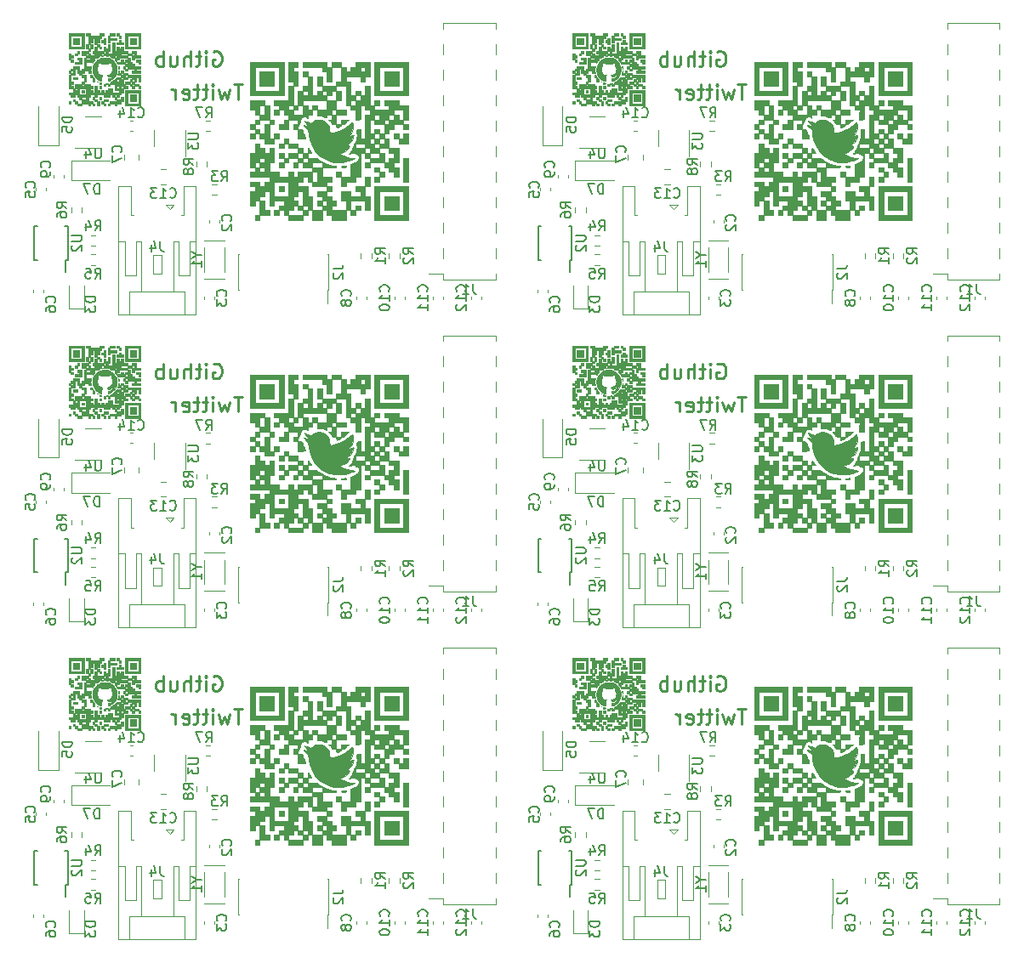
<source format=gbr>
G04 #@! TF.GenerationSoftware,KiCad,Pcbnew,(5.1.4)-1*
G04 #@! TF.CreationDate,2021-12-17T00:30:13+09:00*
G04 #@! TF.ProjectId,ident_card,6964656e-745f-4636-9172-642e6b696361,rev?*
G04 #@! TF.SameCoordinates,Original*
G04 #@! TF.FileFunction,Legend,Bot*
G04 #@! TF.FilePolarity,Positive*
%FSLAX46Y46*%
G04 Gerber Fmt 4.6, Leading zero omitted, Abs format (unit mm)*
G04 Created by KiCad (PCBNEW (5.1.4)-1) date 2021-12-17 00:30:13*
%MOMM*%
%LPD*%
G04 APERTURE LIST*
%ADD10C,0.220000*%
%ADD11C,0.120000*%
%ADD12C,0.010000*%
%ADD13C,0.150000*%
G04 APERTURE END LIST*
D10*
X99928714Y-28896571D02*
X99071571Y-28896571D01*
X99500142Y-30396571D02*
X99500142Y-28896571D01*
X98714428Y-29396571D02*
X98428714Y-30396571D01*
X98143000Y-29682285D01*
X97857285Y-30396571D01*
X97571571Y-29396571D01*
X97000142Y-30396571D02*
X97000142Y-29396571D01*
X97000142Y-28896571D02*
X97071571Y-28968000D01*
X97000142Y-29039428D01*
X96928714Y-28968000D01*
X97000142Y-28896571D01*
X97000142Y-29039428D01*
X96500142Y-29396571D02*
X95928714Y-29396571D01*
X96285857Y-28896571D02*
X96285857Y-30182285D01*
X96214428Y-30325142D01*
X96071571Y-30396571D01*
X95928714Y-30396571D01*
X95643000Y-29396571D02*
X95071571Y-29396571D01*
X95428714Y-28896571D02*
X95428714Y-30182285D01*
X95357285Y-30325142D01*
X95214428Y-30396571D01*
X95071571Y-30396571D01*
X94000142Y-30325142D02*
X94143000Y-30396571D01*
X94428714Y-30396571D01*
X94571571Y-30325142D01*
X94643000Y-30182285D01*
X94643000Y-29610857D01*
X94571571Y-29468000D01*
X94428714Y-29396571D01*
X94143000Y-29396571D01*
X94000142Y-29468000D01*
X93928714Y-29610857D01*
X93928714Y-29753714D01*
X94643000Y-29896571D01*
X93285857Y-30396571D02*
X93285857Y-29396571D01*
X93285857Y-29682285D02*
X93214428Y-29539428D01*
X93143000Y-29468000D01*
X93000142Y-29396571D01*
X92857285Y-29396571D01*
X97043571Y-25666000D02*
X97186428Y-25594571D01*
X97400714Y-25594571D01*
X97615000Y-25666000D01*
X97757857Y-25808857D01*
X97829285Y-25951714D01*
X97900714Y-26237428D01*
X97900714Y-26451714D01*
X97829285Y-26737428D01*
X97757857Y-26880285D01*
X97615000Y-27023142D01*
X97400714Y-27094571D01*
X97257857Y-27094571D01*
X97043571Y-27023142D01*
X96972142Y-26951714D01*
X96972142Y-26451714D01*
X97257857Y-26451714D01*
X96329285Y-27094571D02*
X96329285Y-26094571D01*
X96329285Y-25594571D02*
X96400714Y-25666000D01*
X96329285Y-25737428D01*
X96257857Y-25666000D01*
X96329285Y-25594571D01*
X96329285Y-25737428D01*
X95829285Y-26094571D02*
X95257857Y-26094571D01*
X95615000Y-25594571D02*
X95615000Y-26880285D01*
X95543571Y-27023142D01*
X95400714Y-27094571D01*
X95257857Y-27094571D01*
X94757857Y-27094571D02*
X94757857Y-25594571D01*
X94115000Y-27094571D02*
X94115000Y-26308857D01*
X94186428Y-26166000D01*
X94329285Y-26094571D01*
X94543571Y-26094571D01*
X94686428Y-26166000D01*
X94757857Y-26237428D01*
X92757857Y-26094571D02*
X92757857Y-27094571D01*
X93400714Y-26094571D02*
X93400714Y-26880285D01*
X93329285Y-27023142D01*
X93186428Y-27094571D01*
X92972142Y-27094571D01*
X92829285Y-27023142D01*
X92757857Y-26951714D01*
X92043571Y-27094571D02*
X92043571Y-25594571D01*
X92043571Y-26166000D02*
X91900714Y-26094571D01*
X91615000Y-26094571D01*
X91472142Y-26166000D01*
X91400714Y-26237428D01*
X91329285Y-26380285D01*
X91329285Y-26808857D01*
X91400714Y-26951714D01*
X91472142Y-27023142D01*
X91615000Y-27094571D01*
X91900714Y-27094571D01*
X92043571Y-27023142D01*
X99928714Y-60011571D02*
X99071571Y-60011571D01*
X99500142Y-61511571D02*
X99500142Y-60011571D01*
X98714428Y-60511571D02*
X98428714Y-61511571D01*
X98143000Y-60797285D01*
X97857285Y-61511571D01*
X97571571Y-60511571D01*
X97000142Y-61511571D02*
X97000142Y-60511571D01*
X97000142Y-60011571D02*
X97071571Y-60083000D01*
X97000142Y-60154428D01*
X96928714Y-60083000D01*
X97000142Y-60011571D01*
X97000142Y-60154428D01*
X96500142Y-60511571D02*
X95928714Y-60511571D01*
X96285857Y-60011571D02*
X96285857Y-61297285D01*
X96214428Y-61440142D01*
X96071571Y-61511571D01*
X95928714Y-61511571D01*
X95643000Y-60511571D02*
X95071571Y-60511571D01*
X95428714Y-60011571D02*
X95428714Y-61297285D01*
X95357285Y-61440142D01*
X95214428Y-61511571D01*
X95071571Y-61511571D01*
X94000142Y-61440142D02*
X94143000Y-61511571D01*
X94428714Y-61511571D01*
X94571571Y-61440142D01*
X94643000Y-61297285D01*
X94643000Y-60725857D01*
X94571571Y-60583000D01*
X94428714Y-60511571D01*
X94143000Y-60511571D01*
X94000142Y-60583000D01*
X93928714Y-60725857D01*
X93928714Y-60868714D01*
X94643000Y-61011571D01*
X93285857Y-61511571D02*
X93285857Y-60511571D01*
X93285857Y-60797285D02*
X93214428Y-60654428D01*
X93143000Y-60583000D01*
X93000142Y-60511571D01*
X92857285Y-60511571D01*
X97043571Y-56781000D02*
X97186428Y-56709571D01*
X97400714Y-56709571D01*
X97615000Y-56781000D01*
X97757857Y-56923857D01*
X97829285Y-57066714D01*
X97900714Y-57352428D01*
X97900714Y-57566714D01*
X97829285Y-57852428D01*
X97757857Y-57995285D01*
X97615000Y-58138142D01*
X97400714Y-58209571D01*
X97257857Y-58209571D01*
X97043571Y-58138142D01*
X96972142Y-58066714D01*
X96972142Y-57566714D01*
X97257857Y-57566714D01*
X96329285Y-58209571D02*
X96329285Y-57209571D01*
X96329285Y-56709571D02*
X96400714Y-56781000D01*
X96329285Y-56852428D01*
X96257857Y-56781000D01*
X96329285Y-56709571D01*
X96329285Y-56852428D01*
X95829285Y-57209571D02*
X95257857Y-57209571D01*
X95615000Y-56709571D02*
X95615000Y-57995285D01*
X95543571Y-58138142D01*
X95400714Y-58209571D01*
X95257857Y-58209571D01*
X94757857Y-58209571D02*
X94757857Y-56709571D01*
X94115000Y-58209571D02*
X94115000Y-57423857D01*
X94186428Y-57281000D01*
X94329285Y-57209571D01*
X94543571Y-57209571D01*
X94686428Y-57281000D01*
X94757857Y-57352428D01*
X92757857Y-57209571D02*
X92757857Y-58209571D01*
X93400714Y-57209571D02*
X93400714Y-57995285D01*
X93329285Y-58138142D01*
X93186428Y-58209571D01*
X92972142Y-58209571D01*
X92829285Y-58138142D01*
X92757857Y-58066714D01*
X92043571Y-58209571D02*
X92043571Y-56709571D01*
X92043571Y-57281000D02*
X91900714Y-57209571D01*
X91615000Y-57209571D01*
X91472142Y-57281000D01*
X91400714Y-57352428D01*
X91329285Y-57495285D01*
X91329285Y-57923857D01*
X91400714Y-58066714D01*
X91472142Y-58138142D01*
X91615000Y-58209571D01*
X91900714Y-58209571D01*
X92043571Y-58138142D01*
X99928714Y-91126571D02*
X99071571Y-91126571D01*
X99500142Y-92626571D02*
X99500142Y-91126571D01*
X98714428Y-91626571D02*
X98428714Y-92626571D01*
X98143000Y-91912285D01*
X97857285Y-92626571D01*
X97571571Y-91626571D01*
X97000142Y-92626571D02*
X97000142Y-91626571D01*
X97000142Y-91126571D02*
X97071571Y-91198000D01*
X97000142Y-91269428D01*
X96928714Y-91198000D01*
X97000142Y-91126571D01*
X97000142Y-91269428D01*
X96500142Y-91626571D02*
X95928714Y-91626571D01*
X96285857Y-91126571D02*
X96285857Y-92412285D01*
X96214428Y-92555142D01*
X96071571Y-92626571D01*
X95928714Y-92626571D01*
X95643000Y-91626571D02*
X95071571Y-91626571D01*
X95428714Y-91126571D02*
X95428714Y-92412285D01*
X95357285Y-92555142D01*
X95214428Y-92626571D01*
X95071571Y-92626571D01*
X94000142Y-92555142D02*
X94143000Y-92626571D01*
X94428714Y-92626571D01*
X94571571Y-92555142D01*
X94643000Y-92412285D01*
X94643000Y-91840857D01*
X94571571Y-91698000D01*
X94428714Y-91626571D01*
X94143000Y-91626571D01*
X94000142Y-91698000D01*
X93928714Y-91840857D01*
X93928714Y-91983714D01*
X94643000Y-92126571D01*
X93285857Y-92626571D02*
X93285857Y-91626571D01*
X93285857Y-91912285D02*
X93214428Y-91769428D01*
X93143000Y-91698000D01*
X93000142Y-91626571D01*
X92857285Y-91626571D01*
X97043571Y-87896000D02*
X97186428Y-87824571D01*
X97400714Y-87824571D01*
X97615000Y-87896000D01*
X97757857Y-88038857D01*
X97829285Y-88181714D01*
X97900714Y-88467428D01*
X97900714Y-88681714D01*
X97829285Y-88967428D01*
X97757857Y-89110285D01*
X97615000Y-89253142D01*
X97400714Y-89324571D01*
X97257857Y-89324571D01*
X97043571Y-89253142D01*
X96972142Y-89181714D01*
X96972142Y-88681714D01*
X97257857Y-88681714D01*
X96329285Y-89324571D02*
X96329285Y-88324571D01*
X96329285Y-87824571D02*
X96400714Y-87896000D01*
X96329285Y-87967428D01*
X96257857Y-87896000D01*
X96329285Y-87824571D01*
X96329285Y-87967428D01*
X95829285Y-88324571D02*
X95257857Y-88324571D01*
X95615000Y-87824571D02*
X95615000Y-89110285D01*
X95543571Y-89253142D01*
X95400714Y-89324571D01*
X95257857Y-89324571D01*
X94757857Y-89324571D02*
X94757857Y-87824571D01*
X94115000Y-89324571D02*
X94115000Y-88538857D01*
X94186428Y-88396000D01*
X94329285Y-88324571D01*
X94543571Y-88324571D01*
X94686428Y-88396000D01*
X94757857Y-88467428D01*
X92757857Y-88324571D02*
X92757857Y-89324571D01*
X93400714Y-88324571D02*
X93400714Y-89110285D01*
X93329285Y-89253142D01*
X93186428Y-89324571D01*
X92972142Y-89324571D01*
X92829285Y-89253142D01*
X92757857Y-89181714D01*
X92043571Y-89324571D02*
X92043571Y-87824571D01*
X92043571Y-88396000D02*
X91900714Y-88324571D01*
X91615000Y-88324571D01*
X91472142Y-88396000D01*
X91400714Y-88467428D01*
X91329285Y-88610285D01*
X91329285Y-89038857D01*
X91400714Y-89181714D01*
X91472142Y-89253142D01*
X91615000Y-89324571D01*
X91900714Y-89324571D01*
X92043571Y-89253142D01*
X150093714Y-28896571D02*
X149236571Y-28896571D01*
X149665142Y-30396571D02*
X149665142Y-28896571D01*
X148879428Y-29396571D02*
X148593714Y-30396571D01*
X148308000Y-29682285D01*
X148022285Y-30396571D01*
X147736571Y-29396571D01*
X147165142Y-30396571D02*
X147165142Y-29396571D01*
X147165142Y-28896571D02*
X147236571Y-28968000D01*
X147165142Y-29039428D01*
X147093714Y-28968000D01*
X147165142Y-28896571D01*
X147165142Y-29039428D01*
X146665142Y-29396571D02*
X146093714Y-29396571D01*
X146450857Y-28896571D02*
X146450857Y-30182285D01*
X146379428Y-30325142D01*
X146236571Y-30396571D01*
X146093714Y-30396571D01*
X145808000Y-29396571D02*
X145236571Y-29396571D01*
X145593714Y-28896571D02*
X145593714Y-30182285D01*
X145522285Y-30325142D01*
X145379428Y-30396571D01*
X145236571Y-30396571D01*
X144165142Y-30325142D02*
X144308000Y-30396571D01*
X144593714Y-30396571D01*
X144736571Y-30325142D01*
X144808000Y-30182285D01*
X144808000Y-29610857D01*
X144736571Y-29468000D01*
X144593714Y-29396571D01*
X144308000Y-29396571D01*
X144165142Y-29468000D01*
X144093714Y-29610857D01*
X144093714Y-29753714D01*
X144808000Y-29896571D01*
X143450857Y-30396571D02*
X143450857Y-29396571D01*
X143450857Y-29682285D02*
X143379428Y-29539428D01*
X143308000Y-29468000D01*
X143165142Y-29396571D01*
X143022285Y-29396571D01*
X147208571Y-25666000D02*
X147351428Y-25594571D01*
X147565714Y-25594571D01*
X147780000Y-25666000D01*
X147922857Y-25808857D01*
X147994285Y-25951714D01*
X148065714Y-26237428D01*
X148065714Y-26451714D01*
X147994285Y-26737428D01*
X147922857Y-26880285D01*
X147780000Y-27023142D01*
X147565714Y-27094571D01*
X147422857Y-27094571D01*
X147208571Y-27023142D01*
X147137142Y-26951714D01*
X147137142Y-26451714D01*
X147422857Y-26451714D01*
X146494285Y-27094571D02*
X146494285Y-26094571D01*
X146494285Y-25594571D02*
X146565714Y-25666000D01*
X146494285Y-25737428D01*
X146422857Y-25666000D01*
X146494285Y-25594571D01*
X146494285Y-25737428D01*
X145994285Y-26094571D02*
X145422857Y-26094571D01*
X145780000Y-25594571D02*
X145780000Y-26880285D01*
X145708571Y-27023142D01*
X145565714Y-27094571D01*
X145422857Y-27094571D01*
X144922857Y-27094571D02*
X144922857Y-25594571D01*
X144280000Y-27094571D02*
X144280000Y-26308857D01*
X144351428Y-26166000D01*
X144494285Y-26094571D01*
X144708571Y-26094571D01*
X144851428Y-26166000D01*
X144922857Y-26237428D01*
X142922857Y-26094571D02*
X142922857Y-27094571D01*
X143565714Y-26094571D02*
X143565714Y-26880285D01*
X143494285Y-27023142D01*
X143351428Y-27094571D01*
X143137142Y-27094571D01*
X142994285Y-27023142D01*
X142922857Y-26951714D01*
X142208571Y-27094571D02*
X142208571Y-25594571D01*
X142208571Y-26166000D02*
X142065714Y-26094571D01*
X141780000Y-26094571D01*
X141637142Y-26166000D01*
X141565714Y-26237428D01*
X141494285Y-26380285D01*
X141494285Y-26808857D01*
X141565714Y-26951714D01*
X141637142Y-27023142D01*
X141780000Y-27094571D01*
X142065714Y-27094571D01*
X142208571Y-27023142D01*
X150093714Y-60011571D02*
X149236571Y-60011571D01*
X149665142Y-61511571D02*
X149665142Y-60011571D01*
X148879428Y-60511571D02*
X148593714Y-61511571D01*
X148308000Y-60797285D01*
X148022285Y-61511571D01*
X147736571Y-60511571D01*
X147165142Y-61511571D02*
X147165142Y-60511571D01*
X147165142Y-60011571D02*
X147236571Y-60083000D01*
X147165142Y-60154428D01*
X147093714Y-60083000D01*
X147165142Y-60011571D01*
X147165142Y-60154428D01*
X146665142Y-60511571D02*
X146093714Y-60511571D01*
X146450857Y-60011571D02*
X146450857Y-61297285D01*
X146379428Y-61440142D01*
X146236571Y-61511571D01*
X146093714Y-61511571D01*
X145808000Y-60511571D02*
X145236571Y-60511571D01*
X145593714Y-60011571D02*
X145593714Y-61297285D01*
X145522285Y-61440142D01*
X145379428Y-61511571D01*
X145236571Y-61511571D01*
X144165142Y-61440142D02*
X144308000Y-61511571D01*
X144593714Y-61511571D01*
X144736571Y-61440142D01*
X144808000Y-61297285D01*
X144808000Y-60725857D01*
X144736571Y-60583000D01*
X144593714Y-60511571D01*
X144308000Y-60511571D01*
X144165142Y-60583000D01*
X144093714Y-60725857D01*
X144093714Y-60868714D01*
X144808000Y-61011571D01*
X143450857Y-61511571D02*
X143450857Y-60511571D01*
X143450857Y-60797285D02*
X143379428Y-60654428D01*
X143308000Y-60583000D01*
X143165142Y-60511571D01*
X143022285Y-60511571D01*
X147208571Y-56781000D02*
X147351428Y-56709571D01*
X147565714Y-56709571D01*
X147780000Y-56781000D01*
X147922857Y-56923857D01*
X147994285Y-57066714D01*
X148065714Y-57352428D01*
X148065714Y-57566714D01*
X147994285Y-57852428D01*
X147922857Y-57995285D01*
X147780000Y-58138142D01*
X147565714Y-58209571D01*
X147422857Y-58209571D01*
X147208571Y-58138142D01*
X147137142Y-58066714D01*
X147137142Y-57566714D01*
X147422857Y-57566714D01*
X146494285Y-58209571D02*
X146494285Y-57209571D01*
X146494285Y-56709571D02*
X146565714Y-56781000D01*
X146494285Y-56852428D01*
X146422857Y-56781000D01*
X146494285Y-56709571D01*
X146494285Y-56852428D01*
X145994285Y-57209571D02*
X145422857Y-57209571D01*
X145780000Y-56709571D02*
X145780000Y-57995285D01*
X145708571Y-58138142D01*
X145565714Y-58209571D01*
X145422857Y-58209571D01*
X144922857Y-58209571D02*
X144922857Y-56709571D01*
X144280000Y-58209571D02*
X144280000Y-57423857D01*
X144351428Y-57281000D01*
X144494285Y-57209571D01*
X144708571Y-57209571D01*
X144851428Y-57281000D01*
X144922857Y-57352428D01*
X142922857Y-57209571D02*
X142922857Y-58209571D01*
X143565714Y-57209571D02*
X143565714Y-57995285D01*
X143494285Y-58138142D01*
X143351428Y-58209571D01*
X143137142Y-58209571D01*
X142994285Y-58138142D01*
X142922857Y-58066714D01*
X142208571Y-58209571D02*
X142208571Y-56709571D01*
X142208571Y-57281000D02*
X142065714Y-57209571D01*
X141780000Y-57209571D01*
X141637142Y-57281000D01*
X141565714Y-57352428D01*
X141494285Y-57495285D01*
X141494285Y-57923857D01*
X141565714Y-58066714D01*
X141637142Y-58138142D01*
X141780000Y-58209571D01*
X142065714Y-58209571D01*
X142208571Y-58138142D01*
X150093714Y-91126571D02*
X149236571Y-91126571D01*
X149665142Y-92626571D02*
X149665142Y-91126571D01*
X148879428Y-91626571D02*
X148593714Y-92626571D01*
X148308000Y-91912285D01*
X148022285Y-92626571D01*
X147736571Y-91626571D01*
X147165142Y-92626571D02*
X147165142Y-91626571D01*
X147165142Y-91126571D02*
X147236571Y-91198000D01*
X147165142Y-91269428D01*
X147093714Y-91198000D01*
X147165142Y-91126571D01*
X147165142Y-91269428D01*
X146665142Y-91626571D02*
X146093714Y-91626571D01*
X146450857Y-91126571D02*
X146450857Y-92412285D01*
X146379428Y-92555142D01*
X146236571Y-92626571D01*
X146093714Y-92626571D01*
X145808000Y-91626571D02*
X145236571Y-91626571D01*
X145593714Y-91126571D02*
X145593714Y-92412285D01*
X145522285Y-92555142D01*
X145379428Y-92626571D01*
X145236571Y-92626571D01*
X144165142Y-92555142D02*
X144308000Y-92626571D01*
X144593714Y-92626571D01*
X144736571Y-92555142D01*
X144808000Y-92412285D01*
X144808000Y-91840857D01*
X144736571Y-91698000D01*
X144593714Y-91626571D01*
X144308000Y-91626571D01*
X144165142Y-91698000D01*
X144093714Y-91840857D01*
X144093714Y-91983714D01*
X144808000Y-92126571D01*
X143450857Y-92626571D02*
X143450857Y-91626571D01*
X143450857Y-91912285D02*
X143379428Y-91769428D01*
X143308000Y-91698000D01*
X143165142Y-91626571D01*
X143022285Y-91626571D01*
X147208571Y-87896000D02*
X147351428Y-87824571D01*
X147565714Y-87824571D01*
X147780000Y-87896000D01*
X147922857Y-88038857D01*
X147994285Y-88181714D01*
X148065714Y-88467428D01*
X148065714Y-88681714D01*
X147994285Y-88967428D01*
X147922857Y-89110285D01*
X147780000Y-89253142D01*
X147565714Y-89324571D01*
X147422857Y-89324571D01*
X147208571Y-89253142D01*
X147137142Y-89181714D01*
X147137142Y-88681714D01*
X147422857Y-88681714D01*
X146494285Y-89324571D02*
X146494285Y-88324571D01*
X146494285Y-87824571D02*
X146565714Y-87896000D01*
X146494285Y-87967428D01*
X146422857Y-87896000D01*
X146494285Y-87824571D01*
X146494285Y-87967428D01*
X145994285Y-88324571D02*
X145422857Y-88324571D01*
X145780000Y-87824571D02*
X145780000Y-89110285D01*
X145708571Y-89253142D01*
X145565714Y-89324571D01*
X145422857Y-89324571D01*
X144922857Y-89324571D02*
X144922857Y-87824571D01*
X144280000Y-89324571D02*
X144280000Y-88538857D01*
X144351428Y-88396000D01*
X144494285Y-88324571D01*
X144708571Y-88324571D01*
X144851428Y-88396000D01*
X144922857Y-88467428D01*
X142922857Y-88324571D02*
X142922857Y-89324571D01*
X143565714Y-88324571D02*
X143565714Y-89110285D01*
X143494285Y-89253142D01*
X143351428Y-89324571D01*
X143137142Y-89324571D01*
X142994285Y-89253142D01*
X142922857Y-89181714D01*
X142208571Y-89324571D02*
X142208571Y-87824571D01*
X142208571Y-88396000D02*
X142065714Y-88324571D01*
X141780000Y-88324571D01*
X141637142Y-88396000D01*
X141565714Y-88467428D01*
X141494285Y-88610285D01*
X141494285Y-89038857D01*
X141565714Y-89181714D01*
X141637142Y-89253142D01*
X141780000Y-89324571D01*
X142065714Y-89324571D01*
X142208571Y-89253142D01*
D11*
X115584500Y-46211258D02*
X115584500Y-45736742D01*
X114539500Y-46211258D02*
X114539500Y-45736742D01*
X97392258Y-38847500D02*
X96917742Y-38847500D01*
X97392258Y-39892500D02*
X96917742Y-39892500D01*
X112790500Y-46211258D02*
X112790500Y-45736742D01*
X111745500Y-46211258D02*
X111745500Y-45736742D01*
X84852742Y-46877500D02*
X85327258Y-46877500D01*
X84852742Y-45832500D02*
X85327258Y-45832500D01*
X82916500Y-41164742D02*
X82916500Y-41639258D01*
X83961500Y-41164742D02*
X83961500Y-41639258D01*
X96757258Y-32497500D02*
X96282742Y-32497500D01*
X96757258Y-33542500D02*
X96282742Y-33542500D01*
X81645000Y-34966000D02*
X79645000Y-34966000D01*
X79645000Y-34966000D02*
X79645000Y-31116000D01*
X81645000Y-34966000D02*
X81645000Y-31116000D01*
X82890000Y-38465000D02*
X82890000Y-36465000D01*
X82890000Y-36465000D02*
X86740000Y-36465000D01*
X82890000Y-38465000D02*
X86740000Y-38465000D01*
X85327258Y-43927500D02*
X84852742Y-43927500D01*
X85327258Y-44972500D02*
X84852742Y-44972500D01*
X84174000Y-48984000D02*
X84174000Y-51269000D01*
X84174000Y-51269000D02*
X82704000Y-51269000D01*
X82704000Y-51269000D02*
X82704000Y-48984000D01*
X93820000Y-41935000D02*
X94100000Y-41935000D01*
X94100000Y-41935000D02*
X94100000Y-39035000D01*
X94100000Y-39035000D02*
X95320000Y-39035000D01*
X95320000Y-39035000D02*
X95320000Y-51855000D01*
X95320000Y-51855000D02*
X87600000Y-51855000D01*
X87600000Y-51855000D02*
X87600000Y-39035000D01*
X87600000Y-39035000D02*
X88820000Y-39035000D01*
X88820000Y-39035000D02*
X88820000Y-41935000D01*
X88820000Y-41935000D02*
X89100000Y-41935000D01*
X94210000Y-51855000D02*
X94210000Y-49555000D01*
X94210000Y-49555000D02*
X88710000Y-49555000D01*
X88710000Y-49555000D02*
X88710000Y-51855000D01*
X91860000Y-47745000D02*
X91860000Y-45945000D01*
X91860000Y-45945000D02*
X91060000Y-45945000D01*
X91060000Y-45945000D02*
X91060000Y-47745000D01*
X91060000Y-47745000D02*
X91860000Y-47745000D01*
X89860000Y-49555000D02*
X89860000Y-44545000D01*
X89860000Y-44545000D02*
X89360000Y-44545000D01*
X89360000Y-44545000D02*
X89360000Y-47955000D01*
X89360000Y-47955000D02*
X88260000Y-47955000D01*
X88260000Y-47955000D02*
X88260000Y-44545000D01*
X88260000Y-44545000D02*
X87600000Y-44545000D01*
X93060000Y-49555000D02*
X93060000Y-44545000D01*
X93060000Y-44545000D02*
X93560000Y-44545000D01*
X93560000Y-44545000D02*
X93560000Y-47955000D01*
X93560000Y-47955000D02*
X94660000Y-47955000D01*
X94660000Y-47955000D02*
X94660000Y-44545000D01*
X94660000Y-44545000D02*
X95320000Y-44545000D01*
X92710000Y-41345000D02*
X93110000Y-40945000D01*
X93110000Y-40945000D02*
X92310000Y-40945000D01*
X92310000Y-40945000D02*
X92710000Y-41345000D01*
X96137000Y-50024420D02*
X96137000Y-50305580D01*
X97157000Y-50024420D02*
X97157000Y-50305580D01*
X96645000Y-42404420D02*
X96645000Y-42685580D01*
X97665000Y-42404420D02*
X97665000Y-42685580D01*
X88165000Y-35933748D02*
X88165000Y-36456252D01*
X89635000Y-35933748D02*
X89635000Y-36456252D01*
X80393000Y-39510580D02*
X80393000Y-39229420D01*
X79373000Y-39510580D02*
X79373000Y-39229420D01*
X79119000Y-49389420D02*
X79119000Y-49670580D01*
X80139000Y-49389420D02*
X80139000Y-49670580D01*
X91813748Y-38835000D02*
X92336252Y-38835000D01*
X91813748Y-37365000D02*
X92336252Y-37365000D01*
X115060000Y-50024420D02*
X115060000Y-50305580D01*
X116080000Y-50024420D02*
X116080000Y-50305580D01*
X88759420Y-33530000D02*
X89040580Y-33530000D01*
X88759420Y-32510000D02*
X89040580Y-32510000D01*
X111250000Y-50024420D02*
X111250000Y-50305580D01*
X112270000Y-50024420D02*
X112270000Y-50305580D01*
X81151000Y-37959420D02*
X81151000Y-38240580D01*
X82171000Y-37959420D02*
X82171000Y-38240580D01*
X118870000Y-50024420D02*
X118870000Y-50305580D01*
X119890000Y-50024420D02*
X119890000Y-50305580D01*
X122680000Y-50024420D02*
X122680000Y-50305580D01*
X123700000Y-50024420D02*
X123700000Y-50305580D01*
X91150000Y-34290000D02*
X91150000Y-33490000D01*
X91150000Y-34290000D02*
X91150000Y-35090000D01*
X94270000Y-34290000D02*
X94270000Y-33490000D01*
X94270000Y-34290000D02*
X94270000Y-36090000D01*
X108518000Y-49390000D02*
X108518000Y-45860000D01*
X99508000Y-49390000D02*
X99508000Y-45860000D01*
X108453000Y-50715000D02*
X108453000Y-49390000D01*
X108518000Y-49390000D02*
X108453000Y-49390000D01*
X108518000Y-45860000D02*
X108453000Y-45860000D01*
X99573000Y-49390000D02*
X99508000Y-49390000D01*
X99573000Y-45860000D02*
X99508000Y-45860000D01*
X85090000Y-32095000D02*
X85890000Y-32095000D01*
X85090000Y-32095000D02*
X84290000Y-32095000D01*
X85090000Y-35215000D02*
X85890000Y-35215000D01*
X85090000Y-35215000D02*
X83290000Y-35215000D01*
X119955000Y-48320000D02*
X125155000Y-48320000D01*
X119955000Y-22800000D02*
X125155000Y-22800000D01*
X118515000Y-47750000D02*
X119955000Y-47750000D01*
X119955000Y-48320000D02*
X119955000Y-47750000D01*
X125155000Y-48320000D02*
X125155000Y-47750000D01*
X119955000Y-23370000D02*
X119955000Y-22800000D01*
X125155000Y-23370000D02*
X125155000Y-22800000D01*
X119955000Y-46230000D02*
X119955000Y-45210000D01*
X125155000Y-46230000D02*
X125155000Y-45210000D01*
X119955000Y-43690000D02*
X119955000Y-42670000D01*
X125155000Y-43690000D02*
X125155000Y-42670000D01*
X119955000Y-41150000D02*
X119955000Y-40130000D01*
X125155000Y-41150000D02*
X125155000Y-40130000D01*
X119955000Y-38610000D02*
X119955000Y-37590000D01*
X125155000Y-38610000D02*
X125155000Y-37590000D01*
X119955000Y-36070000D02*
X119955000Y-35050000D01*
X125155000Y-36070000D02*
X125155000Y-35050000D01*
X119955000Y-33530000D02*
X119955000Y-32510000D01*
X125155000Y-33530000D02*
X125155000Y-32510000D01*
X119955000Y-30990000D02*
X119955000Y-29970000D01*
X125155000Y-30990000D02*
X125155000Y-29970000D01*
X119955000Y-28450000D02*
X119955000Y-27430000D01*
X125155000Y-28450000D02*
X125155000Y-27430000D01*
X119955000Y-25910000D02*
X119955000Y-24890000D01*
X125155000Y-25910000D02*
X125155000Y-24890000D01*
D12*
G36*
X113109375Y-42402125D02*
G01*
X116443125Y-42402125D01*
X116443125Y-39544625D01*
X115966875Y-39544625D01*
X115966875Y-41925875D01*
X113585625Y-41925875D01*
X113585625Y-39544625D01*
X115966875Y-39544625D01*
X116443125Y-39544625D01*
X116443125Y-39068375D01*
X113109375Y-39068375D01*
X113109375Y-42402125D01*
X113109375Y-42402125D01*
G37*
X113109375Y-42402125D02*
X116443125Y-42402125D01*
X116443125Y-39544625D01*
X115966875Y-39544625D01*
X115966875Y-41925875D01*
X113585625Y-41925875D01*
X113585625Y-39544625D01*
X115966875Y-39544625D01*
X116443125Y-39544625D01*
X116443125Y-39068375D01*
X113109375Y-39068375D01*
X113109375Y-42402125D01*
G36*
X106639051Y-35734625D02*
G01*
X106836227Y-35734624D01*
X106688661Y-35498294D01*
X106589962Y-35351525D01*
X106519807Y-35277183D01*
X106474324Y-35275239D01*
X106449642Y-35345664D01*
X106441888Y-35488432D01*
X106441875Y-35496500D01*
X106441875Y-35734625D01*
X106639051Y-35734625D01*
X106639051Y-35734625D01*
G37*
X106639051Y-35734625D02*
X106836227Y-35734624D01*
X106688661Y-35498294D01*
X106589962Y-35351525D01*
X106519807Y-35277183D01*
X106474324Y-35275239D01*
X106449642Y-35345664D01*
X106441888Y-35488432D01*
X106441875Y-35496500D01*
X106441875Y-35734625D01*
X106639051Y-35734625D01*
G36*
X103108125Y-41925875D02*
G01*
X103584375Y-41925875D01*
X103584375Y-41449625D01*
X103108125Y-41449625D01*
X103108125Y-41925875D01*
X103108125Y-41925875D01*
G37*
X103108125Y-41925875D02*
X103584375Y-41925875D01*
X103584375Y-41449625D01*
X103108125Y-41449625D01*
X103108125Y-41925875D01*
G36*
X105013125Y-37163375D02*
G01*
X105489375Y-37163375D01*
X105489375Y-36687125D01*
X105013125Y-36687125D01*
X105013125Y-37163375D01*
X105013125Y-37163375D01*
G37*
X105013125Y-37163375D02*
X105489375Y-37163375D01*
X105489375Y-36687125D01*
X105013125Y-36687125D01*
X105013125Y-37163375D01*
G36*
X103584375Y-35258375D02*
G01*
X104060625Y-35258375D01*
X104060625Y-34782125D01*
X103584375Y-34782125D01*
X103584375Y-35258375D01*
X103584375Y-35258375D01*
G37*
X103584375Y-35258375D02*
X104060625Y-35258375D01*
X104060625Y-34782125D01*
X103584375Y-34782125D01*
X103584375Y-35258375D01*
G36*
X104536875Y-34305875D02*
G01*
X104060625Y-34305875D01*
X104060625Y-34782125D01*
X104536875Y-34782125D01*
X104536875Y-34305875D01*
X104536875Y-34305875D01*
G37*
X104536875Y-34305875D02*
X104060625Y-34305875D01*
X104060625Y-34782125D01*
X104536875Y-34782125D01*
X104536875Y-34305875D01*
G36*
X105489375Y-34782125D02*
G01*
X104536875Y-34782125D01*
X104536875Y-35258375D01*
X105489375Y-35258375D01*
X105489375Y-34782125D01*
X105489375Y-34782125D01*
G37*
X105489375Y-34782125D02*
X104536875Y-34782125D01*
X104536875Y-35258375D01*
X105489375Y-35258375D01*
X105489375Y-34782125D01*
G36*
X105965625Y-35258375D02*
G01*
X105489375Y-35258375D01*
X105489375Y-35734625D01*
X105965625Y-35734625D01*
X105965625Y-35258375D01*
X105965625Y-35258375D01*
G37*
X105965625Y-35258375D02*
X105489375Y-35258375D01*
X105489375Y-35734625D01*
X105965625Y-35734625D01*
X105965625Y-35258375D01*
G36*
X112633125Y-39068375D02*
G01*
X112633125Y-38115875D01*
X112156875Y-38115875D01*
X112156875Y-39068375D01*
X112633125Y-39068375D01*
X112633125Y-39068375D01*
G37*
X112633125Y-39068375D02*
X112633125Y-38115875D01*
X112156875Y-38115875D01*
X112156875Y-39068375D01*
X112633125Y-39068375D01*
G36*
X106441875Y-35734625D02*
G01*
X105965625Y-35734625D01*
X105965625Y-36210875D01*
X106441875Y-36210875D01*
X106441875Y-35734625D01*
X106441875Y-35734625D01*
G37*
X106441875Y-35734625D02*
X105965625Y-35734625D01*
X105965625Y-36210875D01*
X106441875Y-36210875D01*
X106441875Y-35734625D01*
G36*
X103584375Y-36687125D02*
G01*
X103584375Y-37163375D01*
X104060625Y-37163375D01*
X104060625Y-36687125D01*
X103584375Y-36687125D01*
X103584375Y-36687125D01*
G37*
X103584375Y-36687125D02*
X103584375Y-37163375D01*
X104060625Y-37163375D01*
X104060625Y-36687125D01*
X103584375Y-36687125D01*
G36*
X108823125Y-39544625D02*
G01*
X108823125Y-39068375D01*
X108346875Y-39068375D01*
X108346875Y-39544625D01*
X108823125Y-39544625D01*
X108823125Y-39544625D01*
G37*
X108823125Y-39544625D02*
X108823125Y-39068375D01*
X108346875Y-39068375D01*
X108346875Y-39544625D01*
X108823125Y-39544625D01*
G36*
X111680625Y-41449625D02*
G01*
X111680625Y-40973375D01*
X111204375Y-40973375D01*
X111204375Y-41449625D01*
X111680625Y-41449625D01*
X111680625Y-41449625D01*
G37*
X111680625Y-41449625D02*
X111680625Y-40973375D01*
X111204375Y-40973375D01*
X111204375Y-41449625D01*
X111680625Y-41449625D01*
G36*
X105965625Y-37163375D02*
G01*
X106918125Y-37163375D01*
X106918125Y-37639625D01*
X107394375Y-37639625D01*
X107394375Y-38592125D01*
X106918125Y-38592125D01*
X106918125Y-39068375D01*
X108346875Y-39068375D01*
X108346875Y-38592125D01*
X108823125Y-38592125D01*
X108823125Y-38115875D01*
X107870625Y-38115875D01*
X107870625Y-37163375D01*
X108585000Y-37163375D01*
X108843146Y-37162537D01*
X109032091Y-37159461D01*
X109162000Y-37153298D01*
X109243036Y-37143202D01*
X109285362Y-37128326D01*
X109299141Y-37107823D01*
X109299375Y-37103843D01*
X109265464Y-37055623D01*
X109210079Y-37044261D01*
X109135080Y-37035132D01*
X109003998Y-37010554D01*
X108837670Y-36974667D01*
X108714634Y-36945811D01*
X108325214Y-36826664D01*
X108002414Y-36687125D01*
X107870625Y-36687125D01*
X107870625Y-37163375D01*
X106918125Y-37163375D01*
X106918125Y-36687125D01*
X107870625Y-36687125D01*
X108002414Y-36687125D01*
X107952830Y-36665691D01*
X107622079Y-36474327D01*
X107483171Y-36373331D01*
X107277648Y-36210875D01*
X106441875Y-36210875D01*
X106441875Y-36687125D01*
X105965625Y-36687125D01*
X105965625Y-37163375D01*
X105965625Y-37163375D01*
G37*
X105965625Y-37163375D02*
X106918125Y-37163375D01*
X106918125Y-37639625D01*
X107394375Y-37639625D01*
X107394375Y-38592125D01*
X106918125Y-38592125D01*
X106918125Y-39068375D01*
X108346875Y-39068375D01*
X108346875Y-38592125D01*
X108823125Y-38592125D01*
X108823125Y-38115875D01*
X107870625Y-38115875D01*
X107870625Y-37163375D01*
X108585000Y-37163375D01*
X108843146Y-37162537D01*
X109032091Y-37159461D01*
X109162000Y-37153298D01*
X109243036Y-37143202D01*
X109285362Y-37128326D01*
X109299141Y-37107823D01*
X109299375Y-37103843D01*
X109265464Y-37055623D01*
X109210079Y-37044261D01*
X109135080Y-37035132D01*
X109003998Y-37010554D01*
X108837670Y-36974667D01*
X108714634Y-36945811D01*
X108325214Y-36826664D01*
X108002414Y-36687125D01*
X107870625Y-36687125D01*
X107870625Y-37163375D01*
X106918125Y-37163375D01*
X106918125Y-36687125D01*
X107870625Y-36687125D01*
X108002414Y-36687125D01*
X107952830Y-36665691D01*
X107622079Y-36474327D01*
X107483171Y-36373331D01*
X107277648Y-36210875D01*
X106441875Y-36210875D01*
X106441875Y-36687125D01*
X105965625Y-36687125D01*
X105965625Y-37163375D01*
G36*
X105489375Y-36687125D02*
G01*
X105965625Y-36687125D01*
X105965625Y-36210875D01*
X105489375Y-36210875D01*
X105489375Y-36687125D01*
X105489375Y-36687125D01*
G37*
X105489375Y-36687125D02*
X105965625Y-36687125D01*
X105965625Y-36210875D01*
X105489375Y-36210875D01*
X105489375Y-36687125D01*
G36*
X105489375Y-36210875D02*
G01*
X105489375Y-35734625D01*
X104536875Y-35734625D01*
X104536875Y-36210875D01*
X105489375Y-36210875D01*
X105489375Y-36210875D01*
G37*
X105489375Y-36210875D02*
X105489375Y-35734625D01*
X104536875Y-35734625D01*
X104536875Y-36210875D01*
X105489375Y-36210875D01*
G36*
X104060625Y-35734625D02*
G01*
X103584375Y-35734625D01*
X103584375Y-36210875D01*
X104060625Y-36210875D01*
X104060625Y-35734625D01*
X104060625Y-35734625D01*
G37*
X104060625Y-35734625D02*
X103584375Y-35734625D01*
X103584375Y-36210875D01*
X104060625Y-36210875D01*
X104060625Y-35734625D01*
G36*
X108346875Y-41449625D02*
G01*
X108346875Y-41925875D01*
X108823125Y-41925875D01*
X108823125Y-42402125D01*
X110251875Y-42402125D01*
X110251875Y-41449625D01*
X108823125Y-41449625D01*
X108823125Y-40973375D01*
X109299375Y-40973375D01*
X109299375Y-40497125D01*
X108823125Y-40497125D01*
X108823125Y-40020875D01*
X108346875Y-40020875D01*
X108346875Y-39544625D01*
X107394375Y-39544625D01*
X107394375Y-40020875D01*
X107870625Y-40020875D01*
X107870625Y-40497125D01*
X108346875Y-40497125D01*
X108346875Y-40973375D01*
X107870625Y-40973375D01*
X107870625Y-41449625D01*
X108346875Y-41449625D01*
X108346875Y-41449625D01*
G37*
X108346875Y-41449625D02*
X108346875Y-41925875D01*
X108823125Y-41925875D01*
X108823125Y-42402125D01*
X110251875Y-42402125D01*
X110251875Y-41449625D01*
X108823125Y-41449625D01*
X108823125Y-40973375D01*
X109299375Y-40973375D01*
X109299375Y-40497125D01*
X108823125Y-40497125D01*
X108823125Y-40020875D01*
X108346875Y-40020875D01*
X108346875Y-39544625D01*
X107394375Y-39544625D01*
X107394375Y-40020875D01*
X107870625Y-40020875D01*
X107870625Y-40497125D01*
X108346875Y-40497125D01*
X108346875Y-40973375D01*
X107870625Y-40973375D01*
X107870625Y-41449625D01*
X108346875Y-41449625D01*
G36*
X106918125Y-42402125D02*
G01*
X107870625Y-42402125D01*
X107870625Y-41449625D01*
X106918125Y-41449625D01*
X106918125Y-42402125D01*
X106918125Y-42402125D01*
G37*
X106918125Y-42402125D02*
X107870625Y-42402125D01*
X107870625Y-41449625D01*
X106918125Y-41449625D01*
X106918125Y-42402125D01*
G36*
X101203125Y-41925875D02*
G01*
X101203125Y-42402125D01*
X101679375Y-42402125D01*
X101679375Y-41925875D01*
X101203125Y-41925875D01*
X101203125Y-41925875D01*
G37*
X101203125Y-41925875D02*
X101203125Y-42402125D01*
X101679375Y-42402125D01*
X101679375Y-41925875D01*
X101203125Y-41925875D01*
G36*
X110728125Y-40497125D02*
G01*
X112156875Y-40497125D01*
X112156875Y-41449625D01*
X112633125Y-41449625D01*
X112633125Y-40020875D01*
X112156875Y-40020875D01*
X112156875Y-39068375D01*
X111204375Y-39068375D01*
X111204375Y-39544625D01*
X111680625Y-39544625D01*
X111680625Y-40020875D01*
X110728125Y-40020875D01*
X110728125Y-39544625D01*
X109775625Y-39544625D01*
X109775625Y-40497125D01*
X110251875Y-40497125D01*
X110251875Y-41449625D01*
X110728125Y-41449625D01*
X110728125Y-40497125D01*
X110728125Y-40497125D01*
G37*
X110728125Y-40497125D02*
X112156875Y-40497125D01*
X112156875Y-41449625D01*
X112633125Y-41449625D01*
X112633125Y-40020875D01*
X112156875Y-40020875D01*
X112156875Y-39068375D01*
X111204375Y-39068375D01*
X111204375Y-39544625D01*
X111680625Y-39544625D01*
X111680625Y-40020875D01*
X110728125Y-40020875D01*
X110728125Y-39544625D01*
X109775625Y-39544625D01*
X109775625Y-40497125D01*
X110251875Y-40497125D01*
X110251875Y-41449625D01*
X110728125Y-41449625D01*
X110728125Y-40497125D01*
G36*
X110728125Y-41449625D02*
G01*
X110728125Y-41925875D01*
X111204375Y-41925875D01*
X111204375Y-41449625D01*
X110728125Y-41449625D01*
X110728125Y-41449625D01*
G37*
X110728125Y-41449625D02*
X110728125Y-41925875D01*
X111204375Y-41925875D01*
X111204375Y-41449625D01*
X110728125Y-41449625D01*
G36*
X104060625Y-36687125D02*
G01*
X104536875Y-36687125D01*
X104536875Y-36210875D01*
X104060625Y-36210875D01*
X104060625Y-36687125D01*
X104060625Y-36687125D01*
G37*
X104060625Y-36687125D02*
X104536875Y-36687125D01*
X104536875Y-36210875D01*
X104060625Y-36210875D01*
X104060625Y-36687125D01*
G36*
X101679375Y-40020875D02*
G01*
X102155625Y-40020875D01*
X102155625Y-39544625D01*
X102631875Y-39544625D01*
X102631875Y-40973375D01*
X103108125Y-40973375D01*
X103108125Y-40497125D01*
X104060625Y-40497125D01*
X104060625Y-40973375D01*
X103584375Y-40973375D01*
X103584375Y-41449625D01*
X104060625Y-41449625D01*
X104060625Y-41925875D01*
X104536875Y-41925875D01*
X104536875Y-42402125D01*
X105965625Y-42402125D01*
X105965625Y-41925875D01*
X106441875Y-41925875D01*
X106441875Y-41449625D01*
X106918125Y-41449625D01*
X106918125Y-40973375D01*
X106441875Y-40973375D01*
X106441875Y-41449625D01*
X105965625Y-41449625D01*
X105965625Y-41925875D01*
X104536875Y-41925875D01*
X104536875Y-41449625D01*
X105013125Y-41449625D01*
X105013125Y-40973375D01*
X105489375Y-40973375D01*
X105489375Y-40497125D01*
X105013125Y-40497125D01*
X105013125Y-40020875D01*
X105489375Y-40020875D01*
X105489375Y-39544625D01*
X105965625Y-39544625D01*
X105965625Y-40973375D01*
X106441875Y-40973375D01*
X106918125Y-40973375D01*
X106918125Y-40020875D01*
X106441875Y-40020875D01*
X106441875Y-39068375D01*
X105489375Y-39068375D01*
X105489375Y-38592125D01*
X104536875Y-38592125D01*
X104536875Y-40020875D01*
X103108125Y-40020875D01*
X103108125Y-38592125D01*
X104536875Y-38592125D01*
X105489375Y-38592125D01*
X105965625Y-38592125D01*
X105965625Y-38115875D01*
X106441875Y-38115875D01*
X106441875Y-38592125D01*
X106918125Y-38592125D01*
X106918125Y-37639625D01*
X105489375Y-37639625D01*
X105489375Y-38115875D01*
X105013125Y-38115875D01*
X105013125Y-37639625D01*
X104536875Y-37639625D01*
X104536875Y-38115875D01*
X103584375Y-38115875D01*
X103584375Y-37639625D01*
X102631875Y-37639625D01*
X102631875Y-37163375D01*
X102155625Y-37163375D01*
X102155625Y-37639625D01*
X101679375Y-37639625D01*
X101679375Y-37163375D01*
X102155625Y-37163375D01*
X102631875Y-37163375D01*
X102631875Y-36687125D01*
X103108125Y-36687125D01*
X103108125Y-36210875D01*
X102155625Y-36210875D01*
X102155625Y-36687125D01*
X101679375Y-36687125D01*
X101679375Y-37163375D01*
X101203125Y-37163375D01*
X101203125Y-36687125D01*
X101679375Y-36687125D01*
X101679375Y-36210875D01*
X102155625Y-36210875D01*
X103108125Y-36210875D01*
X103108125Y-35258375D01*
X102631875Y-35258375D01*
X102631875Y-35734625D01*
X102155625Y-35734625D01*
X102155625Y-35258375D01*
X101679375Y-35258375D01*
X101679375Y-34782125D01*
X101203125Y-34782125D01*
X101203125Y-35734625D01*
X100726875Y-35734625D01*
X100726875Y-37163375D01*
X101203125Y-37163375D01*
X101203125Y-37639625D01*
X100726875Y-37639625D01*
X100726875Y-38115875D01*
X102631875Y-38115875D01*
X102631875Y-38592125D01*
X102155625Y-38592125D01*
X102155625Y-39068375D01*
X101679375Y-39068375D01*
X101679375Y-38592125D01*
X100726875Y-38592125D01*
X100726875Y-39068375D01*
X101203125Y-39068375D01*
X101203125Y-39544625D01*
X100726875Y-39544625D01*
X100726875Y-40973375D01*
X101203125Y-40973375D01*
X101203125Y-40497125D01*
X101679375Y-40497125D01*
X101679375Y-40020875D01*
X101679375Y-40020875D01*
G37*
X101679375Y-40020875D02*
X102155625Y-40020875D01*
X102155625Y-39544625D01*
X102631875Y-39544625D01*
X102631875Y-40973375D01*
X103108125Y-40973375D01*
X103108125Y-40497125D01*
X104060625Y-40497125D01*
X104060625Y-40973375D01*
X103584375Y-40973375D01*
X103584375Y-41449625D01*
X104060625Y-41449625D01*
X104060625Y-41925875D01*
X104536875Y-41925875D01*
X104536875Y-42402125D01*
X105965625Y-42402125D01*
X105965625Y-41925875D01*
X106441875Y-41925875D01*
X106441875Y-41449625D01*
X106918125Y-41449625D01*
X106918125Y-40973375D01*
X106441875Y-40973375D01*
X106441875Y-41449625D01*
X105965625Y-41449625D01*
X105965625Y-41925875D01*
X104536875Y-41925875D01*
X104536875Y-41449625D01*
X105013125Y-41449625D01*
X105013125Y-40973375D01*
X105489375Y-40973375D01*
X105489375Y-40497125D01*
X105013125Y-40497125D01*
X105013125Y-40020875D01*
X105489375Y-40020875D01*
X105489375Y-39544625D01*
X105965625Y-39544625D01*
X105965625Y-40973375D01*
X106441875Y-40973375D01*
X106918125Y-40973375D01*
X106918125Y-40020875D01*
X106441875Y-40020875D01*
X106441875Y-39068375D01*
X105489375Y-39068375D01*
X105489375Y-38592125D01*
X104536875Y-38592125D01*
X104536875Y-40020875D01*
X103108125Y-40020875D01*
X103108125Y-38592125D01*
X104536875Y-38592125D01*
X105489375Y-38592125D01*
X105965625Y-38592125D01*
X105965625Y-38115875D01*
X106441875Y-38115875D01*
X106441875Y-38592125D01*
X106918125Y-38592125D01*
X106918125Y-37639625D01*
X105489375Y-37639625D01*
X105489375Y-38115875D01*
X105013125Y-38115875D01*
X105013125Y-37639625D01*
X104536875Y-37639625D01*
X104536875Y-38115875D01*
X103584375Y-38115875D01*
X103584375Y-37639625D01*
X102631875Y-37639625D01*
X102631875Y-37163375D01*
X102155625Y-37163375D01*
X102155625Y-37639625D01*
X101679375Y-37639625D01*
X101679375Y-37163375D01*
X102155625Y-37163375D01*
X102631875Y-37163375D01*
X102631875Y-36687125D01*
X103108125Y-36687125D01*
X103108125Y-36210875D01*
X102155625Y-36210875D01*
X102155625Y-36687125D01*
X101679375Y-36687125D01*
X101679375Y-37163375D01*
X101203125Y-37163375D01*
X101203125Y-36687125D01*
X101679375Y-36687125D01*
X101679375Y-36210875D01*
X102155625Y-36210875D01*
X103108125Y-36210875D01*
X103108125Y-35258375D01*
X102631875Y-35258375D01*
X102631875Y-35734625D01*
X102155625Y-35734625D01*
X102155625Y-35258375D01*
X101679375Y-35258375D01*
X101679375Y-34782125D01*
X101203125Y-34782125D01*
X101203125Y-35734625D01*
X100726875Y-35734625D01*
X100726875Y-37163375D01*
X101203125Y-37163375D01*
X101203125Y-37639625D01*
X100726875Y-37639625D01*
X100726875Y-38115875D01*
X102631875Y-38115875D01*
X102631875Y-38592125D01*
X102155625Y-38592125D01*
X102155625Y-39068375D01*
X101679375Y-39068375D01*
X101679375Y-38592125D01*
X100726875Y-38592125D01*
X100726875Y-39068375D01*
X101203125Y-39068375D01*
X101203125Y-39544625D01*
X100726875Y-39544625D01*
X100726875Y-40973375D01*
X101203125Y-40973375D01*
X101203125Y-40497125D01*
X101679375Y-40497125D01*
X101679375Y-40020875D01*
G36*
X102631875Y-41925875D02*
G01*
X102631875Y-41449625D01*
X102155625Y-41449625D01*
X102155625Y-40497125D01*
X101679375Y-40497125D01*
X101679375Y-41925875D01*
X102631875Y-41925875D01*
X102631875Y-41925875D01*
G37*
X102631875Y-41925875D02*
X102631875Y-41449625D01*
X102155625Y-41449625D01*
X102155625Y-40497125D01*
X101679375Y-40497125D01*
X101679375Y-41925875D01*
X102631875Y-41925875D01*
G36*
X113585625Y-30972125D02*
G01*
X113585625Y-30495875D01*
X113109375Y-30495875D01*
X113109375Y-30972125D01*
X113585625Y-30972125D01*
X113585625Y-30972125D01*
G37*
X113585625Y-30972125D02*
X113585625Y-30495875D01*
X113109375Y-30495875D01*
X113109375Y-30972125D01*
X113585625Y-30972125D01*
G36*
X112156875Y-37163375D02*
G01*
X112633125Y-37163375D01*
X112633125Y-36687125D01*
X112156875Y-36687125D01*
X112156875Y-37163375D01*
X112156875Y-37163375D01*
G37*
X112156875Y-37163375D02*
X112633125Y-37163375D01*
X112633125Y-36687125D01*
X112156875Y-36687125D01*
X112156875Y-37163375D01*
G36*
X104060625Y-32877125D02*
G01*
X103584375Y-32877125D01*
X103584375Y-33353375D01*
X104536875Y-33353375D01*
X104536875Y-32400875D01*
X104060625Y-32400875D01*
X104060625Y-32877125D01*
X104060625Y-32877125D01*
G37*
X104060625Y-32877125D02*
X103584375Y-32877125D01*
X103584375Y-33353375D01*
X104536875Y-33353375D01*
X104536875Y-32400875D01*
X104060625Y-32400875D01*
X104060625Y-32877125D01*
G36*
X103108125Y-31924625D02*
G01*
X103584375Y-31924625D01*
X103584375Y-31448375D01*
X103108125Y-31448375D01*
X103108125Y-31924625D01*
X103108125Y-31924625D01*
G37*
X103108125Y-31924625D02*
X103584375Y-31924625D01*
X103584375Y-31448375D01*
X103108125Y-31448375D01*
X103108125Y-31924625D01*
G36*
X115966875Y-33353375D02*
G01*
X116443125Y-33353375D01*
X116443125Y-32877125D01*
X115966875Y-32877125D01*
X115966875Y-33353375D01*
X115966875Y-33353375D01*
G37*
X115966875Y-33353375D02*
X116443125Y-33353375D01*
X116443125Y-32877125D01*
X115966875Y-32877125D01*
X115966875Y-33353375D01*
G36*
X109775625Y-37639625D02*
G01*
X109299375Y-37639625D01*
X109299375Y-38115875D01*
X109775625Y-38115875D01*
X109775625Y-37639625D01*
X109775625Y-37639625D01*
G37*
X109775625Y-37639625D02*
X109299375Y-37639625D01*
X109299375Y-38115875D01*
X109775625Y-38115875D01*
X109775625Y-37639625D01*
G36*
X109299375Y-33055718D02*
G01*
X109303095Y-33162270D01*
X109312506Y-33226150D01*
X109318088Y-33234312D01*
X109361502Y-33219494D01*
X109455309Y-33181008D01*
X109556213Y-33137277D01*
X109689298Y-33070172D01*
X109758108Y-33011835D01*
X109775625Y-32958683D01*
X109790502Y-32902492D01*
X109849463Y-32879874D01*
X109913476Y-32877125D01*
X109993630Y-32867539D01*
X110073651Y-32831478D01*
X110171444Y-32757989D01*
X110300429Y-32640382D01*
X110549532Y-32403639D01*
X110162579Y-32402257D01*
X109775625Y-32400875D01*
X109775625Y-32877125D01*
X109299375Y-32877125D01*
X109299375Y-33055718D01*
X109299375Y-33055718D01*
G37*
X109299375Y-33055718D02*
X109303095Y-33162270D01*
X109312506Y-33226150D01*
X109318088Y-33234312D01*
X109361502Y-33219494D01*
X109455309Y-33181008D01*
X109556213Y-33137277D01*
X109689298Y-33070172D01*
X109758108Y-33011835D01*
X109775625Y-32958683D01*
X109790502Y-32902492D01*
X109849463Y-32879874D01*
X109913476Y-32877125D01*
X109993630Y-32867539D01*
X110073651Y-32831478D01*
X110171444Y-32757989D01*
X110300429Y-32640382D01*
X110549532Y-32403639D01*
X110162579Y-32402257D01*
X109775625Y-32400875D01*
X109775625Y-32877125D01*
X109299375Y-32877125D01*
X109299375Y-33055718D01*
G36*
X108346875Y-27162125D02*
G01*
X108346875Y-26685875D01*
X105965625Y-26685875D01*
X105965625Y-27162125D01*
X107870625Y-27162125D01*
X107870625Y-27638375D01*
X108346875Y-27638375D01*
X108346875Y-28590875D01*
X108823125Y-28590875D01*
X108823125Y-27162125D01*
X108346875Y-27162125D01*
X108346875Y-27162125D01*
G37*
X108346875Y-27162125D02*
X108346875Y-26685875D01*
X105965625Y-26685875D01*
X105965625Y-27162125D01*
X107870625Y-27162125D01*
X107870625Y-27638375D01*
X108346875Y-27638375D01*
X108346875Y-28590875D01*
X108823125Y-28590875D01*
X108823125Y-27162125D01*
X108346875Y-27162125D01*
G36*
X107870625Y-28114625D02*
G01*
X107394375Y-28114625D01*
X107394375Y-29067125D01*
X107870625Y-29067125D01*
X107870625Y-28114625D01*
X107870625Y-28114625D01*
G37*
X107870625Y-28114625D02*
X107394375Y-28114625D01*
X107394375Y-29067125D01*
X107870625Y-29067125D01*
X107870625Y-28114625D01*
G36*
X109775625Y-30495875D02*
G01*
X109775625Y-29543375D01*
X109299375Y-29543375D01*
X109299375Y-30495875D01*
X109775625Y-30495875D01*
X109775625Y-30495875D01*
G37*
X109775625Y-30495875D02*
X109775625Y-29543375D01*
X109299375Y-29543375D01*
X109299375Y-30495875D01*
X109775625Y-30495875D01*
G36*
X105489375Y-34305875D02*
G01*
X105850809Y-34305875D01*
X106025093Y-34303638D01*
X106132116Y-34295648D01*
X106183900Y-34279981D01*
X106192468Y-34254716D01*
X106191346Y-34251417D01*
X106173072Y-34180881D01*
X106151417Y-34066671D01*
X106142906Y-34013292D01*
X106117946Y-33896157D01*
X106082742Y-33840942D01*
X106040494Y-33829625D01*
X105992762Y-33815853D01*
X105970676Y-33761350D01*
X105965625Y-33657182D01*
X105943163Y-33500902D01*
X105870993Y-33403713D01*
X105741938Y-33358598D01*
X105654922Y-33353375D01*
X105489375Y-33353375D01*
X105489375Y-34305875D01*
X105489375Y-34305875D01*
G37*
X105489375Y-34305875D02*
X105850809Y-34305875D01*
X106025093Y-34303638D01*
X106132116Y-34295648D01*
X106183900Y-34279981D01*
X106192468Y-34254716D01*
X106191346Y-34251417D01*
X106173072Y-34180881D01*
X106151417Y-34066671D01*
X106142906Y-34013292D01*
X106117946Y-33896157D01*
X106082742Y-33840942D01*
X106040494Y-33829625D01*
X105992762Y-33815853D01*
X105970676Y-33761350D01*
X105965625Y-33657182D01*
X105943163Y-33500902D01*
X105870993Y-33403713D01*
X105741938Y-33358598D01*
X105654922Y-33353375D01*
X105489375Y-33353375D01*
X105489375Y-34305875D01*
G36*
X109775625Y-28590875D02*
G01*
X109299375Y-28590875D01*
X109299375Y-29067125D01*
X110251875Y-29067125D01*
X110251875Y-30972125D01*
X110728125Y-30972125D01*
X110728125Y-31448375D01*
X111208912Y-31448375D01*
X111196722Y-31934546D01*
X111184532Y-32420718D01*
X111432579Y-32407410D01*
X111680625Y-32394102D01*
X111680625Y-30972125D01*
X111204375Y-30972125D01*
X110728125Y-30972125D01*
X110728125Y-30495875D01*
X111204375Y-30495875D01*
X111204375Y-30972125D01*
X111680625Y-30972125D01*
X112156875Y-30972125D01*
X112156875Y-31448375D01*
X112633125Y-31448375D01*
X112633125Y-31924625D01*
X112156875Y-31924625D01*
X112156875Y-34305875D01*
X111680625Y-34305875D01*
X111680625Y-33348811D01*
X111514264Y-33361014D01*
X111406222Y-33375434D01*
X111350246Y-33410588D01*
X111319038Y-33485822D01*
X111314607Y-33502532D01*
X111304896Y-33650015D01*
X111327120Y-33717441D01*
X111365534Y-33857383D01*
X111365841Y-34042621D01*
X111332264Y-34251306D01*
X111269027Y-34461589D01*
X111180353Y-34651623D01*
X111132088Y-34726355D01*
X111055179Y-34858052D01*
X110999576Y-34998761D01*
X110989295Y-35041323D01*
X110952794Y-35166352D01*
X110890273Y-35316618D01*
X110844341Y-35406601D01*
X110781683Y-35528168D01*
X110739489Y-35628320D01*
X110728125Y-35674492D01*
X110695239Y-35723697D01*
X110651093Y-35734625D01*
X110571742Y-35750868D01*
X110555938Y-35785850D01*
X110608706Y-35818945D01*
X110629369Y-35823801D01*
X110709597Y-35821897D01*
X110728125Y-35788652D01*
X110752681Y-35756281D01*
X110834020Y-35739158D01*
X110966250Y-35734625D01*
X111104519Y-35739196D01*
X111178755Y-35755404D01*
X111203906Y-35786983D01*
X111204375Y-35794156D01*
X111237111Y-35843498D01*
X111278398Y-35853687D01*
X111385122Y-35886989D01*
X111488479Y-35969702D01*
X111559699Y-36076038D01*
X111572324Y-36117134D01*
X111569813Y-36275564D01*
X111497312Y-36421811D01*
X111352237Y-36558602D01*
X111132007Y-36688661D01*
X110956329Y-36767219D01*
X110728125Y-36860481D01*
X110728125Y-38115875D01*
X109775625Y-38115875D01*
X109775625Y-39068375D01*
X110251875Y-39068375D01*
X110251875Y-38592125D01*
X111204375Y-38592125D01*
X111204375Y-38115875D01*
X111680625Y-38115875D01*
X111680625Y-35734625D01*
X112156875Y-35734625D01*
X112156875Y-36210875D01*
X112633125Y-36210875D01*
X112633125Y-36687125D01*
X114061875Y-36687125D01*
X114061875Y-37163375D01*
X114538125Y-37163375D01*
X114538125Y-37639625D01*
X115014375Y-37639625D01*
X115014375Y-38115875D01*
X115490625Y-38115875D01*
X115490625Y-37163375D01*
X115014375Y-37163375D01*
X115014375Y-36687125D01*
X115490625Y-36687125D01*
X115490625Y-35734625D01*
X115014375Y-35734625D01*
X115014375Y-36210875D01*
X114538125Y-36210875D01*
X114538125Y-36687125D01*
X114061875Y-36687125D01*
X114061875Y-35734625D01*
X113585625Y-35734625D01*
X113585625Y-36210875D01*
X112633125Y-36210875D01*
X112633125Y-35734625D01*
X113585625Y-35734625D01*
X113585625Y-35258375D01*
X114538125Y-35258375D01*
X114538125Y-35734625D01*
X115014375Y-35734625D01*
X115490625Y-35734625D01*
X115490625Y-35258375D01*
X114538125Y-35258375D01*
X114538125Y-34305875D01*
X114061875Y-34305875D01*
X114061875Y-33829625D01*
X114538125Y-33829625D01*
X114538125Y-33353375D01*
X115014375Y-33353375D01*
X115014375Y-32877125D01*
X115966875Y-32877125D01*
X115966875Y-32400875D01*
X116443125Y-32400875D01*
X116443125Y-31448375D01*
X115966875Y-31448375D01*
X115966875Y-32400875D01*
X115490625Y-32400875D01*
X115490625Y-31924625D01*
X115014375Y-31924625D01*
X115014375Y-32400875D01*
X114538125Y-32400875D01*
X114538125Y-32877125D01*
X114061875Y-32877125D01*
X114061875Y-33829625D01*
X113585625Y-33829625D01*
X113585625Y-34305875D01*
X114061875Y-34305875D01*
X114061875Y-34782125D01*
X113585625Y-34782125D01*
X113585625Y-35258375D01*
X113109375Y-35258375D01*
X112633125Y-35258375D01*
X112633125Y-35734625D01*
X112156875Y-35734625D01*
X112156875Y-35258375D01*
X112633125Y-35258375D01*
X113109375Y-35258375D01*
X113109375Y-34782125D01*
X112633125Y-34782125D01*
X112156875Y-34782125D01*
X112156875Y-35258375D01*
X111204375Y-35258375D01*
X111204375Y-34782125D01*
X112156875Y-34782125D01*
X112633125Y-34782125D01*
X112633125Y-34305875D01*
X113109375Y-34305875D01*
X113109375Y-33829625D01*
X112633125Y-33829625D01*
X112633125Y-32400875D01*
X113109375Y-32400875D01*
X113109375Y-32877125D01*
X114061875Y-32877125D01*
X114061875Y-32400875D01*
X114538125Y-32400875D01*
X114538125Y-31924625D01*
X113585625Y-31924625D01*
X113585625Y-32400875D01*
X113109375Y-32400875D01*
X113109375Y-31924625D01*
X113585625Y-31924625D01*
X114538125Y-31924625D01*
X115014375Y-31924625D01*
X115014375Y-31448375D01*
X115966875Y-31448375D01*
X116443125Y-31448375D01*
X116443125Y-30972125D01*
X115490625Y-30972125D01*
X115490625Y-30495875D01*
X114061875Y-30495875D01*
X114061875Y-30972125D01*
X114538125Y-30972125D01*
X114538125Y-31448375D01*
X113109375Y-31448375D01*
X113109375Y-30972125D01*
X112633125Y-30972125D01*
X112633125Y-29067125D01*
X112156875Y-29067125D01*
X112156875Y-30019625D01*
X111680625Y-30019625D01*
X111680625Y-30495875D01*
X111204375Y-30495875D01*
X111204375Y-30019625D01*
X111680625Y-30019625D01*
X111680625Y-29543375D01*
X111204375Y-29543375D01*
X111204375Y-30019625D01*
X110728125Y-30019625D01*
X110728125Y-28590875D01*
X110251875Y-28590875D01*
X110251875Y-28114625D01*
X111680625Y-28114625D01*
X111680625Y-28590875D01*
X112156875Y-28590875D01*
X112156875Y-28114625D01*
X112633125Y-28114625D01*
X112633125Y-27162125D01*
X112156875Y-27162125D01*
X112156875Y-27638375D01*
X111680625Y-27638375D01*
X111680625Y-27162125D01*
X112156875Y-27162125D01*
X112633125Y-27162125D01*
X112633125Y-26685875D01*
X111204375Y-26685875D01*
X111204375Y-27162125D01*
X110728125Y-27162125D01*
X110728125Y-27638375D01*
X110251875Y-27638375D01*
X110251875Y-27162125D01*
X109775625Y-27162125D01*
X109775625Y-28590875D01*
X109775625Y-28590875D01*
G37*
X109775625Y-28590875D02*
X109299375Y-28590875D01*
X109299375Y-29067125D01*
X110251875Y-29067125D01*
X110251875Y-30972125D01*
X110728125Y-30972125D01*
X110728125Y-31448375D01*
X111208912Y-31448375D01*
X111196722Y-31934546D01*
X111184532Y-32420718D01*
X111432579Y-32407410D01*
X111680625Y-32394102D01*
X111680625Y-30972125D01*
X111204375Y-30972125D01*
X110728125Y-30972125D01*
X110728125Y-30495875D01*
X111204375Y-30495875D01*
X111204375Y-30972125D01*
X111680625Y-30972125D01*
X112156875Y-30972125D01*
X112156875Y-31448375D01*
X112633125Y-31448375D01*
X112633125Y-31924625D01*
X112156875Y-31924625D01*
X112156875Y-34305875D01*
X111680625Y-34305875D01*
X111680625Y-33348811D01*
X111514264Y-33361014D01*
X111406222Y-33375434D01*
X111350246Y-33410588D01*
X111319038Y-33485822D01*
X111314607Y-33502532D01*
X111304896Y-33650015D01*
X111327120Y-33717441D01*
X111365534Y-33857383D01*
X111365841Y-34042621D01*
X111332264Y-34251306D01*
X111269027Y-34461589D01*
X111180353Y-34651623D01*
X111132088Y-34726355D01*
X111055179Y-34858052D01*
X110999576Y-34998761D01*
X110989295Y-35041323D01*
X110952794Y-35166352D01*
X110890273Y-35316618D01*
X110844341Y-35406601D01*
X110781683Y-35528168D01*
X110739489Y-35628320D01*
X110728125Y-35674492D01*
X110695239Y-35723697D01*
X110651093Y-35734625D01*
X110571742Y-35750868D01*
X110555938Y-35785850D01*
X110608706Y-35818945D01*
X110629369Y-35823801D01*
X110709597Y-35821897D01*
X110728125Y-35788652D01*
X110752681Y-35756281D01*
X110834020Y-35739158D01*
X110966250Y-35734625D01*
X111104519Y-35739196D01*
X111178755Y-35755404D01*
X111203906Y-35786983D01*
X111204375Y-35794156D01*
X111237111Y-35843498D01*
X111278398Y-35853687D01*
X111385122Y-35886989D01*
X111488479Y-35969702D01*
X111559699Y-36076038D01*
X111572324Y-36117134D01*
X111569813Y-36275564D01*
X111497312Y-36421811D01*
X111352237Y-36558602D01*
X111132007Y-36688661D01*
X110956329Y-36767219D01*
X110728125Y-36860481D01*
X110728125Y-38115875D01*
X109775625Y-38115875D01*
X109775625Y-39068375D01*
X110251875Y-39068375D01*
X110251875Y-38592125D01*
X111204375Y-38592125D01*
X111204375Y-38115875D01*
X111680625Y-38115875D01*
X111680625Y-35734625D01*
X112156875Y-35734625D01*
X112156875Y-36210875D01*
X112633125Y-36210875D01*
X112633125Y-36687125D01*
X114061875Y-36687125D01*
X114061875Y-37163375D01*
X114538125Y-37163375D01*
X114538125Y-37639625D01*
X115014375Y-37639625D01*
X115014375Y-38115875D01*
X115490625Y-38115875D01*
X115490625Y-37163375D01*
X115014375Y-37163375D01*
X115014375Y-36687125D01*
X115490625Y-36687125D01*
X115490625Y-35734625D01*
X115014375Y-35734625D01*
X115014375Y-36210875D01*
X114538125Y-36210875D01*
X114538125Y-36687125D01*
X114061875Y-36687125D01*
X114061875Y-35734625D01*
X113585625Y-35734625D01*
X113585625Y-36210875D01*
X112633125Y-36210875D01*
X112633125Y-35734625D01*
X113585625Y-35734625D01*
X113585625Y-35258375D01*
X114538125Y-35258375D01*
X114538125Y-35734625D01*
X115014375Y-35734625D01*
X115490625Y-35734625D01*
X115490625Y-35258375D01*
X114538125Y-35258375D01*
X114538125Y-34305875D01*
X114061875Y-34305875D01*
X114061875Y-33829625D01*
X114538125Y-33829625D01*
X114538125Y-33353375D01*
X115014375Y-33353375D01*
X115014375Y-32877125D01*
X115966875Y-32877125D01*
X115966875Y-32400875D01*
X116443125Y-32400875D01*
X116443125Y-31448375D01*
X115966875Y-31448375D01*
X115966875Y-32400875D01*
X115490625Y-32400875D01*
X115490625Y-31924625D01*
X115014375Y-31924625D01*
X115014375Y-32400875D01*
X114538125Y-32400875D01*
X114538125Y-32877125D01*
X114061875Y-32877125D01*
X114061875Y-33829625D01*
X113585625Y-33829625D01*
X113585625Y-34305875D01*
X114061875Y-34305875D01*
X114061875Y-34782125D01*
X113585625Y-34782125D01*
X113585625Y-35258375D01*
X113109375Y-35258375D01*
X112633125Y-35258375D01*
X112633125Y-35734625D01*
X112156875Y-35734625D01*
X112156875Y-35258375D01*
X112633125Y-35258375D01*
X113109375Y-35258375D01*
X113109375Y-34782125D01*
X112633125Y-34782125D01*
X112156875Y-34782125D01*
X112156875Y-35258375D01*
X111204375Y-35258375D01*
X111204375Y-34782125D01*
X112156875Y-34782125D01*
X112633125Y-34782125D01*
X112633125Y-34305875D01*
X113109375Y-34305875D01*
X113109375Y-33829625D01*
X112633125Y-33829625D01*
X112633125Y-32400875D01*
X113109375Y-32400875D01*
X113109375Y-32877125D01*
X114061875Y-32877125D01*
X114061875Y-32400875D01*
X114538125Y-32400875D01*
X114538125Y-31924625D01*
X113585625Y-31924625D01*
X113585625Y-32400875D01*
X113109375Y-32400875D01*
X113109375Y-31924625D01*
X113585625Y-31924625D01*
X114538125Y-31924625D01*
X115014375Y-31924625D01*
X115014375Y-31448375D01*
X115966875Y-31448375D01*
X116443125Y-31448375D01*
X116443125Y-30972125D01*
X115490625Y-30972125D01*
X115490625Y-30495875D01*
X114061875Y-30495875D01*
X114061875Y-30972125D01*
X114538125Y-30972125D01*
X114538125Y-31448375D01*
X113109375Y-31448375D01*
X113109375Y-30972125D01*
X112633125Y-30972125D01*
X112633125Y-29067125D01*
X112156875Y-29067125D01*
X112156875Y-30019625D01*
X111680625Y-30019625D01*
X111680625Y-30495875D01*
X111204375Y-30495875D01*
X111204375Y-30019625D01*
X111680625Y-30019625D01*
X111680625Y-29543375D01*
X111204375Y-29543375D01*
X111204375Y-30019625D01*
X110728125Y-30019625D01*
X110728125Y-28590875D01*
X110251875Y-28590875D01*
X110251875Y-28114625D01*
X111680625Y-28114625D01*
X111680625Y-28590875D01*
X112156875Y-28590875D01*
X112156875Y-28114625D01*
X112633125Y-28114625D01*
X112633125Y-27162125D01*
X112156875Y-27162125D01*
X112156875Y-27638375D01*
X111680625Y-27638375D01*
X111680625Y-27162125D01*
X112156875Y-27162125D01*
X112633125Y-27162125D01*
X112633125Y-26685875D01*
X111204375Y-26685875D01*
X111204375Y-27162125D01*
X110728125Y-27162125D01*
X110728125Y-27638375D01*
X110251875Y-27638375D01*
X110251875Y-27162125D01*
X109775625Y-27162125D01*
X109775625Y-28590875D01*
G36*
X109775625Y-27162125D02*
G01*
X109775625Y-26685875D01*
X108823125Y-26685875D01*
X108823125Y-27162125D01*
X109775625Y-27162125D01*
X109775625Y-27162125D01*
G37*
X109775625Y-27162125D02*
X109775625Y-26685875D01*
X108823125Y-26685875D01*
X108823125Y-27162125D01*
X109775625Y-27162125D01*
G36*
X107870625Y-29543375D02*
G01*
X108346875Y-29543375D01*
X108346875Y-30019625D01*
X108823125Y-30019625D01*
X108823125Y-29543375D01*
X109299375Y-29543375D01*
X109299375Y-29067125D01*
X107870625Y-29067125D01*
X107870625Y-29543375D01*
X107870625Y-29543375D01*
G37*
X107870625Y-29543375D02*
X108346875Y-29543375D01*
X108346875Y-30019625D01*
X108823125Y-30019625D01*
X108823125Y-29543375D01*
X109299375Y-29543375D01*
X109299375Y-29067125D01*
X107870625Y-29067125D01*
X107870625Y-29543375D01*
G36*
X107394375Y-32043687D02*
G01*
X107582891Y-32044158D01*
X107765113Y-32059231D01*
X107967424Y-32098143D01*
X108153520Y-32152633D01*
X108259409Y-32198107D01*
X108315018Y-32222186D01*
X108340060Y-32203727D01*
X108346670Y-32127005D01*
X108346875Y-32084771D01*
X108346875Y-31924625D01*
X108823125Y-31924625D01*
X108823125Y-32400875D01*
X108537090Y-32400875D01*
X108663341Y-32544666D01*
X108749329Y-32652083D01*
X108816623Y-32752582D01*
X108832573Y-32782791D01*
X108868493Y-32838693D01*
X108926051Y-32866981D01*
X109029274Y-32876547D01*
X109087465Y-32877125D01*
X109299375Y-32877125D01*
X109299375Y-31924625D01*
X110251875Y-31924625D01*
X110251875Y-31448375D01*
X109299375Y-31448375D01*
X109299375Y-31924625D01*
X108823125Y-31924625D01*
X108823125Y-31448375D01*
X109299375Y-31448375D01*
X109299375Y-30495875D01*
X108346875Y-30495875D01*
X108346875Y-31448375D01*
X107394375Y-31448375D01*
X107394375Y-32043687D01*
X107394375Y-32043687D01*
G37*
X107394375Y-32043687D02*
X107582891Y-32044158D01*
X107765113Y-32059231D01*
X107967424Y-32098143D01*
X108153520Y-32152633D01*
X108259409Y-32198107D01*
X108315018Y-32222186D01*
X108340060Y-32203727D01*
X108346670Y-32127005D01*
X108346875Y-32084771D01*
X108346875Y-31924625D01*
X108823125Y-31924625D01*
X108823125Y-32400875D01*
X108537090Y-32400875D01*
X108663341Y-32544666D01*
X108749329Y-32652083D01*
X108816623Y-32752582D01*
X108832573Y-32782791D01*
X108868493Y-32838693D01*
X108926051Y-32866981D01*
X109029274Y-32876547D01*
X109087465Y-32877125D01*
X109299375Y-32877125D01*
X109299375Y-31924625D01*
X110251875Y-31924625D01*
X110251875Y-31448375D01*
X109299375Y-31448375D01*
X109299375Y-31924625D01*
X108823125Y-31924625D01*
X108823125Y-31448375D01*
X109299375Y-31448375D01*
X109299375Y-30495875D01*
X108346875Y-30495875D01*
X108346875Y-31448375D01*
X107394375Y-31448375D01*
X107394375Y-32043687D01*
G36*
X107394375Y-31448375D02*
G01*
X107394375Y-30972125D01*
X106918125Y-30972125D01*
X106918125Y-31448375D01*
X107394375Y-31448375D01*
X107394375Y-31448375D01*
G37*
X107394375Y-31448375D02*
X107394375Y-30972125D01*
X106918125Y-30972125D01*
X106918125Y-31448375D01*
X107394375Y-31448375D01*
G36*
X105489375Y-29067125D02*
G01*
X105489375Y-27638375D01*
X105013125Y-27638375D01*
X105013125Y-27162125D01*
X105489375Y-27162125D01*
X105489375Y-26685875D01*
X104536875Y-26685875D01*
X104536875Y-28590875D01*
X105013125Y-28590875D01*
X105013125Y-29067125D01*
X105489375Y-29067125D01*
X105489375Y-29067125D01*
G37*
X105489375Y-29067125D02*
X105489375Y-27638375D01*
X105013125Y-27638375D01*
X105013125Y-27162125D01*
X105489375Y-27162125D01*
X105489375Y-26685875D01*
X104536875Y-26685875D01*
X104536875Y-28590875D01*
X105013125Y-28590875D01*
X105013125Y-29067125D01*
X105489375Y-29067125D01*
G36*
X106441875Y-27638375D02*
G01*
X105965625Y-27638375D01*
X105965625Y-28114625D01*
X106441875Y-28114625D01*
X106441875Y-27638375D01*
X106441875Y-27638375D01*
G37*
X106441875Y-27638375D02*
X105965625Y-27638375D01*
X105965625Y-28114625D01*
X106441875Y-28114625D01*
X106441875Y-27638375D01*
G36*
X106441875Y-29067125D02*
G01*
X105965625Y-29067125D01*
X105965625Y-29543375D01*
X105489375Y-29543375D01*
X105489375Y-30972125D01*
X105013125Y-30972125D01*
X105013125Y-31448375D01*
X104536875Y-31448375D01*
X104536875Y-30972125D01*
X105013125Y-30972125D01*
X105013125Y-29067125D01*
X104536875Y-29067125D01*
X104536875Y-30495875D01*
X103108125Y-30495875D01*
X103108125Y-30972125D01*
X103584375Y-30972125D01*
X103584375Y-31448375D01*
X104060625Y-31448375D01*
X104060625Y-31924625D01*
X104536875Y-31924625D01*
X104536875Y-32400875D01*
X105489375Y-32400875D01*
X105489375Y-32877125D01*
X105013125Y-32877125D01*
X105013125Y-33353375D01*
X105489375Y-33353375D01*
X105489375Y-33115250D01*
X105493947Y-32976981D01*
X105510155Y-32902745D01*
X105541734Y-32877594D01*
X105548907Y-32877125D01*
X105598145Y-32844362D01*
X105608438Y-32802609D01*
X105635627Y-32715582D01*
X105662823Y-32682958D01*
X105701954Y-32617236D01*
X105733402Y-32508124D01*
X105739743Y-32469802D01*
X105795465Y-32300404D01*
X105901789Y-32184723D01*
X106045567Y-32129193D01*
X106213646Y-32140246D01*
X106324784Y-32183612D01*
X106441875Y-32244163D01*
X106441875Y-31924625D01*
X106918125Y-31924625D01*
X106918125Y-31448375D01*
X106441875Y-31448375D01*
X106441875Y-30972125D01*
X105965625Y-30972125D01*
X105965625Y-31924625D01*
X105013125Y-31924625D01*
X105013125Y-31448375D01*
X105489375Y-31448375D01*
X105489375Y-30972125D01*
X105965625Y-30972125D01*
X105965625Y-30495875D01*
X108346875Y-30495875D01*
X108346875Y-30019625D01*
X107870625Y-30019625D01*
X107870625Y-29543375D01*
X107394375Y-29543375D01*
X107394375Y-30019625D01*
X106918125Y-30019625D01*
X106918125Y-29543375D01*
X106441875Y-29543375D01*
X106441875Y-30019625D01*
X105965625Y-30019625D01*
X105965625Y-29543375D01*
X106441875Y-29543375D01*
X106918125Y-29543375D01*
X106918125Y-28114625D01*
X106441875Y-28114625D01*
X106441875Y-29067125D01*
X106441875Y-29067125D01*
G37*
X106441875Y-29067125D02*
X105965625Y-29067125D01*
X105965625Y-29543375D01*
X105489375Y-29543375D01*
X105489375Y-30972125D01*
X105013125Y-30972125D01*
X105013125Y-31448375D01*
X104536875Y-31448375D01*
X104536875Y-30972125D01*
X105013125Y-30972125D01*
X105013125Y-29067125D01*
X104536875Y-29067125D01*
X104536875Y-30495875D01*
X103108125Y-30495875D01*
X103108125Y-30972125D01*
X103584375Y-30972125D01*
X103584375Y-31448375D01*
X104060625Y-31448375D01*
X104060625Y-31924625D01*
X104536875Y-31924625D01*
X104536875Y-32400875D01*
X105489375Y-32400875D01*
X105489375Y-32877125D01*
X105013125Y-32877125D01*
X105013125Y-33353375D01*
X105489375Y-33353375D01*
X105489375Y-33115250D01*
X105493947Y-32976981D01*
X105510155Y-32902745D01*
X105541734Y-32877594D01*
X105548907Y-32877125D01*
X105598145Y-32844362D01*
X105608438Y-32802609D01*
X105635627Y-32715582D01*
X105662823Y-32682958D01*
X105701954Y-32617236D01*
X105733402Y-32508124D01*
X105739743Y-32469802D01*
X105795465Y-32300404D01*
X105901789Y-32184723D01*
X106045567Y-32129193D01*
X106213646Y-32140246D01*
X106324784Y-32183612D01*
X106441875Y-32244163D01*
X106441875Y-31924625D01*
X106918125Y-31924625D01*
X106918125Y-31448375D01*
X106441875Y-31448375D01*
X106441875Y-30972125D01*
X105965625Y-30972125D01*
X105965625Y-31924625D01*
X105013125Y-31924625D01*
X105013125Y-31448375D01*
X105489375Y-31448375D01*
X105489375Y-30972125D01*
X105965625Y-30972125D01*
X105965625Y-30495875D01*
X108346875Y-30495875D01*
X108346875Y-30019625D01*
X107870625Y-30019625D01*
X107870625Y-29543375D01*
X107394375Y-29543375D01*
X107394375Y-30019625D01*
X106918125Y-30019625D01*
X106918125Y-29543375D01*
X106441875Y-29543375D01*
X106441875Y-30019625D01*
X105965625Y-30019625D01*
X105965625Y-29543375D01*
X106441875Y-29543375D01*
X106918125Y-29543375D01*
X106918125Y-28114625D01*
X106441875Y-28114625D01*
X106441875Y-29067125D01*
G36*
X115966875Y-38592125D02*
G01*
X116443125Y-38592125D01*
X116443125Y-36210875D01*
X115966875Y-36210875D01*
X115966875Y-38592125D01*
X115966875Y-38592125D01*
G37*
X115966875Y-38592125D02*
X116443125Y-38592125D01*
X116443125Y-36210875D01*
X115966875Y-36210875D01*
X115966875Y-38592125D01*
G36*
X113109375Y-38115875D02*
G01*
X113109375Y-38592125D01*
X113585625Y-38592125D01*
X113585625Y-38115875D01*
X113109375Y-38115875D01*
X113109375Y-38115875D01*
G37*
X113109375Y-38115875D02*
X113109375Y-38592125D01*
X113585625Y-38592125D01*
X113585625Y-38115875D01*
X113109375Y-38115875D01*
G36*
X113585625Y-37163375D02*
G01*
X113109375Y-37163375D01*
X113109375Y-37639625D01*
X113585625Y-37639625D01*
X113585625Y-37163375D01*
X113585625Y-37163375D01*
G37*
X113585625Y-37163375D02*
X113109375Y-37163375D01*
X113109375Y-37639625D01*
X113585625Y-37639625D01*
X113585625Y-37163375D01*
G36*
X114061875Y-38115875D02*
G01*
X114061875Y-37639625D01*
X113585625Y-37639625D01*
X113585625Y-38115875D01*
X114061875Y-38115875D01*
X114061875Y-38115875D01*
G37*
X114061875Y-38115875D02*
X114061875Y-37639625D01*
X113585625Y-37639625D01*
X113585625Y-38115875D01*
X114061875Y-38115875D01*
G36*
X110126277Y-37011535D02*
G01*
X110067743Y-37019074D01*
X109945658Y-37034299D01*
X109852345Y-37043284D01*
X109829618Y-37044312D01*
X109781840Y-37076199D01*
X109775625Y-37103843D01*
X109793913Y-37138410D01*
X109858742Y-37156969D01*
X109985059Y-37163257D01*
X110013750Y-37163375D01*
X110146298Y-37160737D01*
X110217904Y-37148464D01*
X110246941Y-37120016D01*
X110251875Y-37078605D01*
X110244755Y-37028113D01*
X110209724Y-37007966D01*
X110126277Y-37011535D01*
X110126277Y-37011535D01*
G37*
X110126277Y-37011535D02*
X110067743Y-37019074D01*
X109945658Y-37034299D01*
X109852345Y-37043284D01*
X109829618Y-37044312D01*
X109781840Y-37076199D01*
X109775625Y-37103843D01*
X109793913Y-37138410D01*
X109858742Y-37156969D01*
X109985059Y-37163257D01*
X110013750Y-37163375D01*
X110146298Y-37160737D01*
X110217904Y-37148464D01*
X110246941Y-37120016D01*
X110251875Y-37078605D01*
X110244755Y-37028113D01*
X110209724Y-37007966D01*
X110126277Y-37011535D01*
G36*
X107441081Y-32420567D02*
G01*
X107235604Y-32473468D01*
X107032429Y-32562872D01*
X106868320Y-32672277D01*
X106855998Y-32683202D01*
X106804159Y-32724306D01*
X106751623Y-32738347D01*
X106672505Y-32726287D01*
X106558342Y-32694255D01*
X106415038Y-32647421D01*
X106285755Y-32597909D01*
X106231714Y-32573205D01*
X106120772Y-32516035D01*
X106200797Y-32672897D01*
X106284269Y-32798755D01*
X106395088Y-32921708D01*
X106429922Y-32952661D01*
X106513533Y-33025721D01*
X106538810Y-33062950D01*
X106511644Y-33075154D01*
X106496913Y-33075562D01*
X106411258Y-33064341D01*
X106287135Y-33035864D01*
X106221832Y-33017486D01*
X106109211Y-32987110D01*
X106032409Y-32972993D01*
X106013779Y-32974491D01*
X106032817Y-33007249D01*
X106096629Y-33081516D01*
X106193070Y-33183482D01*
X106233808Y-33224682D01*
X106468918Y-33459792D01*
X106515186Y-33866683D01*
X106608567Y-34375016D01*
X106767079Y-34845034D01*
X106987715Y-35272295D01*
X107267467Y-35652354D01*
X107603328Y-35980769D01*
X107992291Y-36253096D01*
X108207969Y-36367910D01*
X108393353Y-36449403D01*
X108592270Y-36524599D01*
X108766078Y-36579066D01*
X108789097Y-36584923D01*
X109074579Y-36636390D01*
X109392315Y-36664268D01*
X109710291Y-36667412D01*
X109996495Y-36644677D01*
X110079569Y-36631099D01*
X110477323Y-36534464D01*
X110817160Y-36405954D01*
X110919578Y-36355556D01*
X111091187Y-36265796D01*
X110760611Y-36221565D01*
X110361274Y-36140513D01*
X110012267Y-36008862D01*
X109793531Y-35886128D01*
X109597032Y-35759548D01*
X109761983Y-35729947D01*
X110022683Y-35647064D01*
X110255128Y-35503553D01*
X110355018Y-35410680D01*
X110464549Y-35284007D01*
X110550930Y-35167756D01*
X110601328Y-35080090D01*
X110609063Y-35051106D01*
X110573168Y-35034206D01*
X110480577Y-35022998D01*
X110390782Y-35020250D01*
X110250435Y-35012898D01*
X110184505Y-34992398D01*
X110194440Y-34961083D01*
X110281693Y-34921285D01*
X110321329Y-34908591D01*
X110519761Y-34810901D01*
X110701233Y-34651275D01*
X110851552Y-34447106D01*
X110956529Y-34215784D01*
X110988379Y-34091113D01*
X111002345Y-33993096D01*
X110991803Y-33955185D01*
X110954507Y-33959931D01*
X110836843Y-33999036D01*
X110712410Y-34031426D01*
X110606611Y-34051523D01*
X110544848Y-34053747D01*
X110539467Y-34051070D01*
X110552033Y-34015008D01*
X110611586Y-33955451D01*
X110622876Y-33946340D01*
X110780188Y-33776727D01*
X110898303Y-33557625D01*
X110969026Y-33312619D01*
X110984162Y-33065290D01*
X110968870Y-32950709D01*
X110930711Y-32786333D01*
X110895122Y-32694039D01*
X110853415Y-32667333D01*
X110796901Y-32699725D01*
X110728668Y-32771224D01*
X110462412Y-33024102D01*
X110135533Y-33252578D01*
X109765197Y-33448047D01*
X109368567Y-33601906D01*
X108962810Y-33705550D01*
X108818399Y-33728833D01*
X108635078Y-33753555D01*
X108616908Y-33439689D01*
X108599480Y-33249843D01*
X108567913Y-33108163D01*
X108514339Y-32983688D01*
X108489997Y-32940269D01*
X108330355Y-32738600D01*
X108120601Y-32577379D01*
X107879967Y-32466134D01*
X107627686Y-32414393D01*
X107441081Y-32420567D01*
X107441081Y-32420567D01*
G37*
X107441081Y-32420567D02*
X107235604Y-32473468D01*
X107032429Y-32562872D01*
X106868320Y-32672277D01*
X106855998Y-32683202D01*
X106804159Y-32724306D01*
X106751623Y-32738347D01*
X106672505Y-32726287D01*
X106558342Y-32694255D01*
X106415038Y-32647421D01*
X106285755Y-32597909D01*
X106231714Y-32573205D01*
X106120772Y-32516035D01*
X106200797Y-32672897D01*
X106284269Y-32798755D01*
X106395088Y-32921708D01*
X106429922Y-32952661D01*
X106513533Y-33025721D01*
X106538810Y-33062950D01*
X106511644Y-33075154D01*
X106496913Y-33075562D01*
X106411258Y-33064341D01*
X106287135Y-33035864D01*
X106221832Y-33017486D01*
X106109211Y-32987110D01*
X106032409Y-32972993D01*
X106013779Y-32974491D01*
X106032817Y-33007249D01*
X106096629Y-33081516D01*
X106193070Y-33183482D01*
X106233808Y-33224682D01*
X106468918Y-33459792D01*
X106515186Y-33866683D01*
X106608567Y-34375016D01*
X106767079Y-34845034D01*
X106987715Y-35272295D01*
X107267467Y-35652354D01*
X107603328Y-35980769D01*
X107992291Y-36253096D01*
X108207969Y-36367910D01*
X108393353Y-36449403D01*
X108592270Y-36524599D01*
X108766078Y-36579066D01*
X108789097Y-36584923D01*
X109074579Y-36636390D01*
X109392315Y-36664268D01*
X109710291Y-36667412D01*
X109996495Y-36644677D01*
X110079569Y-36631099D01*
X110477323Y-36534464D01*
X110817160Y-36405954D01*
X110919578Y-36355556D01*
X111091187Y-36265796D01*
X110760611Y-36221565D01*
X110361274Y-36140513D01*
X110012267Y-36008862D01*
X109793531Y-35886128D01*
X109597032Y-35759548D01*
X109761983Y-35729947D01*
X110022683Y-35647064D01*
X110255128Y-35503553D01*
X110355018Y-35410680D01*
X110464549Y-35284007D01*
X110550930Y-35167756D01*
X110601328Y-35080090D01*
X110609063Y-35051106D01*
X110573168Y-35034206D01*
X110480577Y-35022998D01*
X110390782Y-35020250D01*
X110250435Y-35012898D01*
X110184505Y-34992398D01*
X110194440Y-34961083D01*
X110281693Y-34921285D01*
X110321329Y-34908591D01*
X110519761Y-34810901D01*
X110701233Y-34651275D01*
X110851552Y-34447106D01*
X110956529Y-34215784D01*
X110988379Y-34091113D01*
X111002345Y-33993096D01*
X110991803Y-33955185D01*
X110954507Y-33959931D01*
X110836843Y-33999036D01*
X110712410Y-34031426D01*
X110606611Y-34051523D01*
X110544848Y-34053747D01*
X110539467Y-34051070D01*
X110552033Y-34015008D01*
X110611586Y-33955451D01*
X110622876Y-33946340D01*
X110780188Y-33776727D01*
X110898303Y-33557625D01*
X110969026Y-33312619D01*
X110984162Y-33065290D01*
X110968870Y-32950709D01*
X110930711Y-32786333D01*
X110895122Y-32694039D01*
X110853415Y-32667333D01*
X110796901Y-32699725D01*
X110728668Y-32771224D01*
X110462412Y-33024102D01*
X110135533Y-33252578D01*
X109765197Y-33448047D01*
X109368567Y-33601906D01*
X108962810Y-33705550D01*
X108818399Y-33728833D01*
X108635078Y-33753555D01*
X108616908Y-33439689D01*
X108599480Y-33249843D01*
X108567913Y-33108163D01*
X108514339Y-32983688D01*
X108489997Y-32940269D01*
X108330355Y-32738600D01*
X108120601Y-32577379D01*
X107879967Y-32466134D01*
X107627686Y-32414393D01*
X107441081Y-32420567D01*
G36*
X115490625Y-33829625D02*
G01*
X115014375Y-33829625D01*
X115014375Y-34305875D01*
X115490625Y-34305875D01*
X115490625Y-33829625D01*
X115490625Y-33829625D01*
G37*
X115490625Y-33829625D02*
X115014375Y-33829625D01*
X115014375Y-34305875D01*
X115490625Y-34305875D01*
X115490625Y-33829625D01*
G36*
X115490625Y-34782125D02*
G01*
X116443125Y-34782125D01*
X116443125Y-33829625D01*
X115966875Y-33829625D01*
X115966875Y-34305875D01*
X115490625Y-34305875D01*
X115490625Y-34782125D01*
X115490625Y-34782125D01*
G37*
X115490625Y-34782125D02*
X116443125Y-34782125D01*
X116443125Y-33829625D01*
X115966875Y-33829625D01*
X115966875Y-34305875D01*
X115490625Y-34305875D01*
X115490625Y-34782125D01*
G36*
X103584375Y-34305875D02*
G01*
X103584375Y-33829625D01*
X103108125Y-33829625D01*
X103108125Y-34305875D01*
X103584375Y-34305875D01*
X103584375Y-34305875D01*
G37*
X103584375Y-34305875D02*
X103584375Y-33829625D01*
X103108125Y-33829625D01*
X103108125Y-34305875D01*
X103584375Y-34305875D01*
G36*
X100726875Y-34305875D02*
G01*
X101203125Y-34305875D01*
X101203125Y-33829625D01*
X100726875Y-33829625D01*
X100726875Y-34305875D01*
X100726875Y-34305875D01*
G37*
X100726875Y-34305875D02*
X101203125Y-34305875D01*
X101203125Y-33829625D01*
X100726875Y-33829625D01*
X100726875Y-34305875D01*
G36*
X102631875Y-30972125D02*
G01*
X102155625Y-30972125D01*
X102155625Y-31924625D01*
X101679375Y-31924625D01*
X101679375Y-30972125D01*
X102155625Y-30972125D01*
X102155625Y-30495875D01*
X100726875Y-30495875D01*
X100726875Y-31448375D01*
X101203125Y-31448375D01*
X101203125Y-31924625D01*
X101679375Y-31924625D01*
X101679375Y-32400875D01*
X102631875Y-32400875D01*
X102631875Y-30972125D01*
X102631875Y-30972125D01*
G37*
X102631875Y-30972125D02*
X102155625Y-30972125D01*
X102155625Y-31924625D01*
X101679375Y-31924625D01*
X101679375Y-30972125D01*
X102155625Y-30972125D01*
X102155625Y-30495875D01*
X100726875Y-30495875D01*
X100726875Y-31448375D01*
X101203125Y-31448375D01*
X101203125Y-31924625D01*
X101679375Y-31924625D01*
X101679375Y-32400875D01*
X102631875Y-32400875D01*
X102631875Y-30972125D01*
G36*
X103108125Y-32877125D02*
G01*
X103108125Y-32400875D01*
X102631875Y-32400875D01*
X102631875Y-32877125D01*
X103108125Y-32877125D01*
X103108125Y-32877125D01*
G37*
X103108125Y-32877125D02*
X103108125Y-32400875D01*
X102631875Y-32400875D01*
X102631875Y-32877125D01*
X103108125Y-32877125D01*
G36*
X101679375Y-32877125D02*
G01*
X101679375Y-32400875D01*
X101203125Y-32400875D01*
X101203125Y-32877125D01*
X101679375Y-32877125D01*
X101679375Y-32877125D01*
G37*
X101679375Y-32877125D02*
X101679375Y-32400875D01*
X101203125Y-32400875D01*
X101203125Y-32877125D01*
X101679375Y-32877125D01*
G36*
X101679375Y-34305875D02*
G01*
X102155625Y-34305875D01*
X102155625Y-34782125D01*
X103108125Y-34782125D01*
X103108125Y-34305875D01*
X102631875Y-34305875D01*
X102631875Y-32877125D01*
X102155625Y-32877125D01*
X102155625Y-33829625D01*
X101679375Y-33829625D01*
X101679375Y-34305875D01*
X101679375Y-34305875D01*
G37*
X101679375Y-34305875D02*
X102155625Y-34305875D01*
X102155625Y-34782125D01*
X103108125Y-34782125D01*
X103108125Y-34305875D01*
X102631875Y-34305875D01*
X102631875Y-32877125D01*
X102155625Y-32877125D01*
X102155625Y-33829625D01*
X101679375Y-33829625D01*
X101679375Y-34305875D01*
G36*
X101203125Y-33829625D02*
G01*
X101679375Y-33829625D01*
X101679375Y-33353375D01*
X101203125Y-33353375D01*
X101203125Y-33829625D01*
X101203125Y-33829625D01*
G37*
X101203125Y-33829625D02*
X101679375Y-33829625D01*
X101679375Y-33353375D01*
X101203125Y-33353375D01*
X101203125Y-33829625D01*
G36*
X100726875Y-32877125D02*
G01*
X100726875Y-33353375D01*
X101203125Y-33353375D01*
X101203125Y-32877125D01*
X100726875Y-32877125D01*
X100726875Y-32877125D01*
G37*
X100726875Y-32877125D02*
X100726875Y-33353375D01*
X101203125Y-33353375D01*
X101203125Y-32877125D01*
X100726875Y-32877125D01*
G36*
X113109375Y-30019625D02*
G01*
X116443125Y-30019625D01*
X116443125Y-27162125D01*
X115966875Y-27162125D01*
X115966875Y-29543375D01*
X113585625Y-29543375D01*
X113585625Y-27162125D01*
X115966875Y-27162125D01*
X116443125Y-27162125D01*
X116443125Y-26685875D01*
X113109375Y-26685875D01*
X113109375Y-30019625D01*
X113109375Y-30019625D01*
G37*
X113109375Y-30019625D02*
X116443125Y-30019625D01*
X116443125Y-27162125D01*
X115966875Y-27162125D01*
X115966875Y-29543375D01*
X113585625Y-29543375D01*
X113585625Y-27162125D01*
X115966875Y-27162125D01*
X116443125Y-27162125D01*
X116443125Y-26685875D01*
X113109375Y-26685875D01*
X113109375Y-30019625D01*
G36*
X100726875Y-30019625D02*
G01*
X104060625Y-30019625D01*
X104060625Y-27162125D01*
X103584375Y-27162125D01*
X103584375Y-29543375D01*
X101203125Y-29543375D01*
X101203125Y-27162125D01*
X103584375Y-27162125D01*
X104060625Y-27162125D01*
X104060625Y-26685875D01*
X100726875Y-26685875D01*
X100726875Y-30019625D01*
X100726875Y-30019625D01*
G37*
X100726875Y-30019625D02*
X104060625Y-30019625D01*
X104060625Y-27162125D01*
X103584375Y-27162125D01*
X103584375Y-29543375D01*
X101203125Y-29543375D01*
X101203125Y-27162125D01*
X103584375Y-27162125D01*
X104060625Y-27162125D01*
X104060625Y-26685875D01*
X100726875Y-26685875D01*
X100726875Y-30019625D01*
G36*
X114061875Y-41449625D02*
G01*
X115490625Y-41449625D01*
X115490625Y-40020875D01*
X114061875Y-40020875D01*
X114061875Y-41449625D01*
X114061875Y-41449625D01*
G37*
X114061875Y-41449625D02*
X115490625Y-41449625D01*
X115490625Y-40020875D01*
X114061875Y-40020875D01*
X114061875Y-41449625D01*
G36*
X105489375Y-41449625D02*
G01*
X105965625Y-41449625D01*
X105965625Y-40973375D01*
X105489375Y-40973375D01*
X105489375Y-41449625D01*
X105489375Y-41449625D01*
G37*
X105489375Y-41449625D02*
X105965625Y-41449625D01*
X105965625Y-40973375D01*
X105489375Y-40973375D01*
X105489375Y-41449625D01*
G36*
X107394375Y-40973375D02*
G01*
X107870625Y-40973375D01*
X107870625Y-40497125D01*
X107394375Y-40497125D01*
X107394375Y-40973375D01*
X107394375Y-40973375D01*
G37*
X107394375Y-40973375D02*
X107870625Y-40973375D01*
X107870625Y-40497125D01*
X107394375Y-40497125D01*
X107394375Y-40973375D01*
G36*
X103584375Y-39544625D02*
G01*
X104060625Y-39544625D01*
X104060625Y-39068375D01*
X103584375Y-39068375D01*
X103584375Y-39544625D01*
X103584375Y-39544625D01*
G37*
X103584375Y-39544625D02*
X104060625Y-39544625D01*
X104060625Y-39068375D01*
X103584375Y-39068375D01*
X103584375Y-39544625D01*
G36*
X113109375Y-34782125D02*
G01*
X113585625Y-34782125D01*
X113585625Y-34305875D01*
X113109375Y-34305875D01*
X113109375Y-34782125D01*
X113109375Y-34782125D01*
G37*
X113109375Y-34782125D02*
X113585625Y-34782125D01*
X113585625Y-34305875D01*
X113109375Y-34305875D01*
X113109375Y-34782125D01*
G36*
X113109375Y-33829625D02*
G01*
X113585625Y-33829625D01*
X113585625Y-33353375D01*
X113109375Y-33353375D01*
X113109375Y-33829625D01*
X113109375Y-33829625D01*
G37*
X113109375Y-33829625D02*
X113585625Y-33829625D01*
X113585625Y-33353375D01*
X113109375Y-33353375D01*
X113109375Y-33829625D01*
G36*
X114061875Y-29067125D02*
G01*
X115490625Y-29067125D01*
X115490625Y-27638375D01*
X114061875Y-27638375D01*
X114061875Y-29067125D01*
X114061875Y-29067125D01*
G37*
X114061875Y-29067125D02*
X115490625Y-29067125D01*
X115490625Y-27638375D01*
X114061875Y-27638375D01*
X114061875Y-29067125D01*
G36*
X101679375Y-29067125D02*
G01*
X103108125Y-29067125D01*
X103108125Y-27638375D01*
X101679375Y-27638375D01*
X101679375Y-29067125D01*
X101679375Y-29067125D01*
G37*
X101679375Y-29067125D02*
X103108125Y-29067125D01*
X103108125Y-27638375D01*
X101679375Y-27638375D01*
X101679375Y-29067125D01*
G36*
X88301285Y-31024286D02*
G01*
X89825285Y-31024286D01*
X89825285Y-29718000D01*
X89607571Y-29718000D01*
X89607571Y-30806572D01*
X88519000Y-30806572D01*
X88519000Y-29718000D01*
X89607571Y-29718000D01*
X89825285Y-29718000D01*
X89825285Y-29500286D01*
X88301285Y-29500286D01*
X88301285Y-31024286D01*
X88301285Y-31024286D01*
G37*
X88301285Y-31024286D02*
X89825285Y-31024286D01*
X89825285Y-29718000D01*
X89607571Y-29718000D01*
X89607571Y-30806572D01*
X88519000Y-30806572D01*
X88519000Y-29718000D01*
X89607571Y-29718000D01*
X89825285Y-29718000D01*
X89825285Y-29500286D01*
X88301285Y-29500286D01*
X88301285Y-31024286D01*
G36*
X86559571Y-31024286D02*
G01*
X86777285Y-31024286D01*
X86777285Y-30806572D01*
X86559571Y-30806572D01*
X86559571Y-31024286D01*
X86559571Y-31024286D01*
G37*
X86559571Y-31024286D02*
X86777285Y-31024286D01*
X86777285Y-30806572D01*
X86559571Y-30806572D01*
X86559571Y-31024286D01*
G36*
X85688714Y-25363715D02*
G01*
X85906428Y-25363715D01*
X85906428Y-25146000D01*
X85688714Y-25146000D01*
X85688714Y-25363715D01*
X85688714Y-25363715D01*
G37*
X85688714Y-25363715D02*
X85906428Y-25363715D01*
X85906428Y-25146000D01*
X85688714Y-25146000D01*
X85688714Y-25363715D01*
G36*
X88301285Y-27105429D02*
G01*
X88083571Y-27105429D01*
X88083571Y-27323143D01*
X88301285Y-27323143D01*
X88301285Y-27105429D01*
X88301285Y-27105429D01*
G37*
X88301285Y-27105429D02*
X88083571Y-27105429D01*
X88083571Y-27323143D01*
X88301285Y-27323143D01*
X88301285Y-27105429D01*
G36*
X85688714Y-24928286D02*
G01*
X85471000Y-24928286D01*
X85471000Y-25146000D01*
X85688714Y-25146000D01*
X85688714Y-24928286D01*
X85688714Y-24928286D01*
G37*
X85688714Y-24928286D02*
X85471000Y-24928286D01*
X85471000Y-25146000D01*
X85688714Y-25146000D01*
X85688714Y-24928286D01*
G36*
X84817857Y-24928286D02*
G01*
X84817857Y-24710572D01*
X85035571Y-24710572D01*
X85035571Y-24275143D01*
X85253285Y-24275143D01*
X85253285Y-24928286D01*
X85471000Y-24928286D01*
X85471000Y-24710572D01*
X85688714Y-24710572D01*
X85688714Y-24275143D01*
X85906428Y-24275143D01*
X85906428Y-24057429D01*
X86124142Y-24057429D01*
X86124142Y-23839715D01*
X85688714Y-23839715D01*
X85688714Y-24057429D01*
X84817857Y-24057429D01*
X84817857Y-23839715D01*
X84382428Y-23839715D01*
X84382428Y-24057429D01*
X84600143Y-24057429D01*
X84600143Y-24928286D01*
X84817857Y-24928286D01*
X84817857Y-24928286D01*
G37*
X84817857Y-24928286D02*
X84817857Y-24710572D01*
X85035571Y-24710572D01*
X85035571Y-24275143D01*
X85253285Y-24275143D01*
X85253285Y-24928286D01*
X85471000Y-24928286D01*
X85471000Y-24710572D01*
X85688714Y-24710572D01*
X85688714Y-24275143D01*
X85906428Y-24275143D01*
X85906428Y-24057429D01*
X86124142Y-24057429D01*
X86124142Y-23839715D01*
X85688714Y-23839715D01*
X85688714Y-24057429D01*
X84817857Y-24057429D01*
X84817857Y-23839715D01*
X84382428Y-23839715D01*
X84382428Y-24057429D01*
X84600143Y-24057429D01*
X84600143Y-24928286D01*
X84817857Y-24928286D01*
G36*
X84600143Y-24928286D02*
G01*
X84382428Y-24928286D01*
X84382428Y-25363715D01*
X84600143Y-25363715D01*
X84600143Y-24928286D01*
X84600143Y-24928286D01*
G37*
X84600143Y-24928286D02*
X84382428Y-24928286D01*
X84382428Y-25363715D01*
X84600143Y-25363715D01*
X84600143Y-24928286D01*
G36*
X84817857Y-25581429D02*
G01*
X84817857Y-25363715D01*
X84600143Y-25363715D01*
X84600143Y-25581429D01*
X84817857Y-25581429D01*
X84817857Y-25581429D01*
G37*
X84817857Y-25581429D02*
X84817857Y-25363715D01*
X84600143Y-25363715D01*
X84600143Y-25581429D01*
X84817857Y-25581429D01*
G36*
X86668428Y-28847143D02*
G01*
X86607535Y-28845773D01*
X86574630Y-28839872D01*
X86561463Y-28826756D01*
X86559571Y-28811712D01*
X86555925Y-28791451D01*
X86539123Y-28782691D01*
X86500365Y-28783122D01*
X86464321Y-28786675D01*
X86406392Y-28797101D01*
X86362647Y-28812369D01*
X86348928Y-28822106D01*
X86315443Y-28838761D01*
X86251790Y-28846648D01*
X86226464Y-28847143D01*
X86124142Y-28847143D01*
X86124142Y-29064857D01*
X86341857Y-29064857D01*
X86341857Y-28847143D01*
X86559571Y-28847143D01*
X86559571Y-29064857D01*
X86777285Y-29064857D01*
X86777285Y-28847143D01*
X86668428Y-28847143D01*
X86668428Y-28847143D01*
G37*
X86668428Y-28847143D02*
X86607535Y-28845773D01*
X86574630Y-28839872D01*
X86561463Y-28826756D01*
X86559571Y-28811712D01*
X86555925Y-28791451D01*
X86539123Y-28782691D01*
X86500365Y-28783122D01*
X86464321Y-28786675D01*
X86406392Y-28797101D01*
X86362647Y-28812369D01*
X86348928Y-28822106D01*
X86315443Y-28838761D01*
X86251790Y-28846648D01*
X86226464Y-28847143D01*
X86124142Y-28847143D01*
X86124142Y-29064857D01*
X86341857Y-29064857D01*
X86341857Y-28847143D01*
X86559571Y-28847143D01*
X86559571Y-29064857D01*
X86777285Y-29064857D01*
X86777285Y-28847143D01*
X86668428Y-28847143D01*
G36*
X88301285Y-27540858D02*
G01*
X88519000Y-27540858D01*
X88519000Y-27323143D01*
X88301285Y-27323143D01*
X88301285Y-27540858D01*
X88301285Y-27540858D01*
G37*
X88301285Y-27540858D02*
X88519000Y-27540858D01*
X88519000Y-27323143D01*
X88301285Y-27323143D01*
X88301285Y-27540858D01*
G36*
X89607571Y-29282572D02*
G01*
X89825285Y-29282572D01*
X89825285Y-29064857D01*
X89607571Y-29064857D01*
X89607571Y-29282572D01*
X89607571Y-29282572D01*
G37*
X89607571Y-29282572D02*
X89825285Y-29282572D01*
X89825285Y-29064857D01*
X89607571Y-29064857D01*
X89607571Y-29282572D01*
G36*
X87430428Y-30588857D02*
G01*
X86777285Y-30588857D01*
X86777285Y-30806572D01*
X87212714Y-30806572D01*
X87212714Y-31024286D01*
X87430428Y-31024286D01*
X87430428Y-30806572D01*
X87865857Y-30806572D01*
X87865857Y-30588857D01*
X88083571Y-30588857D01*
X88083571Y-30153429D01*
X87865857Y-30153429D01*
X87865857Y-30371143D01*
X87430428Y-30371143D01*
X87430428Y-30588857D01*
X87430428Y-30588857D01*
G37*
X87430428Y-30588857D02*
X86777285Y-30588857D01*
X86777285Y-30806572D01*
X87212714Y-30806572D01*
X87212714Y-31024286D01*
X87430428Y-31024286D01*
X87430428Y-30806572D01*
X87865857Y-30806572D01*
X87865857Y-30588857D01*
X88083571Y-30588857D01*
X88083571Y-30153429D01*
X87865857Y-30153429D01*
X87865857Y-30371143D01*
X87430428Y-30371143D01*
X87430428Y-30588857D01*
G36*
X85471000Y-31024286D02*
G01*
X85688714Y-31024286D01*
X85688714Y-30588857D01*
X85471000Y-30588857D01*
X85471000Y-31024286D01*
X85471000Y-31024286D01*
G37*
X85471000Y-31024286D02*
X85688714Y-31024286D01*
X85688714Y-30588857D01*
X85471000Y-30588857D01*
X85471000Y-31024286D01*
G36*
X85035571Y-31024286D02*
G01*
X85253285Y-31024286D01*
X85253285Y-30806572D01*
X85035571Y-30806572D01*
X85035571Y-31024286D01*
X85035571Y-31024286D01*
G37*
X85035571Y-31024286D02*
X85253285Y-31024286D01*
X85253285Y-30806572D01*
X85035571Y-30806572D01*
X85035571Y-31024286D01*
G36*
X85253285Y-30153429D02*
G01*
X85035571Y-30153429D01*
X85035571Y-30371143D01*
X85253285Y-30371143D01*
X85253285Y-30153429D01*
X85253285Y-30153429D01*
G37*
X85253285Y-30153429D02*
X85035571Y-30153429D01*
X85035571Y-30371143D01*
X85253285Y-30371143D01*
X85253285Y-30153429D01*
G36*
X85471000Y-30371143D02*
G01*
X85253285Y-30371143D01*
X85253285Y-30588857D01*
X85471000Y-30588857D01*
X85471000Y-30371143D01*
X85471000Y-30371143D01*
G37*
X85471000Y-30371143D02*
X85253285Y-30371143D01*
X85253285Y-30588857D01*
X85471000Y-30588857D01*
X85471000Y-30371143D01*
G36*
X83293857Y-30371143D02*
G01*
X83076143Y-30371143D01*
X83076143Y-30588857D01*
X83293857Y-30588857D01*
X83293857Y-30371143D01*
X83293857Y-30371143D01*
G37*
X83293857Y-30371143D02*
X83076143Y-30371143D01*
X83076143Y-30588857D01*
X83293857Y-30588857D01*
X83293857Y-30371143D01*
G36*
X82858428Y-27540858D02*
G01*
X82640714Y-27540858D01*
X82640714Y-27758572D01*
X82858428Y-27758572D01*
X82858428Y-27540858D01*
X82858428Y-27540858D01*
G37*
X82858428Y-27540858D02*
X82640714Y-27540858D01*
X82640714Y-27758572D01*
X82858428Y-27758572D01*
X82858428Y-27540858D01*
G36*
X83511571Y-31024286D02*
G01*
X83947000Y-31024286D01*
X83947000Y-30806572D01*
X83511571Y-30806572D01*
X83511571Y-31024286D01*
X83511571Y-31024286D01*
G37*
X83511571Y-31024286D02*
X83947000Y-31024286D01*
X83947000Y-30806572D01*
X83511571Y-30806572D01*
X83511571Y-31024286D01*
G36*
X83293857Y-30806572D02*
G01*
X83511571Y-30806572D01*
X83511571Y-30588857D01*
X83293857Y-30588857D01*
X83293857Y-30806572D01*
X83293857Y-30806572D01*
G37*
X83293857Y-30806572D02*
X83511571Y-30806572D01*
X83511571Y-30588857D01*
X83293857Y-30588857D01*
X83293857Y-30806572D01*
G36*
X84164714Y-26234572D02*
G01*
X84164714Y-27323143D01*
X83947000Y-27323143D01*
X83947000Y-27540858D01*
X83729285Y-27540858D01*
X83729285Y-27105429D01*
X83076143Y-27105429D01*
X83076143Y-27323143D01*
X82858428Y-27323143D01*
X82858428Y-27540858D01*
X83076143Y-27540858D01*
X83076143Y-27758572D01*
X82858428Y-27758572D01*
X82858428Y-27976286D01*
X82640714Y-27976286D01*
X82640714Y-29282572D01*
X83076143Y-29282572D01*
X83076143Y-29718000D01*
X82640714Y-29718000D01*
X82640714Y-29935715D01*
X82858428Y-29935715D01*
X82858428Y-30153429D01*
X83293857Y-30153429D01*
X83293857Y-29935715D01*
X83511571Y-29935715D01*
X83511571Y-30153429D01*
X83729285Y-30153429D01*
X83729285Y-30371143D01*
X83947000Y-30371143D01*
X83947000Y-30806572D01*
X84600143Y-30806572D01*
X84600143Y-31024286D01*
X84817857Y-31024286D01*
X84817857Y-30806572D01*
X85035571Y-30806572D01*
X85035571Y-30588857D01*
X84600143Y-30588857D01*
X84600143Y-30153429D01*
X84382428Y-30153429D01*
X84382428Y-30371143D01*
X83947000Y-30371143D01*
X83947000Y-30153429D01*
X84382428Y-30153429D01*
X84600143Y-30153429D01*
X84817857Y-30153429D01*
X84817857Y-29935715D01*
X85253285Y-29935715D01*
X85253285Y-30153429D01*
X85471000Y-30153429D01*
X85471000Y-29935715D01*
X86124142Y-29935715D01*
X86124142Y-30153429D01*
X86777285Y-30153429D01*
X86777285Y-29935715D01*
X86995000Y-29935715D01*
X86995000Y-30153429D01*
X87212714Y-30153429D01*
X87212714Y-30371143D01*
X87430428Y-30371143D01*
X87430428Y-30153429D01*
X87648143Y-30153429D01*
X87648143Y-29935715D01*
X87430428Y-29935715D01*
X87430428Y-30153429D01*
X87212714Y-30153429D01*
X87212714Y-29935715D01*
X87430428Y-29935715D01*
X87648143Y-29935715D01*
X87865857Y-29935715D01*
X87865857Y-29718000D01*
X88083571Y-29718000D01*
X88083571Y-29282572D01*
X88519000Y-29282572D01*
X88519000Y-29064857D01*
X88301285Y-29064857D01*
X88083571Y-29064857D01*
X88083571Y-29282572D01*
X87865857Y-29282572D01*
X87865857Y-29064857D01*
X87648143Y-29064857D01*
X87648143Y-29282572D01*
X87430428Y-29282572D01*
X87430428Y-29064857D01*
X87648143Y-29064857D01*
X87865857Y-29064857D01*
X88083571Y-29064857D01*
X88301285Y-29064857D01*
X88301285Y-28847143D01*
X88736714Y-28847143D01*
X88736714Y-29064857D01*
X88954428Y-29064857D01*
X88954428Y-29282572D01*
X89172143Y-29282572D01*
X89172143Y-29064857D01*
X89607571Y-29064857D01*
X89607571Y-28847143D01*
X89172143Y-28847143D01*
X89172143Y-29064857D01*
X88954428Y-29064857D01*
X88954428Y-28847143D01*
X89172143Y-28847143D01*
X89172143Y-28629429D01*
X89389857Y-28629429D01*
X89389857Y-28411715D01*
X89172143Y-28411715D01*
X89172143Y-28629429D01*
X88954428Y-28629429D01*
X88954428Y-28847143D01*
X88736714Y-28847143D01*
X88736714Y-28629429D01*
X88301285Y-28629429D01*
X88301285Y-28847143D01*
X88083571Y-28847143D01*
X88083571Y-28411715D01*
X88519000Y-28411715D01*
X88519000Y-28194000D01*
X88954428Y-28194000D01*
X88954428Y-28411715D01*
X89172143Y-28411715D01*
X89389857Y-28411715D01*
X89389857Y-28194000D01*
X89607571Y-28194000D01*
X89607571Y-28629429D01*
X89825285Y-28629429D01*
X89825285Y-27976286D01*
X88519000Y-27976286D01*
X88519000Y-28194000D01*
X88301285Y-28194000D01*
X88083571Y-28194000D01*
X88083571Y-28411715D01*
X87865857Y-28411715D01*
X87648143Y-28411715D01*
X87648143Y-28629429D01*
X87430428Y-28629429D01*
X87430428Y-28411715D01*
X87648143Y-28411715D01*
X87865857Y-28411715D01*
X87865857Y-28194000D01*
X88083571Y-28194000D01*
X88301285Y-28194000D01*
X88301285Y-27976286D01*
X88519000Y-27976286D01*
X88519000Y-27758572D01*
X88083571Y-27758572D01*
X88083571Y-27976286D01*
X87865857Y-27976286D01*
X87865857Y-27758572D01*
X88083571Y-27758572D01*
X88083571Y-27540858D01*
X87865857Y-27540858D01*
X87865857Y-27758572D01*
X87648143Y-27758572D01*
X87648143Y-27649715D01*
X87644508Y-27587210D01*
X87635181Y-27550193D01*
X87622529Y-27541695D01*
X87608916Y-27564748D01*
X87602131Y-27590750D01*
X87587319Y-27657621D01*
X87568952Y-27734812D01*
X87549550Y-27812385D01*
X87531634Y-27880403D01*
X87517728Y-27928928D01*
X87512364Y-27944536D01*
X87509307Y-27958913D01*
X87518546Y-27968165D01*
X87546035Y-27973404D01*
X87597724Y-27975741D01*
X87679566Y-27976286D01*
X87865857Y-27976286D01*
X87865857Y-28194000D01*
X87381822Y-28194000D01*
X87297279Y-28302868D01*
X87236049Y-28373253D01*
X87162397Y-28446112D01*
X87103867Y-28496279D01*
X87051569Y-28539900D01*
X87013006Y-28577796D01*
X86995392Y-28602755D01*
X86995000Y-28605126D01*
X86979837Y-28624711D01*
X86957991Y-28629429D01*
X86919130Y-28637481D01*
X86866727Y-28657620D01*
X86849134Y-28666083D01*
X86803911Y-28692510D01*
X86783091Y-28719399D01*
X86777420Y-28760769D01*
X86777285Y-28774941D01*
X86777285Y-28847143D01*
X87212714Y-28847143D01*
X87212714Y-29500286D01*
X87648143Y-29500286D01*
X87648143Y-29718000D01*
X86995000Y-29718000D01*
X86995000Y-29282572D01*
X86559571Y-29282572D01*
X86559571Y-29500286D01*
X86341857Y-29500286D01*
X86341857Y-29718000D01*
X86124142Y-29718000D01*
X86124142Y-29500286D01*
X85906428Y-29500286D01*
X85906428Y-29718000D01*
X85688714Y-29718000D01*
X85688714Y-29500286D01*
X85471000Y-29500286D01*
X85471000Y-29064857D01*
X85253285Y-29064857D01*
X85253285Y-29718000D01*
X85035571Y-29718000D01*
X85035571Y-29500286D01*
X84817857Y-29500286D01*
X84817857Y-29282572D01*
X84382428Y-29282572D01*
X84382428Y-29935715D01*
X83729285Y-29935715D01*
X83729285Y-29282572D01*
X83511571Y-29282572D01*
X83511571Y-29500286D01*
X83293857Y-29500286D01*
X83293857Y-29282572D01*
X83511571Y-29282572D01*
X83729285Y-29282572D01*
X84382428Y-29282572D01*
X84817857Y-29282572D01*
X85035571Y-29282572D01*
X85035571Y-29064857D01*
X84817857Y-29064857D01*
X84817857Y-28847143D01*
X84164714Y-28847143D01*
X84164714Y-29064857D01*
X83947000Y-29064857D01*
X83947000Y-28847143D01*
X84164714Y-28847143D01*
X84164714Y-28629429D01*
X84382428Y-28629429D01*
X84382428Y-28194000D01*
X84164714Y-28194000D01*
X84164714Y-28629429D01*
X83947000Y-28629429D01*
X83947000Y-28847143D01*
X83293857Y-28847143D01*
X83293857Y-29282572D01*
X83076143Y-29282572D01*
X83076143Y-29064857D01*
X82858428Y-29064857D01*
X82858428Y-28847143D01*
X83076143Y-28847143D01*
X83076143Y-28629429D01*
X82858428Y-28629429D01*
X82858428Y-27976286D01*
X83293857Y-27976286D01*
X83293857Y-27323143D01*
X83511571Y-27323143D01*
X83511571Y-27758572D01*
X83729285Y-27758572D01*
X83729285Y-27976286D01*
X83947000Y-27976286D01*
X83947000Y-28194000D01*
X84164714Y-28194000D01*
X84382428Y-28194000D01*
X84382428Y-27976286D01*
X83947000Y-27976286D01*
X83947000Y-27758572D01*
X84164714Y-27758572D01*
X84164714Y-27540858D01*
X84600143Y-27540858D01*
X84600143Y-27758572D01*
X84893618Y-27758572D01*
X84881626Y-27681465D01*
X84868610Y-27607317D01*
X84856610Y-27563350D01*
X84843635Y-27543587D01*
X84834777Y-27540858D01*
X84825853Y-27524377D01*
X84819722Y-27481539D01*
X84817857Y-27432000D01*
X84820418Y-27374590D01*
X84827077Y-27335145D01*
X84834777Y-27323143D01*
X84849251Y-27314787D01*
X84861581Y-27285733D01*
X84873760Y-27230002D01*
X84881626Y-27182536D01*
X84893618Y-27105429D01*
X84382428Y-27105429D01*
X84382428Y-26670000D01*
X84709000Y-26670000D01*
X84825018Y-26670132D01*
X84909686Y-26670919D01*
X84967941Y-26672947D01*
X85004718Y-26676803D01*
X85024954Y-26683074D01*
X85033584Y-26692347D01*
X85035545Y-26705208D01*
X85035571Y-26708818D01*
X85038955Y-26727125D01*
X85051812Y-26719810D01*
X85078205Y-26684152D01*
X85082993Y-26677068D01*
X85124391Y-26618718D01*
X85173124Y-26554398D01*
X85191850Y-26530876D01*
X85227220Y-26482992D01*
X85245674Y-26440874D01*
X85252528Y-26388430D01*
X85253285Y-26344911D01*
X85253285Y-26234572D01*
X84817857Y-26234572D01*
X84817857Y-26452286D01*
X84382428Y-26452286D01*
X84382428Y-26234572D01*
X84817857Y-26234572D01*
X85253285Y-26234572D01*
X85360631Y-26234572D01*
X85423679Y-26237865D01*
X85464284Y-26246761D01*
X85474785Y-26255000D01*
X85493351Y-26258359D01*
X85536988Y-26242083D01*
X85585154Y-26216982D01*
X85641040Y-26183996D01*
X85672077Y-26158825D01*
X85685536Y-26132397D01*
X85688682Y-26095638D01*
X85688714Y-26087697D01*
X85688714Y-26016857D01*
X85797571Y-26016857D01*
X85858227Y-26018103D01*
X85890998Y-26023780D01*
X85904253Y-26036801D01*
X85906428Y-26054738D01*
X85910070Y-26077889D01*
X85927429Y-26086209D01*
X85968158Y-26082939D01*
X85983535Y-26080627D01*
X86057683Y-26067611D01*
X86101650Y-26055611D01*
X86121413Y-26042636D01*
X86124142Y-26033778D01*
X86140623Y-26024854D01*
X86183461Y-26018723D01*
X86233000Y-26016857D01*
X86124142Y-26016857D01*
X85906428Y-26016857D01*
X85906428Y-25799143D01*
X86124142Y-25799143D01*
X86124142Y-26016857D01*
X86233000Y-26016857D01*
X86290410Y-26019419D01*
X86329855Y-26026078D01*
X86341857Y-26033778D01*
X86350213Y-26048251D01*
X86379267Y-26060582D01*
X86434998Y-26072760D01*
X86482464Y-26080627D01*
X86530741Y-26086346D01*
X86553172Y-26081306D01*
X86559410Y-26062267D01*
X86559571Y-26054738D01*
X86563150Y-26033631D01*
X86579464Y-26022227D01*
X86616883Y-26017615D01*
X86668428Y-26016857D01*
X86777285Y-26016857D01*
X86777285Y-26087697D01*
X86779400Y-26127119D01*
X86790589Y-26154665D01*
X86818120Y-26179408D01*
X86869262Y-26210423D01*
X86880845Y-26216982D01*
X86940851Y-26247406D01*
X86979201Y-26259372D01*
X86991214Y-26255000D01*
X87012450Y-26243210D01*
X87061585Y-26236048D01*
X87105369Y-26234572D01*
X87212714Y-26234572D01*
X87212714Y-26343405D01*
X87214395Y-26401777D01*
X87222742Y-26445116D01*
X87242712Y-26486183D01*
X87279262Y-26537743D01*
X87297268Y-26561119D01*
X87340891Y-26613421D01*
X87378790Y-26651988D01*
X87403752Y-26669607D01*
X87406125Y-26670000D01*
X87425711Y-26685163D01*
X87430428Y-26707009D01*
X87438480Y-26745870D01*
X87458619Y-26798273D01*
X87467083Y-26815866D01*
X87503737Y-26887715D01*
X88301285Y-26887715D01*
X88301285Y-27105429D01*
X88519000Y-27105429D01*
X88519000Y-27323143D01*
X89172143Y-27323143D01*
X89172143Y-27540858D01*
X88954428Y-27540858D01*
X88954428Y-27758572D01*
X89825285Y-27758572D01*
X89825285Y-27540858D01*
X89389857Y-27540858D01*
X89389857Y-27323143D01*
X89825285Y-27323143D01*
X89825285Y-27105429D01*
X89172143Y-27105429D01*
X89172143Y-26887715D01*
X88954428Y-26887715D01*
X88954428Y-26670000D01*
X88736714Y-26670000D01*
X88519000Y-26670000D01*
X88519000Y-26887715D01*
X88301285Y-26887715D01*
X88301285Y-26670000D01*
X88519000Y-26670000D01*
X88736714Y-26670000D01*
X88736714Y-26234572D01*
X88519000Y-26234572D01*
X88519000Y-26452286D01*
X88301285Y-26452286D01*
X88301285Y-26670000D01*
X88083571Y-26670000D01*
X88083571Y-26452286D01*
X87865857Y-26452286D01*
X87865857Y-26670000D01*
X87430428Y-26670000D01*
X87430428Y-26452286D01*
X87648143Y-26452286D01*
X87648143Y-26234572D01*
X88519000Y-26234572D01*
X88519000Y-26016857D01*
X88954428Y-26016857D01*
X88954428Y-26452286D01*
X89172143Y-26452286D01*
X89172143Y-26234572D01*
X89825285Y-26234572D01*
X89825285Y-26016857D01*
X89389857Y-26016857D01*
X89389857Y-25799143D01*
X89172143Y-25799143D01*
X89172143Y-26016857D01*
X88954428Y-26016857D01*
X88954428Y-25799143D01*
X89172143Y-25799143D01*
X89389857Y-25799143D01*
X89389857Y-25581429D01*
X88954428Y-25581429D01*
X88954428Y-25799143D01*
X88519000Y-25799143D01*
X88519000Y-26016857D01*
X87865857Y-26016857D01*
X87430428Y-26016857D01*
X87430428Y-26234572D01*
X87212714Y-26234572D01*
X87212714Y-26016857D01*
X87430428Y-26016857D01*
X87865857Y-26016857D01*
X87865857Y-25799143D01*
X88519000Y-25799143D01*
X88519000Y-25581429D01*
X88083571Y-25581429D01*
X88083571Y-25146000D01*
X87865857Y-25146000D01*
X87865857Y-25363715D01*
X87648143Y-25363715D01*
X87648143Y-25146000D01*
X87430428Y-25146000D01*
X87430428Y-25581429D01*
X87212714Y-25581429D01*
X87212714Y-24710572D01*
X86995000Y-24710572D01*
X86995000Y-25799143D01*
X86559571Y-25799143D01*
X86559571Y-25581429D01*
X86341857Y-25581429D01*
X86341857Y-25799143D01*
X86124142Y-25799143D01*
X86124142Y-25581429D01*
X86341857Y-25581429D01*
X86559571Y-25581429D01*
X86777285Y-25581429D01*
X86777285Y-24928286D01*
X86559571Y-24928286D01*
X86559571Y-25363715D01*
X86341857Y-25363715D01*
X86341857Y-25146000D01*
X86124142Y-25146000D01*
X86124142Y-25581429D01*
X85471000Y-25581429D01*
X85471000Y-25146000D01*
X85253285Y-25146000D01*
X85253285Y-25581429D01*
X85035571Y-25581429D01*
X85035571Y-25799143D01*
X85253285Y-25799143D01*
X85253285Y-26016857D01*
X84817857Y-26016857D01*
X84817857Y-25799143D01*
X84600143Y-25799143D01*
X84600143Y-26016857D01*
X84382428Y-26016857D01*
X84382428Y-25799143D01*
X84600143Y-25799143D01*
X84600143Y-25581429D01*
X83947000Y-25581429D01*
X83947000Y-26016857D01*
X84382428Y-26016857D01*
X84382428Y-26234572D01*
X84164714Y-26234572D01*
X84164714Y-26234572D01*
G37*
X84164714Y-26234572D02*
X84164714Y-27323143D01*
X83947000Y-27323143D01*
X83947000Y-27540858D01*
X83729285Y-27540858D01*
X83729285Y-27105429D01*
X83076143Y-27105429D01*
X83076143Y-27323143D01*
X82858428Y-27323143D01*
X82858428Y-27540858D01*
X83076143Y-27540858D01*
X83076143Y-27758572D01*
X82858428Y-27758572D01*
X82858428Y-27976286D01*
X82640714Y-27976286D01*
X82640714Y-29282572D01*
X83076143Y-29282572D01*
X83076143Y-29718000D01*
X82640714Y-29718000D01*
X82640714Y-29935715D01*
X82858428Y-29935715D01*
X82858428Y-30153429D01*
X83293857Y-30153429D01*
X83293857Y-29935715D01*
X83511571Y-29935715D01*
X83511571Y-30153429D01*
X83729285Y-30153429D01*
X83729285Y-30371143D01*
X83947000Y-30371143D01*
X83947000Y-30806572D01*
X84600143Y-30806572D01*
X84600143Y-31024286D01*
X84817857Y-31024286D01*
X84817857Y-30806572D01*
X85035571Y-30806572D01*
X85035571Y-30588857D01*
X84600143Y-30588857D01*
X84600143Y-30153429D01*
X84382428Y-30153429D01*
X84382428Y-30371143D01*
X83947000Y-30371143D01*
X83947000Y-30153429D01*
X84382428Y-30153429D01*
X84600143Y-30153429D01*
X84817857Y-30153429D01*
X84817857Y-29935715D01*
X85253285Y-29935715D01*
X85253285Y-30153429D01*
X85471000Y-30153429D01*
X85471000Y-29935715D01*
X86124142Y-29935715D01*
X86124142Y-30153429D01*
X86777285Y-30153429D01*
X86777285Y-29935715D01*
X86995000Y-29935715D01*
X86995000Y-30153429D01*
X87212714Y-30153429D01*
X87212714Y-30371143D01*
X87430428Y-30371143D01*
X87430428Y-30153429D01*
X87648143Y-30153429D01*
X87648143Y-29935715D01*
X87430428Y-29935715D01*
X87430428Y-30153429D01*
X87212714Y-30153429D01*
X87212714Y-29935715D01*
X87430428Y-29935715D01*
X87648143Y-29935715D01*
X87865857Y-29935715D01*
X87865857Y-29718000D01*
X88083571Y-29718000D01*
X88083571Y-29282572D01*
X88519000Y-29282572D01*
X88519000Y-29064857D01*
X88301285Y-29064857D01*
X88083571Y-29064857D01*
X88083571Y-29282572D01*
X87865857Y-29282572D01*
X87865857Y-29064857D01*
X87648143Y-29064857D01*
X87648143Y-29282572D01*
X87430428Y-29282572D01*
X87430428Y-29064857D01*
X87648143Y-29064857D01*
X87865857Y-29064857D01*
X88083571Y-29064857D01*
X88301285Y-29064857D01*
X88301285Y-28847143D01*
X88736714Y-28847143D01*
X88736714Y-29064857D01*
X88954428Y-29064857D01*
X88954428Y-29282572D01*
X89172143Y-29282572D01*
X89172143Y-29064857D01*
X89607571Y-29064857D01*
X89607571Y-28847143D01*
X89172143Y-28847143D01*
X89172143Y-29064857D01*
X88954428Y-29064857D01*
X88954428Y-28847143D01*
X89172143Y-28847143D01*
X89172143Y-28629429D01*
X89389857Y-28629429D01*
X89389857Y-28411715D01*
X89172143Y-28411715D01*
X89172143Y-28629429D01*
X88954428Y-28629429D01*
X88954428Y-28847143D01*
X88736714Y-28847143D01*
X88736714Y-28629429D01*
X88301285Y-28629429D01*
X88301285Y-28847143D01*
X88083571Y-28847143D01*
X88083571Y-28411715D01*
X88519000Y-28411715D01*
X88519000Y-28194000D01*
X88954428Y-28194000D01*
X88954428Y-28411715D01*
X89172143Y-28411715D01*
X89389857Y-28411715D01*
X89389857Y-28194000D01*
X89607571Y-28194000D01*
X89607571Y-28629429D01*
X89825285Y-28629429D01*
X89825285Y-27976286D01*
X88519000Y-27976286D01*
X88519000Y-28194000D01*
X88301285Y-28194000D01*
X88083571Y-28194000D01*
X88083571Y-28411715D01*
X87865857Y-28411715D01*
X87648143Y-28411715D01*
X87648143Y-28629429D01*
X87430428Y-28629429D01*
X87430428Y-28411715D01*
X87648143Y-28411715D01*
X87865857Y-28411715D01*
X87865857Y-28194000D01*
X88083571Y-28194000D01*
X88301285Y-28194000D01*
X88301285Y-27976286D01*
X88519000Y-27976286D01*
X88519000Y-27758572D01*
X88083571Y-27758572D01*
X88083571Y-27976286D01*
X87865857Y-27976286D01*
X87865857Y-27758572D01*
X88083571Y-27758572D01*
X88083571Y-27540858D01*
X87865857Y-27540858D01*
X87865857Y-27758572D01*
X87648143Y-27758572D01*
X87648143Y-27649715D01*
X87644508Y-27587210D01*
X87635181Y-27550193D01*
X87622529Y-27541695D01*
X87608916Y-27564748D01*
X87602131Y-27590750D01*
X87587319Y-27657621D01*
X87568952Y-27734812D01*
X87549550Y-27812385D01*
X87531634Y-27880403D01*
X87517728Y-27928928D01*
X87512364Y-27944536D01*
X87509307Y-27958913D01*
X87518546Y-27968165D01*
X87546035Y-27973404D01*
X87597724Y-27975741D01*
X87679566Y-27976286D01*
X87865857Y-27976286D01*
X87865857Y-28194000D01*
X87381822Y-28194000D01*
X87297279Y-28302868D01*
X87236049Y-28373253D01*
X87162397Y-28446112D01*
X87103867Y-28496279D01*
X87051569Y-28539900D01*
X87013006Y-28577796D01*
X86995392Y-28602755D01*
X86995000Y-28605126D01*
X86979837Y-28624711D01*
X86957991Y-28629429D01*
X86919130Y-28637481D01*
X86866727Y-28657620D01*
X86849134Y-28666083D01*
X86803911Y-28692510D01*
X86783091Y-28719399D01*
X86777420Y-28760769D01*
X86777285Y-28774941D01*
X86777285Y-28847143D01*
X87212714Y-28847143D01*
X87212714Y-29500286D01*
X87648143Y-29500286D01*
X87648143Y-29718000D01*
X86995000Y-29718000D01*
X86995000Y-29282572D01*
X86559571Y-29282572D01*
X86559571Y-29500286D01*
X86341857Y-29500286D01*
X86341857Y-29718000D01*
X86124142Y-29718000D01*
X86124142Y-29500286D01*
X85906428Y-29500286D01*
X85906428Y-29718000D01*
X85688714Y-29718000D01*
X85688714Y-29500286D01*
X85471000Y-29500286D01*
X85471000Y-29064857D01*
X85253285Y-29064857D01*
X85253285Y-29718000D01*
X85035571Y-29718000D01*
X85035571Y-29500286D01*
X84817857Y-29500286D01*
X84817857Y-29282572D01*
X84382428Y-29282572D01*
X84382428Y-29935715D01*
X83729285Y-29935715D01*
X83729285Y-29282572D01*
X83511571Y-29282572D01*
X83511571Y-29500286D01*
X83293857Y-29500286D01*
X83293857Y-29282572D01*
X83511571Y-29282572D01*
X83729285Y-29282572D01*
X84382428Y-29282572D01*
X84817857Y-29282572D01*
X85035571Y-29282572D01*
X85035571Y-29064857D01*
X84817857Y-29064857D01*
X84817857Y-28847143D01*
X84164714Y-28847143D01*
X84164714Y-29064857D01*
X83947000Y-29064857D01*
X83947000Y-28847143D01*
X84164714Y-28847143D01*
X84164714Y-28629429D01*
X84382428Y-28629429D01*
X84382428Y-28194000D01*
X84164714Y-28194000D01*
X84164714Y-28629429D01*
X83947000Y-28629429D01*
X83947000Y-28847143D01*
X83293857Y-28847143D01*
X83293857Y-29282572D01*
X83076143Y-29282572D01*
X83076143Y-29064857D01*
X82858428Y-29064857D01*
X82858428Y-28847143D01*
X83076143Y-28847143D01*
X83076143Y-28629429D01*
X82858428Y-28629429D01*
X82858428Y-27976286D01*
X83293857Y-27976286D01*
X83293857Y-27323143D01*
X83511571Y-27323143D01*
X83511571Y-27758572D01*
X83729285Y-27758572D01*
X83729285Y-27976286D01*
X83947000Y-27976286D01*
X83947000Y-28194000D01*
X84164714Y-28194000D01*
X84382428Y-28194000D01*
X84382428Y-27976286D01*
X83947000Y-27976286D01*
X83947000Y-27758572D01*
X84164714Y-27758572D01*
X84164714Y-27540858D01*
X84600143Y-27540858D01*
X84600143Y-27758572D01*
X84893618Y-27758572D01*
X84881626Y-27681465D01*
X84868610Y-27607317D01*
X84856610Y-27563350D01*
X84843635Y-27543587D01*
X84834777Y-27540858D01*
X84825853Y-27524377D01*
X84819722Y-27481539D01*
X84817857Y-27432000D01*
X84820418Y-27374590D01*
X84827077Y-27335145D01*
X84834777Y-27323143D01*
X84849251Y-27314787D01*
X84861581Y-27285733D01*
X84873760Y-27230002D01*
X84881626Y-27182536D01*
X84893618Y-27105429D01*
X84382428Y-27105429D01*
X84382428Y-26670000D01*
X84709000Y-26670000D01*
X84825018Y-26670132D01*
X84909686Y-26670919D01*
X84967941Y-26672947D01*
X85004718Y-26676803D01*
X85024954Y-26683074D01*
X85033584Y-26692347D01*
X85035545Y-26705208D01*
X85035571Y-26708818D01*
X85038955Y-26727125D01*
X85051812Y-26719810D01*
X85078205Y-26684152D01*
X85082993Y-26677068D01*
X85124391Y-26618718D01*
X85173124Y-26554398D01*
X85191850Y-26530876D01*
X85227220Y-26482992D01*
X85245674Y-26440874D01*
X85252528Y-26388430D01*
X85253285Y-26344911D01*
X85253285Y-26234572D01*
X84817857Y-26234572D01*
X84817857Y-26452286D01*
X84382428Y-26452286D01*
X84382428Y-26234572D01*
X84817857Y-26234572D01*
X85253285Y-26234572D01*
X85360631Y-26234572D01*
X85423679Y-26237865D01*
X85464284Y-26246761D01*
X85474785Y-26255000D01*
X85493351Y-26258359D01*
X85536988Y-26242083D01*
X85585154Y-26216982D01*
X85641040Y-26183996D01*
X85672077Y-26158825D01*
X85685536Y-26132397D01*
X85688682Y-26095638D01*
X85688714Y-26087697D01*
X85688714Y-26016857D01*
X85797571Y-26016857D01*
X85858227Y-26018103D01*
X85890998Y-26023780D01*
X85904253Y-26036801D01*
X85906428Y-26054738D01*
X85910070Y-26077889D01*
X85927429Y-26086209D01*
X85968158Y-26082939D01*
X85983535Y-26080627D01*
X86057683Y-26067611D01*
X86101650Y-26055611D01*
X86121413Y-26042636D01*
X86124142Y-26033778D01*
X86140623Y-26024854D01*
X86183461Y-26018723D01*
X86233000Y-26016857D01*
X86124142Y-26016857D01*
X85906428Y-26016857D01*
X85906428Y-25799143D01*
X86124142Y-25799143D01*
X86124142Y-26016857D01*
X86233000Y-26016857D01*
X86290410Y-26019419D01*
X86329855Y-26026078D01*
X86341857Y-26033778D01*
X86350213Y-26048251D01*
X86379267Y-26060582D01*
X86434998Y-26072760D01*
X86482464Y-26080627D01*
X86530741Y-26086346D01*
X86553172Y-26081306D01*
X86559410Y-26062267D01*
X86559571Y-26054738D01*
X86563150Y-26033631D01*
X86579464Y-26022227D01*
X86616883Y-26017615D01*
X86668428Y-26016857D01*
X86777285Y-26016857D01*
X86777285Y-26087697D01*
X86779400Y-26127119D01*
X86790589Y-26154665D01*
X86818120Y-26179408D01*
X86869262Y-26210423D01*
X86880845Y-26216982D01*
X86940851Y-26247406D01*
X86979201Y-26259372D01*
X86991214Y-26255000D01*
X87012450Y-26243210D01*
X87061585Y-26236048D01*
X87105369Y-26234572D01*
X87212714Y-26234572D01*
X87212714Y-26343405D01*
X87214395Y-26401777D01*
X87222742Y-26445116D01*
X87242712Y-26486183D01*
X87279262Y-26537743D01*
X87297268Y-26561119D01*
X87340891Y-26613421D01*
X87378790Y-26651988D01*
X87403752Y-26669607D01*
X87406125Y-26670000D01*
X87425711Y-26685163D01*
X87430428Y-26707009D01*
X87438480Y-26745870D01*
X87458619Y-26798273D01*
X87467083Y-26815866D01*
X87503737Y-26887715D01*
X88301285Y-26887715D01*
X88301285Y-27105429D01*
X88519000Y-27105429D01*
X88519000Y-27323143D01*
X89172143Y-27323143D01*
X89172143Y-27540858D01*
X88954428Y-27540858D01*
X88954428Y-27758572D01*
X89825285Y-27758572D01*
X89825285Y-27540858D01*
X89389857Y-27540858D01*
X89389857Y-27323143D01*
X89825285Y-27323143D01*
X89825285Y-27105429D01*
X89172143Y-27105429D01*
X89172143Y-26887715D01*
X88954428Y-26887715D01*
X88954428Y-26670000D01*
X88736714Y-26670000D01*
X88519000Y-26670000D01*
X88519000Y-26887715D01*
X88301285Y-26887715D01*
X88301285Y-26670000D01*
X88519000Y-26670000D01*
X88736714Y-26670000D01*
X88736714Y-26234572D01*
X88519000Y-26234572D01*
X88519000Y-26452286D01*
X88301285Y-26452286D01*
X88301285Y-26670000D01*
X88083571Y-26670000D01*
X88083571Y-26452286D01*
X87865857Y-26452286D01*
X87865857Y-26670000D01*
X87430428Y-26670000D01*
X87430428Y-26452286D01*
X87648143Y-26452286D01*
X87648143Y-26234572D01*
X88519000Y-26234572D01*
X88519000Y-26016857D01*
X88954428Y-26016857D01*
X88954428Y-26452286D01*
X89172143Y-26452286D01*
X89172143Y-26234572D01*
X89825285Y-26234572D01*
X89825285Y-26016857D01*
X89389857Y-26016857D01*
X89389857Y-25799143D01*
X89172143Y-25799143D01*
X89172143Y-26016857D01*
X88954428Y-26016857D01*
X88954428Y-25799143D01*
X89172143Y-25799143D01*
X89389857Y-25799143D01*
X89389857Y-25581429D01*
X88954428Y-25581429D01*
X88954428Y-25799143D01*
X88519000Y-25799143D01*
X88519000Y-26016857D01*
X87865857Y-26016857D01*
X87430428Y-26016857D01*
X87430428Y-26234572D01*
X87212714Y-26234572D01*
X87212714Y-26016857D01*
X87430428Y-26016857D01*
X87865857Y-26016857D01*
X87865857Y-25799143D01*
X88519000Y-25799143D01*
X88519000Y-25581429D01*
X88083571Y-25581429D01*
X88083571Y-25146000D01*
X87865857Y-25146000D01*
X87865857Y-25363715D01*
X87648143Y-25363715D01*
X87648143Y-25146000D01*
X87430428Y-25146000D01*
X87430428Y-25581429D01*
X87212714Y-25581429D01*
X87212714Y-24710572D01*
X86995000Y-24710572D01*
X86995000Y-25799143D01*
X86559571Y-25799143D01*
X86559571Y-25581429D01*
X86341857Y-25581429D01*
X86341857Y-25799143D01*
X86124142Y-25799143D01*
X86124142Y-25581429D01*
X86341857Y-25581429D01*
X86559571Y-25581429D01*
X86777285Y-25581429D01*
X86777285Y-24928286D01*
X86559571Y-24928286D01*
X86559571Y-25363715D01*
X86341857Y-25363715D01*
X86341857Y-25146000D01*
X86124142Y-25146000D01*
X86124142Y-25581429D01*
X85471000Y-25581429D01*
X85471000Y-25146000D01*
X85253285Y-25146000D01*
X85253285Y-25581429D01*
X85035571Y-25581429D01*
X85035571Y-25799143D01*
X85253285Y-25799143D01*
X85253285Y-26016857D01*
X84817857Y-26016857D01*
X84817857Y-25799143D01*
X84600143Y-25799143D01*
X84600143Y-26016857D01*
X84382428Y-26016857D01*
X84382428Y-25799143D01*
X84600143Y-25799143D01*
X84600143Y-25581429D01*
X83947000Y-25581429D01*
X83947000Y-26016857D01*
X84382428Y-26016857D01*
X84382428Y-26234572D01*
X84164714Y-26234572D01*
G36*
X86124142Y-31024286D02*
G01*
X86341857Y-31024286D01*
X86341857Y-30806572D01*
X86124142Y-30806572D01*
X86124142Y-31024286D01*
X86124142Y-31024286D01*
G37*
X86124142Y-31024286D02*
X86341857Y-31024286D01*
X86341857Y-30806572D01*
X86124142Y-30806572D01*
X86124142Y-31024286D01*
G36*
X86559571Y-30588857D02*
G01*
X86559571Y-30371143D01*
X86124142Y-30371143D01*
X86124142Y-30588857D01*
X86559571Y-30588857D01*
X86559571Y-30588857D01*
G37*
X86559571Y-30588857D02*
X86559571Y-30371143D01*
X86124142Y-30371143D01*
X86124142Y-30588857D01*
X86559571Y-30588857D01*
G36*
X86124142Y-30588857D02*
G01*
X85906428Y-30588857D01*
X85906428Y-30806572D01*
X86124142Y-30806572D01*
X86124142Y-30588857D01*
X86124142Y-30588857D01*
G37*
X86124142Y-30588857D02*
X85906428Y-30588857D01*
X85906428Y-30806572D01*
X86124142Y-30806572D01*
X86124142Y-30588857D01*
G36*
X82640714Y-30806572D02*
G01*
X82858428Y-30806572D01*
X82858428Y-30588857D01*
X82640714Y-30588857D01*
X82640714Y-30806572D01*
X82640714Y-30806572D01*
G37*
X82640714Y-30806572D02*
X82858428Y-30806572D01*
X82858428Y-30588857D01*
X82640714Y-30588857D01*
X82640714Y-30806572D01*
G36*
X85688714Y-30371143D02*
G01*
X85906428Y-30371143D01*
X85906428Y-30153429D01*
X85688714Y-30153429D01*
X85688714Y-30371143D01*
X85688714Y-30371143D01*
G37*
X85688714Y-30371143D02*
X85906428Y-30371143D01*
X85906428Y-30153429D01*
X85688714Y-30153429D01*
X85688714Y-30371143D01*
G36*
X85688714Y-29282572D02*
G01*
X85906428Y-29282572D01*
X85906428Y-29064857D01*
X85688714Y-29064857D01*
X85688714Y-29282572D01*
X85688714Y-29282572D01*
G37*
X85688714Y-29282572D02*
X85906428Y-29282572D01*
X85906428Y-29064857D01*
X85688714Y-29064857D01*
X85688714Y-29282572D01*
G36*
X85690981Y-28725291D02*
G01*
X85688715Y-28771004D01*
X85688714Y-28772631D01*
X85688714Y-28847143D01*
X85797571Y-28847143D01*
X85857936Y-28846135D01*
X85890531Y-28840824D01*
X85903860Y-28827781D01*
X85906428Y-28803578D01*
X85906428Y-28803255D01*
X85900567Y-28773832D01*
X85876750Y-28755606D01*
X85829321Y-28741971D01*
X85773569Y-28728027D01*
X85729021Y-28714571D01*
X85720464Y-28711346D01*
X85700251Y-28707940D01*
X85690981Y-28725291D01*
X85690981Y-28725291D01*
G37*
X85690981Y-28725291D02*
X85688715Y-28771004D01*
X85688714Y-28772631D01*
X85688714Y-28847143D01*
X85797571Y-28847143D01*
X85857936Y-28846135D01*
X85890531Y-28840824D01*
X85903860Y-28827781D01*
X85906428Y-28803578D01*
X85906428Y-28803255D01*
X85900567Y-28773832D01*
X85876750Y-28755606D01*
X85829321Y-28741971D01*
X85773569Y-28728027D01*
X85729021Y-28714571D01*
X85720464Y-28711346D01*
X85700251Y-28707940D01*
X85690981Y-28725291D01*
G36*
X85471561Y-28605210D02*
G01*
X85471000Y-28611286D01*
X85486366Y-28625339D01*
X85511821Y-28629151D01*
X85538331Y-28626287D01*
X85531814Y-28615615D01*
X85525428Y-28611286D01*
X85487884Y-28594404D01*
X85471561Y-28605210D01*
X85471561Y-28605210D01*
G37*
X85471561Y-28605210D02*
X85471000Y-28611286D01*
X85486366Y-28625339D01*
X85511821Y-28629151D01*
X85538331Y-28626287D01*
X85531814Y-28615615D01*
X85525428Y-28611286D01*
X85487884Y-28594404D01*
X85471561Y-28605210D01*
G36*
X84817857Y-28194000D02*
G01*
X85035571Y-28194000D01*
X85035571Y-28629429D01*
X85253285Y-28629429D01*
X85253285Y-28520596D01*
X85251605Y-28462224D01*
X85243258Y-28418885D01*
X85223288Y-28377817D01*
X85186738Y-28326258D01*
X85168731Y-28302882D01*
X85125108Y-28250580D01*
X85087210Y-28212013D01*
X85062248Y-28194394D01*
X85059874Y-28194000D01*
X85040289Y-28178838D01*
X85035571Y-28156992D01*
X85027519Y-28118130D01*
X85007380Y-28065727D01*
X84998917Y-28048135D01*
X84972490Y-28002911D01*
X84945601Y-27982091D01*
X84904231Y-27976421D01*
X84890059Y-27976286D01*
X84817857Y-27976286D01*
X84817857Y-28194000D01*
X84817857Y-28194000D01*
G37*
X84817857Y-28194000D02*
X85035571Y-28194000D01*
X85035571Y-28629429D01*
X85253285Y-28629429D01*
X85253285Y-28520596D01*
X85251605Y-28462224D01*
X85243258Y-28418885D01*
X85223288Y-28377817D01*
X85186738Y-28326258D01*
X85168731Y-28302882D01*
X85125108Y-28250580D01*
X85087210Y-28212013D01*
X85062248Y-28194394D01*
X85059874Y-28194000D01*
X85040289Y-28178838D01*
X85035571Y-28156992D01*
X85027519Y-28118130D01*
X85007380Y-28065727D01*
X84998917Y-28048135D01*
X84972490Y-28002911D01*
X84945601Y-27982091D01*
X84904231Y-27976421D01*
X84890059Y-27976286D01*
X84817857Y-27976286D01*
X84817857Y-28194000D01*
G36*
X86071299Y-26234210D02*
G01*
X85977167Y-26247075D01*
X85960857Y-26250715D01*
X85850259Y-26286228D01*
X85727191Y-26339340D01*
X85605839Y-26403030D01*
X85500386Y-26470277D01*
X85468626Y-26494342D01*
X85342631Y-26615591D01*
X85230117Y-26762933D01*
X85136961Y-26926983D01*
X85069039Y-27098354D01*
X85051939Y-27159857D01*
X85037263Y-27249561D01*
X85029599Y-27361134D01*
X85028948Y-27480848D01*
X85035310Y-27594971D01*
X85048684Y-27689772D01*
X85051939Y-27704143D01*
X85105565Y-27865615D01*
X85184500Y-28025579D01*
X85282745Y-28174444D01*
X85394304Y-28302619D01*
X85465913Y-28366218D01*
X85543501Y-28422075D01*
X85629318Y-28475020D01*
X85714979Y-28520728D01*
X85792098Y-28554869D01*
X85852290Y-28573117D01*
X85870479Y-28575000D01*
X85920368Y-28575000D01*
X85927410Y-28334037D01*
X85931177Y-28231214D01*
X85936233Y-28157153D01*
X85943700Y-28104329D01*
X85954702Y-28065219D01*
X85970361Y-28032299D01*
X85973189Y-28027416D01*
X86011928Y-27961760D01*
X85927428Y-27949248D01*
X85786550Y-27913397D01*
X85670987Y-27851759D01*
X85581313Y-27765089D01*
X85518099Y-27654139D01*
X85481920Y-27519667D01*
X85473349Y-27362425D01*
X85473745Y-27351811D01*
X85479001Y-27270798D01*
X85488611Y-27213729D01*
X85505677Y-27168280D01*
X85530527Y-27126294D01*
X85561489Y-27073215D01*
X85573302Y-27028249D01*
X85570604Y-26972104D01*
X85569552Y-26963899D01*
X85567153Y-26888560D01*
X85576092Y-26812560D01*
X85579343Y-26798910D01*
X85593891Y-26750706D01*
X85609964Y-26729384D01*
X85638216Y-26726708D01*
X85667289Y-26730925D01*
X85720237Y-26745520D01*
X85787300Y-26771903D01*
X85836001Y-26795213D01*
X85897056Y-26824855D01*
X85941005Y-26838012D01*
X85981404Y-26837604D01*
X86008387Y-26832341D01*
X86060318Y-26824598D01*
X86134284Y-26818840D01*
X86216044Y-26816103D01*
X86233000Y-26816009D01*
X86314584Y-26817974D01*
X86391387Y-26823179D01*
X86449169Y-26830588D01*
X86457613Y-26832341D01*
X86502128Y-26839245D01*
X86542374Y-26834268D01*
X86591908Y-26814492D01*
X86629998Y-26795213D01*
X86696427Y-26764320D01*
X86761490Y-26740355D01*
X86798710Y-26730925D01*
X86840205Y-26726045D01*
X86862765Y-26734587D01*
X86877045Y-26764788D01*
X86886657Y-26798910D01*
X86897938Y-26872667D01*
X86897718Y-26952150D01*
X86896290Y-26965084D01*
X86892257Y-27028312D01*
X86902568Y-27073379D01*
X86918932Y-27101616D01*
X86963933Y-27186512D01*
X86988449Y-27286404D01*
X86995000Y-27395129D01*
X86980375Y-27546406D01*
X86937247Y-27676313D01*
X86866738Y-27783469D01*
X86769967Y-27866492D01*
X86648055Y-27924000D01*
X86545964Y-27948730D01*
X86499058Y-27957470D01*
X86471719Y-27964642D01*
X86468857Y-27966503D01*
X86475533Y-27984577D01*
X86492564Y-28024946D01*
X86505131Y-28053677D01*
X86536294Y-28112612D01*
X86571191Y-28144189D01*
X86621826Y-28156382D01*
X86661742Y-28157715D01*
X86730622Y-28148139D01*
X86794557Y-28116418D01*
X86861043Y-28058060D01*
X86899460Y-28015287D01*
X86963764Y-27950759D01*
X87020743Y-27915986D01*
X87032789Y-27912456D01*
X87085318Y-27907772D01*
X87107094Y-27921099D01*
X87096688Y-27949075D01*
X87062098Y-27981383D01*
X87019779Y-28024030D01*
X86975384Y-28084630D01*
X86948744Y-28130688D01*
X86897202Y-28216225D01*
X86840133Y-28271812D01*
X86768204Y-28303583D01*
X86672083Y-28317674D01*
X86663517Y-28318196D01*
X86539866Y-28325183D01*
X86545183Y-28445556D01*
X86548989Y-28510026D01*
X86555510Y-28546663D01*
X86568162Y-28563913D01*
X86590360Y-28570221D01*
X86595857Y-28570871D01*
X86635464Y-28565740D01*
X86693578Y-28547457D01*
X86750071Y-28523431D01*
X86932250Y-28416410D01*
X87089793Y-28283080D01*
X87221484Y-28124847D01*
X87326105Y-27943116D01*
X87388191Y-27785786D01*
X87410380Y-27711248D01*
X87424475Y-27644037D01*
X87432164Y-27571503D01*
X87435135Y-27480996D01*
X87435383Y-27432000D01*
X87433959Y-27329522D01*
X87428562Y-27250606D01*
X87417505Y-27182603D01*
X87399101Y-27112863D01*
X87388191Y-27078215D01*
X87309269Y-26888829D01*
X87200699Y-26709431D01*
X87145010Y-26636471D01*
X87048640Y-26538997D01*
X86926022Y-26445638D01*
X86787143Y-26362404D01*
X86641993Y-26295305D01*
X86505143Y-26251437D01*
X86415092Y-26236863D01*
X86303766Y-26229122D01*
X86184667Y-26228232D01*
X86071299Y-26234210D01*
X86071299Y-26234210D01*
G37*
X86071299Y-26234210D02*
X85977167Y-26247075D01*
X85960857Y-26250715D01*
X85850259Y-26286228D01*
X85727191Y-26339340D01*
X85605839Y-26403030D01*
X85500386Y-26470277D01*
X85468626Y-26494342D01*
X85342631Y-26615591D01*
X85230117Y-26762933D01*
X85136961Y-26926983D01*
X85069039Y-27098354D01*
X85051939Y-27159857D01*
X85037263Y-27249561D01*
X85029599Y-27361134D01*
X85028948Y-27480848D01*
X85035310Y-27594971D01*
X85048684Y-27689772D01*
X85051939Y-27704143D01*
X85105565Y-27865615D01*
X85184500Y-28025579D01*
X85282745Y-28174444D01*
X85394304Y-28302619D01*
X85465913Y-28366218D01*
X85543501Y-28422075D01*
X85629318Y-28475020D01*
X85714979Y-28520728D01*
X85792098Y-28554869D01*
X85852290Y-28573117D01*
X85870479Y-28575000D01*
X85920368Y-28575000D01*
X85927410Y-28334037D01*
X85931177Y-28231214D01*
X85936233Y-28157153D01*
X85943700Y-28104329D01*
X85954702Y-28065219D01*
X85970361Y-28032299D01*
X85973189Y-28027416D01*
X86011928Y-27961760D01*
X85927428Y-27949248D01*
X85786550Y-27913397D01*
X85670987Y-27851759D01*
X85581313Y-27765089D01*
X85518099Y-27654139D01*
X85481920Y-27519667D01*
X85473349Y-27362425D01*
X85473745Y-27351811D01*
X85479001Y-27270798D01*
X85488611Y-27213729D01*
X85505677Y-27168280D01*
X85530527Y-27126294D01*
X85561489Y-27073215D01*
X85573302Y-27028249D01*
X85570604Y-26972104D01*
X85569552Y-26963899D01*
X85567153Y-26888560D01*
X85576092Y-26812560D01*
X85579343Y-26798910D01*
X85593891Y-26750706D01*
X85609964Y-26729384D01*
X85638216Y-26726708D01*
X85667289Y-26730925D01*
X85720237Y-26745520D01*
X85787300Y-26771903D01*
X85836001Y-26795213D01*
X85897056Y-26824855D01*
X85941005Y-26838012D01*
X85981404Y-26837604D01*
X86008387Y-26832341D01*
X86060318Y-26824598D01*
X86134284Y-26818840D01*
X86216044Y-26816103D01*
X86233000Y-26816009D01*
X86314584Y-26817974D01*
X86391387Y-26823179D01*
X86449169Y-26830588D01*
X86457613Y-26832341D01*
X86502128Y-26839245D01*
X86542374Y-26834268D01*
X86591908Y-26814492D01*
X86629998Y-26795213D01*
X86696427Y-26764320D01*
X86761490Y-26740355D01*
X86798710Y-26730925D01*
X86840205Y-26726045D01*
X86862765Y-26734587D01*
X86877045Y-26764788D01*
X86886657Y-26798910D01*
X86897938Y-26872667D01*
X86897718Y-26952150D01*
X86896290Y-26965084D01*
X86892257Y-27028312D01*
X86902568Y-27073379D01*
X86918932Y-27101616D01*
X86963933Y-27186512D01*
X86988449Y-27286404D01*
X86995000Y-27395129D01*
X86980375Y-27546406D01*
X86937247Y-27676313D01*
X86866738Y-27783469D01*
X86769967Y-27866492D01*
X86648055Y-27924000D01*
X86545964Y-27948730D01*
X86499058Y-27957470D01*
X86471719Y-27964642D01*
X86468857Y-27966503D01*
X86475533Y-27984577D01*
X86492564Y-28024946D01*
X86505131Y-28053677D01*
X86536294Y-28112612D01*
X86571191Y-28144189D01*
X86621826Y-28156382D01*
X86661742Y-28157715D01*
X86730622Y-28148139D01*
X86794557Y-28116418D01*
X86861043Y-28058060D01*
X86899460Y-28015287D01*
X86963764Y-27950759D01*
X87020743Y-27915986D01*
X87032789Y-27912456D01*
X87085318Y-27907772D01*
X87107094Y-27921099D01*
X87096688Y-27949075D01*
X87062098Y-27981383D01*
X87019779Y-28024030D01*
X86975384Y-28084630D01*
X86948744Y-28130688D01*
X86897202Y-28216225D01*
X86840133Y-28271812D01*
X86768204Y-28303583D01*
X86672083Y-28317674D01*
X86663517Y-28318196D01*
X86539866Y-28325183D01*
X86545183Y-28445556D01*
X86548989Y-28510026D01*
X86555510Y-28546663D01*
X86568162Y-28563913D01*
X86590360Y-28570221D01*
X86595857Y-28570871D01*
X86635464Y-28565740D01*
X86693578Y-28547457D01*
X86750071Y-28523431D01*
X86932250Y-28416410D01*
X87089793Y-28283080D01*
X87221484Y-28124847D01*
X87326105Y-27943116D01*
X87388191Y-27785786D01*
X87410380Y-27711248D01*
X87424475Y-27644037D01*
X87432164Y-27571503D01*
X87435135Y-27480996D01*
X87435383Y-27432000D01*
X87433959Y-27329522D01*
X87428562Y-27250606D01*
X87417505Y-27182603D01*
X87399101Y-27112863D01*
X87388191Y-27078215D01*
X87309269Y-26888829D01*
X87200699Y-26709431D01*
X87145010Y-26636471D01*
X87048640Y-26538997D01*
X86926022Y-26445638D01*
X86787143Y-26362404D01*
X86641993Y-26295305D01*
X86505143Y-26251437D01*
X86415092Y-26236863D01*
X86303766Y-26229122D01*
X86184667Y-26228232D01*
X86071299Y-26234210D01*
G36*
X87587111Y-27109070D02*
G01*
X87578791Y-27126429D01*
X87582061Y-27167159D01*
X87584373Y-27182536D01*
X87597389Y-27256684D01*
X87609389Y-27300650D01*
X87622364Y-27320414D01*
X87631222Y-27323143D01*
X87640146Y-27306662D01*
X87646277Y-27263825D01*
X87648143Y-27214286D01*
X87646897Y-27153630D01*
X87641220Y-27120859D01*
X87628199Y-27107604D01*
X87610262Y-27105429D01*
X87587111Y-27109070D01*
X87587111Y-27109070D01*
G37*
X87587111Y-27109070D02*
X87578791Y-27126429D01*
X87582061Y-27167159D01*
X87584373Y-27182536D01*
X87597389Y-27256684D01*
X87609389Y-27300650D01*
X87622364Y-27320414D01*
X87631222Y-27323143D01*
X87640146Y-27306662D01*
X87646277Y-27263825D01*
X87648143Y-27214286D01*
X87646897Y-27153630D01*
X87641220Y-27120859D01*
X87628199Y-27107604D01*
X87610262Y-27105429D01*
X87587111Y-27109070D01*
G36*
X89389857Y-26670000D02*
G01*
X89607571Y-26670000D01*
X89607571Y-26887715D01*
X89825285Y-26887715D01*
X89825285Y-26452286D01*
X89389857Y-26452286D01*
X89389857Y-26670000D01*
X89389857Y-26670000D01*
G37*
X89389857Y-26670000D02*
X89607571Y-26670000D01*
X89607571Y-26887715D01*
X89825285Y-26887715D01*
X89825285Y-26452286D01*
X89389857Y-26452286D01*
X89389857Y-26670000D01*
G36*
X83511571Y-26452286D02*
G01*
X83729285Y-26452286D01*
X83729285Y-26670000D01*
X83293857Y-26670000D01*
X83293857Y-26887715D01*
X83947000Y-26887715D01*
X83947000Y-26234572D01*
X83511571Y-26234572D01*
X83511571Y-26452286D01*
X83511571Y-26452286D01*
G37*
X83511571Y-26452286D02*
X83729285Y-26452286D01*
X83729285Y-26670000D01*
X83293857Y-26670000D01*
X83293857Y-26887715D01*
X83947000Y-26887715D01*
X83947000Y-26234572D01*
X83511571Y-26234572D01*
X83511571Y-26452286D01*
G36*
X82858428Y-26670000D02*
G01*
X83076143Y-26670000D01*
X83076143Y-26452286D01*
X82858428Y-26452286D01*
X82858428Y-26670000D01*
X82858428Y-26670000D01*
G37*
X82858428Y-26670000D02*
X83076143Y-26670000D01*
X83076143Y-26452286D01*
X82858428Y-26452286D01*
X82858428Y-26670000D01*
G36*
X82858428Y-26234572D02*
G01*
X83076143Y-26234572D01*
X83076143Y-26016857D01*
X82858428Y-26016857D01*
X82858428Y-25799143D01*
X82640714Y-25799143D01*
X82640714Y-26452286D01*
X82858428Y-26452286D01*
X82858428Y-26234572D01*
X82858428Y-26234572D01*
G37*
X82858428Y-26234572D02*
X83076143Y-26234572D01*
X83076143Y-26016857D01*
X82858428Y-26016857D01*
X82858428Y-25799143D01*
X82640714Y-25799143D01*
X82640714Y-26452286D01*
X82858428Y-26452286D01*
X82858428Y-26234572D01*
G36*
X83293857Y-25799143D02*
G01*
X83293857Y-26016857D01*
X83511571Y-26016857D01*
X83511571Y-25799143D01*
X83293857Y-25799143D01*
X83293857Y-25799143D01*
G37*
X83293857Y-25799143D02*
X83293857Y-26016857D01*
X83511571Y-26016857D01*
X83511571Y-25799143D01*
X83293857Y-25799143D01*
G36*
X83729285Y-25799143D02*
G01*
X83729285Y-25581429D01*
X83511571Y-25581429D01*
X83511571Y-25799143D01*
X83729285Y-25799143D01*
X83729285Y-25799143D01*
G37*
X83729285Y-25799143D02*
X83729285Y-25581429D01*
X83511571Y-25581429D01*
X83511571Y-25799143D01*
X83729285Y-25799143D01*
G36*
X88301285Y-25363715D02*
G01*
X89825285Y-25363715D01*
X89825285Y-24057429D01*
X89607571Y-24057429D01*
X89607571Y-25146000D01*
X88519000Y-25146000D01*
X88519000Y-24057429D01*
X89607571Y-24057429D01*
X89825285Y-24057429D01*
X89825285Y-23839715D01*
X88301285Y-23839715D01*
X88301285Y-25363715D01*
X88301285Y-25363715D01*
G37*
X88301285Y-25363715D02*
X89825285Y-25363715D01*
X89825285Y-24057429D01*
X89607571Y-24057429D01*
X89607571Y-25146000D01*
X88519000Y-25146000D01*
X88519000Y-24057429D01*
X89607571Y-24057429D01*
X89825285Y-24057429D01*
X89825285Y-23839715D01*
X88301285Y-23839715D01*
X88301285Y-25363715D01*
G36*
X82640714Y-25363715D02*
G01*
X84164714Y-25363715D01*
X84164714Y-24057429D01*
X83947000Y-24057429D01*
X83947000Y-25146000D01*
X82858428Y-25146000D01*
X82858428Y-24057429D01*
X83947000Y-24057429D01*
X84164714Y-24057429D01*
X84164714Y-23839715D01*
X82640714Y-23839715D01*
X82640714Y-25363715D01*
X82640714Y-25363715D01*
G37*
X82640714Y-25363715D02*
X84164714Y-25363715D01*
X84164714Y-24057429D01*
X83947000Y-24057429D01*
X83947000Y-25146000D01*
X82858428Y-25146000D01*
X82858428Y-24057429D01*
X83947000Y-24057429D01*
X84164714Y-24057429D01*
X84164714Y-23839715D01*
X82640714Y-23839715D01*
X82640714Y-25363715D01*
G36*
X87648143Y-24710572D02*
G01*
X87430428Y-24710572D01*
X87430428Y-24928286D01*
X88083571Y-24928286D01*
X88083571Y-24710572D01*
X87865857Y-24710572D01*
X87865857Y-24492857D01*
X87648143Y-24492857D01*
X87648143Y-24710572D01*
X87648143Y-24710572D01*
G37*
X87648143Y-24710572D02*
X87430428Y-24710572D01*
X87430428Y-24928286D01*
X88083571Y-24928286D01*
X88083571Y-24710572D01*
X87865857Y-24710572D01*
X87865857Y-24492857D01*
X87648143Y-24492857D01*
X87648143Y-24710572D01*
G36*
X86124142Y-24492857D02*
G01*
X85906428Y-24492857D01*
X85906428Y-24710572D01*
X86124142Y-24710572D01*
X86124142Y-24928286D01*
X86341857Y-24928286D01*
X86341857Y-24275143D01*
X86124142Y-24275143D01*
X86124142Y-24492857D01*
X86124142Y-24492857D01*
G37*
X86124142Y-24492857D02*
X85906428Y-24492857D01*
X85906428Y-24710572D01*
X86124142Y-24710572D01*
X86124142Y-24928286D01*
X86341857Y-24928286D01*
X86341857Y-24275143D01*
X86124142Y-24275143D01*
X86124142Y-24492857D01*
G36*
X86559571Y-24057429D02*
G01*
X86559571Y-24710572D01*
X86777285Y-24710572D01*
X86777285Y-24492857D01*
X87430428Y-24492857D01*
X87430428Y-24275143D01*
X86777285Y-24275143D01*
X86777285Y-24057429D01*
X86559571Y-24057429D01*
X86559571Y-24057429D01*
G37*
X86559571Y-24057429D02*
X86559571Y-24710572D01*
X86777285Y-24710572D01*
X86777285Y-24492857D01*
X87430428Y-24492857D01*
X87430428Y-24275143D01*
X86777285Y-24275143D01*
X86777285Y-24057429D01*
X86559571Y-24057429D01*
G36*
X87212714Y-24057429D02*
G01*
X87212714Y-23839715D01*
X86777285Y-23839715D01*
X86777285Y-24057429D01*
X87212714Y-24057429D01*
X87212714Y-24057429D01*
G37*
X87212714Y-24057429D02*
X87212714Y-23839715D01*
X86777285Y-23839715D01*
X86777285Y-24057429D01*
X87212714Y-24057429D01*
G36*
X87648143Y-24275143D02*
G01*
X87865857Y-24275143D01*
X87865857Y-24057429D01*
X87648143Y-24057429D01*
X87648143Y-24275143D01*
X87648143Y-24275143D01*
G37*
X87648143Y-24275143D02*
X87865857Y-24275143D01*
X87865857Y-24057429D01*
X87648143Y-24057429D01*
X87648143Y-24275143D01*
G36*
X87648143Y-23839715D02*
G01*
X87430428Y-23839715D01*
X87430428Y-24057429D01*
X87648143Y-24057429D01*
X87648143Y-23839715D01*
X87648143Y-23839715D01*
G37*
X87648143Y-23839715D02*
X87430428Y-23839715D01*
X87430428Y-24057429D01*
X87648143Y-24057429D01*
X87648143Y-23839715D01*
G36*
X88736714Y-30588857D02*
G01*
X89389857Y-30588857D01*
X89389857Y-29935715D01*
X88736714Y-29935715D01*
X88736714Y-30588857D01*
X88736714Y-30588857D01*
G37*
X88736714Y-30588857D02*
X89389857Y-30588857D01*
X89389857Y-29935715D01*
X88736714Y-29935715D01*
X88736714Y-30588857D01*
G36*
X83947000Y-29718000D02*
G01*
X84164714Y-29718000D01*
X84164714Y-29500286D01*
X83947000Y-29500286D01*
X83947000Y-29718000D01*
X83947000Y-29718000D01*
G37*
X83947000Y-29718000D02*
X84164714Y-29718000D01*
X84164714Y-29500286D01*
X83947000Y-29500286D01*
X83947000Y-29718000D01*
G36*
X83076143Y-28411715D02*
G01*
X83511571Y-28411715D01*
X83511571Y-28194000D01*
X83076143Y-28194000D01*
X83076143Y-28411715D01*
X83076143Y-28411715D01*
G37*
X83076143Y-28411715D02*
X83511571Y-28411715D01*
X83511571Y-28194000D01*
X83076143Y-28194000D01*
X83076143Y-28411715D01*
G36*
X88736714Y-28629429D02*
G01*
X88954428Y-28629429D01*
X88954428Y-28411715D01*
X88736714Y-28411715D01*
X88736714Y-28629429D01*
X88736714Y-28629429D01*
G37*
X88736714Y-28629429D02*
X88954428Y-28629429D01*
X88954428Y-28411715D01*
X88736714Y-28411715D01*
X88736714Y-28629429D01*
G36*
X84817857Y-25363715D02*
G01*
X85035571Y-25363715D01*
X85035571Y-24928286D01*
X84817857Y-24928286D01*
X84817857Y-25363715D01*
X84817857Y-25363715D01*
G37*
X84817857Y-25363715D02*
X85035571Y-25363715D01*
X85035571Y-24928286D01*
X84817857Y-24928286D01*
X84817857Y-25363715D01*
G36*
X88736714Y-24928286D02*
G01*
X89389857Y-24928286D01*
X89389857Y-24275143D01*
X88736714Y-24275143D01*
X88736714Y-24928286D01*
X88736714Y-24928286D01*
G37*
X88736714Y-24928286D02*
X89389857Y-24928286D01*
X89389857Y-24275143D01*
X88736714Y-24275143D01*
X88736714Y-24928286D01*
G36*
X83076143Y-24928286D02*
G01*
X83729285Y-24928286D01*
X83729285Y-24275143D01*
X83076143Y-24275143D01*
X83076143Y-24928286D01*
X83076143Y-24928286D01*
G37*
X83076143Y-24928286D02*
X83729285Y-24928286D01*
X83729285Y-24275143D01*
X83076143Y-24275143D01*
X83076143Y-24928286D01*
D11*
X96155000Y-45155000D02*
X96155000Y-47555000D01*
X98155000Y-45155000D02*
X98155000Y-47555000D01*
X96155000Y-44455000D02*
X98155000Y-44455000D01*
X98155000Y-48255000D02*
X96155000Y-48255000D01*
D13*
X82574000Y-46379000D02*
X82349000Y-46379000D01*
X82574000Y-43029000D02*
X82274000Y-43029000D01*
X79224000Y-43029000D02*
X79524000Y-43029000D01*
X79224000Y-46379000D02*
X79524000Y-46379000D01*
X82574000Y-46379000D02*
X82574000Y-43029000D01*
X79224000Y-46379000D02*
X79224000Y-43029000D01*
X82349000Y-46379000D02*
X82349000Y-47604000D01*
D11*
X95362500Y-36592742D02*
X95362500Y-37067258D01*
X96407500Y-36592742D02*
X96407500Y-37067258D01*
X115584500Y-77326258D02*
X115584500Y-76851742D01*
X114539500Y-77326258D02*
X114539500Y-76851742D01*
X97392258Y-69962500D02*
X96917742Y-69962500D01*
X97392258Y-71007500D02*
X96917742Y-71007500D01*
X112790500Y-77326258D02*
X112790500Y-76851742D01*
X111745500Y-77326258D02*
X111745500Y-76851742D01*
X84852742Y-77992500D02*
X85327258Y-77992500D01*
X84852742Y-76947500D02*
X85327258Y-76947500D01*
X82916500Y-72279742D02*
X82916500Y-72754258D01*
X83961500Y-72279742D02*
X83961500Y-72754258D01*
X96757258Y-63612500D02*
X96282742Y-63612500D01*
X96757258Y-64657500D02*
X96282742Y-64657500D01*
X81645000Y-66081000D02*
X79645000Y-66081000D01*
X79645000Y-66081000D02*
X79645000Y-62231000D01*
X81645000Y-66081000D02*
X81645000Y-62231000D01*
X82890000Y-69580000D02*
X82890000Y-67580000D01*
X82890000Y-67580000D02*
X86740000Y-67580000D01*
X82890000Y-69580000D02*
X86740000Y-69580000D01*
X85327258Y-75042500D02*
X84852742Y-75042500D01*
X85327258Y-76087500D02*
X84852742Y-76087500D01*
X84174000Y-80099000D02*
X84174000Y-82384000D01*
X84174000Y-82384000D02*
X82704000Y-82384000D01*
X82704000Y-82384000D02*
X82704000Y-80099000D01*
X93820000Y-73050000D02*
X94100000Y-73050000D01*
X94100000Y-73050000D02*
X94100000Y-70150000D01*
X94100000Y-70150000D02*
X95320000Y-70150000D01*
X95320000Y-70150000D02*
X95320000Y-82970000D01*
X95320000Y-82970000D02*
X87600000Y-82970000D01*
X87600000Y-82970000D02*
X87600000Y-70150000D01*
X87600000Y-70150000D02*
X88820000Y-70150000D01*
X88820000Y-70150000D02*
X88820000Y-73050000D01*
X88820000Y-73050000D02*
X89100000Y-73050000D01*
X94210000Y-82970000D02*
X94210000Y-80670000D01*
X94210000Y-80670000D02*
X88710000Y-80670000D01*
X88710000Y-80670000D02*
X88710000Y-82970000D01*
X91860000Y-78860000D02*
X91860000Y-77060000D01*
X91860000Y-77060000D02*
X91060000Y-77060000D01*
X91060000Y-77060000D02*
X91060000Y-78860000D01*
X91060000Y-78860000D02*
X91860000Y-78860000D01*
X89860000Y-80670000D02*
X89860000Y-75660000D01*
X89860000Y-75660000D02*
X89360000Y-75660000D01*
X89360000Y-75660000D02*
X89360000Y-79070000D01*
X89360000Y-79070000D02*
X88260000Y-79070000D01*
X88260000Y-79070000D02*
X88260000Y-75660000D01*
X88260000Y-75660000D02*
X87600000Y-75660000D01*
X93060000Y-80670000D02*
X93060000Y-75660000D01*
X93060000Y-75660000D02*
X93560000Y-75660000D01*
X93560000Y-75660000D02*
X93560000Y-79070000D01*
X93560000Y-79070000D02*
X94660000Y-79070000D01*
X94660000Y-79070000D02*
X94660000Y-75660000D01*
X94660000Y-75660000D02*
X95320000Y-75660000D01*
X92710000Y-72460000D02*
X93110000Y-72060000D01*
X93110000Y-72060000D02*
X92310000Y-72060000D01*
X92310000Y-72060000D02*
X92710000Y-72460000D01*
X96137000Y-81139420D02*
X96137000Y-81420580D01*
X97157000Y-81139420D02*
X97157000Y-81420580D01*
X96645000Y-73519420D02*
X96645000Y-73800580D01*
X97665000Y-73519420D02*
X97665000Y-73800580D01*
X88165000Y-67048748D02*
X88165000Y-67571252D01*
X89635000Y-67048748D02*
X89635000Y-67571252D01*
X80393000Y-70625580D02*
X80393000Y-70344420D01*
X79373000Y-70625580D02*
X79373000Y-70344420D01*
X79119000Y-80504420D02*
X79119000Y-80785580D01*
X80139000Y-80504420D02*
X80139000Y-80785580D01*
X91813748Y-69950000D02*
X92336252Y-69950000D01*
X91813748Y-68480000D02*
X92336252Y-68480000D01*
X115060000Y-81139420D02*
X115060000Y-81420580D01*
X116080000Y-81139420D02*
X116080000Y-81420580D01*
X88759420Y-64645000D02*
X89040580Y-64645000D01*
X88759420Y-63625000D02*
X89040580Y-63625000D01*
X111250000Y-81139420D02*
X111250000Y-81420580D01*
X112270000Y-81139420D02*
X112270000Y-81420580D01*
X81151000Y-69074420D02*
X81151000Y-69355580D01*
X82171000Y-69074420D02*
X82171000Y-69355580D01*
X118870000Y-81139420D02*
X118870000Y-81420580D01*
X119890000Y-81139420D02*
X119890000Y-81420580D01*
X122680000Y-81139420D02*
X122680000Y-81420580D01*
X123700000Y-81139420D02*
X123700000Y-81420580D01*
X91150000Y-65405000D02*
X91150000Y-64605000D01*
X91150000Y-65405000D02*
X91150000Y-66205000D01*
X94270000Y-65405000D02*
X94270000Y-64605000D01*
X94270000Y-65405000D02*
X94270000Y-67205000D01*
X108518000Y-80505000D02*
X108518000Y-76975000D01*
X99508000Y-80505000D02*
X99508000Y-76975000D01*
X108453000Y-81830000D02*
X108453000Y-80505000D01*
X108518000Y-80505000D02*
X108453000Y-80505000D01*
X108518000Y-76975000D02*
X108453000Y-76975000D01*
X99573000Y-80505000D02*
X99508000Y-80505000D01*
X99573000Y-76975000D02*
X99508000Y-76975000D01*
X85090000Y-63210000D02*
X85890000Y-63210000D01*
X85090000Y-63210000D02*
X84290000Y-63210000D01*
X85090000Y-66330000D02*
X85890000Y-66330000D01*
X85090000Y-66330000D02*
X83290000Y-66330000D01*
X119955000Y-79435000D02*
X125155000Y-79435000D01*
X119955000Y-53915000D02*
X125155000Y-53915000D01*
X118515000Y-78865000D02*
X119955000Y-78865000D01*
X119955000Y-79435000D02*
X119955000Y-78865000D01*
X125155000Y-79435000D02*
X125155000Y-78865000D01*
X119955000Y-54485000D02*
X119955000Y-53915000D01*
X125155000Y-54485000D02*
X125155000Y-53915000D01*
X119955000Y-77345000D02*
X119955000Y-76325000D01*
X125155000Y-77345000D02*
X125155000Y-76325000D01*
X119955000Y-74805000D02*
X119955000Y-73785000D01*
X125155000Y-74805000D02*
X125155000Y-73785000D01*
X119955000Y-72265000D02*
X119955000Y-71245000D01*
X125155000Y-72265000D02*
X125155000Y-71245000D01*
X119955000Y-69725000D02*
X119955000Y-68705000D01*
X125155000Y-69725000D02*
X125155000Y-68705000D01*
X119955000Y-67185000D02*
X119955000Y-66165000D01*
X125155000Y-67185000D02*
X125155000Y-66165000D01*
X119955000Y-64645000D02*
X119955000Y-63625000D01*
X125155000Y-64645000D02*
X125155000Y-63625000D01*
X119955000Y-62105000D02*
X119955000Y-61085000D01*
X125155000Y-62105000D02*
X125155000Y-61085000D01*
X119955000Y-59565000D02*
X119955000Y-58545000D01*
X125155000Y-59565000D02*
X125155000Y-58545000D01*
X119955000Y-57025000D02*
X119955000Y-56005000D01*
X125155000Y-57025000D02*
X125155000Y-56005000D01*
D12*
G36*
X113109375Y-73517125D02*
G01*
X116443125Y-73517125D01*
X116443125Y-70659625D01*
X115966875Y-70659625D01*
X115966875Y-73040875D01*
X113585625Y-73040875D01*
X113585625Y-70659625D01*
X115966875Y-70659625D01*
X116443125Y-70659625D01*
X116443125Y-70183375D01*
X113109375Y-70183375D01*
X113109375Y-73517125D01*
X113109375Y-73517125D01*
G37*
X113109375Y-73517125D02*
X116443125Y-73517125D01*
X116443125Y-70659625D01*
X115966875Y-70659625D01*
X115966875Y-73040875D01*
X113585625Y-73040875D01*
X113585625Y-70659625D01*
X115966875Y-70659625D01*
X116443125Y-70659625D01*
X116443125Y-70183375D01*
X113109375Y-70183375D01*
X113109375Y-73517125D01*
G36*
X106639051Y-66849625D02*
G01*
X106836227Y-66849624D01*
X106688661Y-66613294D01*
X106589962Y-66466525D01*
X106519807Y-66392183D01*
X106474324Y-66390239D01*
X106449642Y-66460664D01*
X106441888Y-66603432D01*
X106441875Y-66611500D01*
X106441875Y-66849625D01*
X106639051Y-66849625D01*
X106639051Y-66849625D01*
G37*
X106639051Y-66849625D02*
X106836227Y-66849624D01*
X106688661Y-66613294D01*
X106589962Y-66466525D01*
X106519807Y-66392183D01*
X106474324Y-66390239D01*
X106449642Y-66460664D01*
X106441888Y-66603432D01*
X106441875Y-66611500D01*
X106441875Y-66849625D01*
X106639051Y-66849625D01*
G36*
X103108125Y-73040875D02*
G01*
X103584375Y-73040875D01*
X103584375Y-72564625D01*
X103108125Y-72564625D01*
X103108125Y-73040875D01*
X103108125Y-73040875D01*
G37*
X103108125Y-73040875D02*
X103584375Y-73040875D01*
X103584375Y-72564625D01*
X103108125Y-72564625D01*
X103108125Y-73040875D01*
G36*
X105013125Y-68278375D02*
G01*
X105489375Y-68278375D01*
X105489375Y-67802125D01*
X105013125Y-67802125D01*
X105013125Y-68278375D01*
X105013125Y-68278375D01*
G37*
X105013125Y-68278375D02*
X105489375Y-68278375D01*
X105489375Y-67802125D01*
X105013125Y-67802125D01*
X105013125Y-68278375D01*
G36*
X103584375Y-66373375D02*
G01*
X104060625Y-66373375D01*
X104060625Y-65897125D01*
X103584375Y-65897125D01*
X103584375Y-66373375D01*
X103584375Y-66373375D01*
G37*
X103584375Y-66373375D02*
X104060625Y-66373375D01*
X104060625Y-65897125D01*
X103584375Y-65897125D01*
X103584375Y-66373375D01*
G36*
X104536875Y-65420875D02*
G01*
X104060625Y-65420875D01*
X104060625Y-65897125D01*
X104536875Y-65897125D01*
X104536875Y-65420875D01*
X104536875Y-65420875D01*
G37*
X104536875Y-65420875D02*
X104060625Y-65420875D01*
X104060625Y-65897125D01*
X104536875Y-65897125D01*
X104536875Y-65420875D01*
G36*
X105489375Y-65897125D02*
G01*
X104536875Y-65897125D01*
X104536875Y-66373375D01*
X105489375Y-66373375D01*
X105489375Y-65897125D01*
X105489375Y-65897125D01*
G37*
X105489375Y-65897125D02*
X104536875Y-65897125D01*
X104536875Y-66373375D01*
X105489375Y-66373375D01*
X105489375Y-65897125D01*
G36*
X105965625Y-66373375D02*
G01*
X105489375Y-66373375D01*
X105489375Y-66849625D01*
X105965625Y-66849625D01*
X105965625Y-66373375D01*
X105965625Y-66373375D01*
G37*
X105965625Y-66373375D02*
X105489375Y-66373375D01*
X105489375Y-66849625D01*
X105965625Y-66849625D01*
X105965625Y-66373375D01*
G36*
X112633125Y-70183375D02*
G01*
X112633125Y-69230875D01*
X112156875Y-69230875D01*
X112156875Y-70183375D01*
X112633125Y-70183375D01*
X112633125Y-70183375D01*
G37*
X112633125Y-70183375D02*
X112633125Y-69230875D01*
X112156875Y-69230875D01*
X112156875Y-70183375D01*
X112633125Y-70183375D01*
G36*
X106441875Y-66849625D02*
G01*
X105965625Y-66849625D01*
X105965625Y-67325875D01*
X106441875Y-67325875D01*
X106441875Y-66849625D01*
X106441875Y-66849625D01*
G37*
X106441875Y-66849625D02*
X105965625Y-66849625D01*
X105965625Y-67325875D01*
X106441875Y-67325875D01*
X106441875Y-66849625D01*
G36*
X103584375Y-67802125D02*
G01*
X103584375Y-68278375D01*
X104060625Y-68278375D01*
X104060625Y-67802125D01*
X103584375Y-67802125D01*
X103584375Y-67802125D01*
G37*
X103584375Y-67802125D02*
X103584375Y-68278375D01*
X104060625Y-68278375D01*
X104060625Y-67802125D01*
X103584375Y-67802125D01*
G36*
X108823125Y-70659625D02*
G01*
X108823125Y-70183375D01*
X108346875Y-70183375D01*
X108346875Y-70659625D01*
X108823125Y-70659625D01*
X108823125Y-70659625D01*
G37*
X108823125Y-70659625D02*
X108823125Y-70183375D01*
X108346875Y-70183375D01*
X108346875Y-70659625D01*
X108823125Y-70659625D01*
G36*
X111680625Y-72564625D02*
G01*
X111680625Y-72088375D01*
X111204375Y-72088375D01*
X111204375Y-72564625D01*
X111680625Y-72564625D01*
X111680625Y-72564625D01*
G37*
X111680625Y-72564625D02*
X111680625Y-72088375D01*
X111204375Y-72088375D01*
X111204375Y-72564625D01*
X111680625Y-72564625D01*
G36*
X105965625Y-68278375D02*
G01*
X106918125Y-68278375D01*
X106918125Y-68754625D01*
X107394375Y-68754625D01*
X107394375Y-69707125D01*
X106918125Y-69707125D01*
X106918125Y-70183375D01*
X108346875Y-70183375D01*
X108346875Y-69707125D01*
X108823125Y-69707125D01*
X108823125Y-69230875D01*
X107870625Y-69230875D01*
X107870625Y-68278375D01*
X108585000Y-68278375D01*
X108843146Y-68277537D01*
X109032091Y-68274461D01*
X109162000Y-68268298D01*
X109243036Y-68258202D01*
X109285362Y-68243326D01*
X109299141Y-68222823D01*
X109299375Y-68218843D01*
X109265464Y-68170623D01*
X109210079Y-68159261D01*
X109135080Y-68150132D01*
X109003998Y-68125554D01*
X108837670Y-68089667D01*
X108714634Y-68060811D01*
X108325214Y-67941664D01*
X108002414Y-67802125D01*
X107870625Y-67802125D01*
X107870625Y-68278375D01*
X106918125Y-68278375D01*
X106918125Y-67802125D01*
X107870625Y-67802125D01*
X108002414Y-67802125D01*
X107952830Y-67780691D01*
X107622079Y-67589327D01*
X107483171Y-67488331D01*
X107277648Y-67325875D01*
X106441875Y-67325875D01*
X106441875Y-67802125D01*
X105965625Y-67802125D01*
X105965625Y-68278375D01*
X105965625Y-68278375D01*
G37*
X105965625Y-68278375D02*
X106918125Y-68278375D01*
X106918125Y-68754625D01*
X107394375Y-68754625D01*
X107394375Y-69707125D01*
X106918125Y-69707125D01*
X106918125Y-70183375D01*
X108346875Y-70183375D01*
X108346875Y-69707125D01*
X108823125Y-69707125D01*
X108823125Y-69230875D01*
X107870625Y-69230875D01*
X107870625Y-68278375D01*
X108585000Y-68278375D01*
X108843146Y-68277537D01*
X109032091Y-68274461D01*
X109162000Y-68268298D01*
X109243036Y-68258202D01*
X109285362Y-68243326D01*
X109299141Y-68222823D01*
X109299375Y-68218843D01*
X109265464Y-68170623D01*
X109210079Y-68159261D01*
X109135080Y-68150132D01*
X109003998Y-68125554D01*
X108837670Y-68089667D01*
X108714634Y-68060811D01*
X108325214Y-67941664D01*
X108002414Y-67802125D01*
X107870625Y-67802125D01*
X107870625Y-68278375D01*
X106918125Y-68278375D01*
X106918125Y-67802125D01*
X107870625Y-67802125D01*
X108002414Y-67802125D01*
X107952830Y-67780691D01*
X107622079Y-67589327D01*
X107483171Y-67488331D01*
X107277648Y-67325875D01*
X106441875Y-67325875D01*
X106441875Y-67802125D01*
X105965625Y-67802125D01*
X105965625Y-68278375D01*
G36*
X105489375Y-67802125D02*
G01*
X105965625Y-67802125D01*
X105965625Y-67325875D01*
X105489375Y-67325875D01*
X105489375Y-67802125D01*
X105489375Y-67802125D01*
G37*
X105489375Y-67802125D02*
X105965625Y-67802125D01*
X105965625Y-67325875D01*
X105489375Y-67325875D01*
X105489375Y-67802125D01*
G36*
X105489375Y-67325875D02*
G01*
X105489375Y-66849625D01*
X104536875Y-66849625D01*
X104536875Y-67325875D01*
X105489375Y-67325875D01*
X105489375Y-67325875D01*
G37*
X105489375Y-67325875D02*
X105489375Y-66849625D01*
X104536875Y-66849625D01*
X104536875Y-67325875D01*
X105489375Y-67325875D01*
G36*
X104060625Y-66849625D02*
G01*
X103584375Y-66849625D01*
X103584375Y-67325875D01*
X104060625Y-67325875D01*
X104060625Y-66849625D01*
X104060625Y-66849625D01*
G37*
X104060625Y-66849625D02*
X103584375Y-66849625D01*
X103584375Y-67325875D01*
X104060625Y-67325875D01*
X104060625Y-66849625D01*
G36*
X108346875Y-72564625D02*
G01*
X108346875Y-73040875D01*
X108823125Y-73040875D01*
X108823125Y-73517125D01*
X110251875Y-73517125D01*
X110251875Y-72564625D01*
X108823125Y-72564625D01*
X108823125Y-72088375D01*
X109299375Y-72088375D01*
X109299375Y-71612125D01*
X108823125Y-71612125D01*
X108823125Y-71135875D01*
X108346875Y-71135875D01*
X108346875Y-70659625D01*
X107394375Y-70659625D01*
X107394375Y-71135875D01*
X107870625Y-71135875D01*
X107870625Y-71612125D01*
X108346875Y-71612125D01*
X108346875Y-72088375D01*
X107870625Y-72088375D01*
X107870625Y-72564625D01*
X108346875Y-72564625D01*
X108346875Y-72564625D01*
G37*
X108346875Y-72564625D02*
X108346875Y-73040875D01*
X108823125Y-73040875D01*
X108823125Y-73517125D01*
X110251875Y-73517125D01*
X110251875Y-72564625D01*
X108823125Y-72564625D01*
X108823125Y-72088375D01*
X109299375Y-72088375D01*
X109299375Y-71612125D01*
X108823125Y-71612125D01*
X108823125Y-71135875D01*
X108346875Y-71135875D01*
X108346875Y-70659625D01*
X107394375Y-70659625D01*
X107394375Y-71135875D01*
X107870625Y-71135875D01*
X107870625Y-71612125D01*
X108346875Y-71612125D01*
X108346875Y-72088375D01*
X107870625Y-72088375D01*
X107870625Y-72564625D01*
X108346875Y-72564625D01*
G36*
X106918125Y-73517125D02*
G01*
X107870625Y-73517125D01*
X107870625Y-72564625D01*
X106918125Y-72564625D01*
X106918125Y-73517125D01*
X106918125Y-73517125D01*
G37*
X106918125Y-73517125D02*
X107870625Y-73517125D01*
X107870625Y-72564625D01*
X106918125Y-72564625D01*
X106918125Y-73517125D01*
G36*
X101203125Y-73040875D02*
G01*
X101203125Y-73517125D01*
X101679375Y-73517125D01*
X101679375Y-73040875D01*
X101203125Y-73040875D01*
X101203125Y-73040875D01*
G37*
X101203125Y-73040875D02*
X101203125Y-73517125D01*
X101679375Y-73517125D01*
X101679375Y-73040875D01*
X101203125Y-73040875D01*
G36*
X110728125Y-71612125D02*
G01*
X112156875Y-71612125D01*
X112156875Y-72564625D01*
X112633125Y-72564625D01*
X112633125Y-71135875D01*
X112156875Y-71135875D01*
X112156875Y-70183375D01*
X111204375Y-70183375D01*
X111204375Y-70659625D01*
X111680625Y-70659625D01*
X111680625Y-71135875D01*
X110728125Y-71135875D01*
X110728125Y-70659625D01*
X109775625Y-70659625D01*
X109775625Y-71612125D01*
X110251875Y-71612125D01*
X110251875Y-72564625D01*
X110728125Y-72564625D01*
X110728125Y-71612125D01*
X110728125Y-71612125D01*
G37*
X110728125Y-71612125D02*
X112156875Y-71612125D01*
X112156875Y-72564625D01*
X112633125Y-72564625D01*
X112633125Y-71135875D01*
X112156875Y-71135875D01*
X112156875Y-70183375D01*
X111204375Y-70183375D01*
X111204375Y-70659625D01*
X111680625Y-70659625D01*
X111680625Y-71135875D01*
X110728125Y-71135875D01*
X110728125Y-70659625D01*
X109775625Y-70659625D01*
X109775625Y-71612125D01*
X110251875Y-71612125D01*
X110251875Y-72564625D01*
X110728125Y-72564625D01*
X110728125Y-71612125D01*
G36*
X110728125Y-72564625D02*
G01*
X110728125Y-73040875D01*
X111204375Y-73040875D01*
X111204375Y-72564625D01*
X110728125Y-72564625D01*
X110728125Y-72564625D01*
G37*
X110728125Y-72564625D02*
X110728125Y-73040875D01*
X111204375Y-73040875D01*
X111204375Y-72564625D01*
X110728125Y-72564625D01*
G36*
X104060625Y-67802125D02*
G01*
X104536875Y-67802125D01*
X104536875Y-67325875D01*
X104060625Y-67325875D01*
X104060625Y-67802125D01*
X104060625Y-67802125D01*
G37*
X104060625Y-67802125D02*
X104536875Y-67802125D01*
X104536875Y-67325875D01*
X104060625Y-67325875D01*
X104060625Y-67802125D01*
G36*
X101679375Y-71135875D02*
G01*
X102155625Y-71135875D01*
X102155625Y-70659625D01*
X102631875Y-70659625D01*
X102631875Y-72088375D01*
X103108125Y-72088375D01*
X103108125Y-71612125D01*
X104060625Y-71612125D01*
X104060625Y-72088375D01*
X103584375Y-72088375D01*
X103584375Y-72564625D01*
X104060625Y-72564625D01*
X104060625Y-73040875D01*
X104536875Y-73040875D01*
X104536875Y-73517125D01*
X105965625Y-73517125D01*
X105965625Y-73040875D01*
X106441875Y-73040875D01*
X106441875Y-72564625D01*
X106918125Y-72564625D01*
X106918125Y-72088375D01*
X106441875Y-72088375D01*
X106441875Y-72564625D01*
X105965625Y-72564625D01*
X105965625Y-73040875D01*
X104536875Y-73040875D01*
X104536875Y-72564625D01*
X105013125Y-72564625D01*
X105013125Y-72088375D01*
X105489375Y-72088375D01*
X105489375Y-71612125D01*
X105013125Y-71612125D01*
X105013125Y-71135875D01*
X105489375Y-71135875D01*
X105489375Y-70659625D01*
X105965625Y-70659625D01*
X105965625Y-72088375D01*
X106441875Y-72088375D01*
X106918125Y-72088375D01*
X106918125Y-71135875D01*
X106441875Y-71135875D01*
X106441875Y-70183375D01*
X105489375Y-70183375D01*
X105489375Y-69707125D01*
X104536875Y-69707125D01*
X104536875Y-71135875D01*
X103108125Y-71135875D01*
X103108125Y-69707125D01*
X104536875Y-69707125D01*
X105489375Y-69707125D01*
X105965625Y-69707125D01*
X105965625Y-69230875D01*
X106441875Y-69230875D01*
X106441875Y-69707125D01*
X106918125Y-69707125D01*
X106918125Y-68754625D01*
X105489375Y-68754625D01*
X105489375Y-69230875D01*
X105013125Y-69230875D01*
X105013125Y-68754625D01*
X104536875Y-68754625D01*
X104536875Y-69230875D01*
X103584375Y-69230875D01*
X103584375Y-68754625D01*
X102631875Y-68754625D01*
X102631875Y-68278375D01*
X102155625Y-68278375D01*
X102155625Y-68754625D01*
X101679375Y-68754625D01*
X101679375Y-68278375D01*
X102155625Y-68278375D01*
X102631875Y-68278375D01*
X102631875Y-67802125D01*
X103108125Y-67802125D01*
X103108125Y-67325875D01*
X102155625Y-67325875D01*
X102155625Y-67802125D01*
X101679375Y-67802125D01*
X101679375Y-68278375D01*
X101203125Y-68278375D01*
X101203125Y-67802125D01*
X101679375Y-67802125D01*
X101679375Y-67325875D01*
X102155625Y-67325875D01*
X103108125Y-67325875D01*
X103108125Y-66373375D01*
X102631875Y-66373375D01*
X102631875Y-66849625D01*
X102155625Y-66849625D01*
X102155625Y-66373375D01*
X101679375Y-66373375D01*
X101679375Y-65897125D01*
X101203125Y-65897125D01*
X101203125Y-66849625D01*
X100726875Y-66849625D01*
X100726875Y-68278375D01*
X101203125Y-68278375D01*
X101203125Y-68754625D01*
X100726875Y-68754625D01*
X100726875Y-69230875D01*
X102631875Y-69230875D01*
X102631875Y-69707125D01*
X102155625Y-69707125D01*
X102155625Y-70183375D01*
X101679375Y-70183375D01*
X101679375Y-69707125D01*
X100726875Y-69707125D01*
X100726875Y-70183375D01*
X101203125Y-70183375D01*
X101203125Y-70659625D01*
X100726875Y-70659625D01*
X100726875Y-72088375D01*
X101203125Y-72088375D01*
X101203125Y-71612125D01*
X101679375Y-71612125D01*
X101679375Y-71135875D01*
X101679375Y-71135875D01*
G37*
X101679375Y-71135875D02*
X102155625Y-71135875D01*
X102155625Y-70659625D01*
X102631875Y-70659625D01*
X102631875Y-72088375D01*
X103108125Y-72088375D01*
X103108125Y-71612125D01*
X104060625Y-71612125D01*
X104060625Y-72088375D01*
X103584375Y-72088375D01*
X103584375Y-72564625D01*
X104060625Y-72564625D01*
X104060625Y-73040875D01*
X104536875Y-73040875D01*
X104536875Y-73517125D01*
X105965625Y-73517125D01*
X105965625Y-73040875D01*
X106441875Y-73040875D01*
X106441875Y-72564625D01*
X106918125Y-72564625D01*
X106918125Y-72088375D01*
X106441875Y-72088375D01*
X106441875Y-72564625D01*
X105965625Y-72564625D01*
X105965625Y-73040875D01*
X104536875Y-73040875D01*
X104536875Y-72564625D01*
X105013125Y-72564625D01*
X105013125Y-72088375D01*
X105489375Y-72088375D01*
X105489375Y-71612125D01*
X105013125Y-71612125D01*
X105013125Y-71135875D01*
X105489375Y-71135875D01*
X105489375Y-70659625D01*
X105965625Y-70659625D01*
X105965625Y-72088375D01*
X106441875Y-72088375D01*
X106918125Y-72088375D01*
X106918125Y-71135875D01*
X106441875Y-71135875D01*
X106441875Y-70183375D01*
X105489375Y-70183375D01*
X105489375Y-69707125D01*
X104536875Y-69707125D01*
X104536875Y-71135875D01*
X103108125Y-71135875D01*
X103108125Y-69707125D01*
X104536875Y-69707125D01*
X105489375Y-69707125D01*
X105965625Y-69707125D01*
X105965625Y-69230875D01*
X106441875Y-69230875D01*
X106441875Y-69707125D01*
X106918125Y-69707125D01*
X106918125Y-68754625D01*
X105489375Y-68754625D01*
X105489375Y-69230875D01*
X105013125Y-69230875D01*
X105013125Y-68754625D01*
X104536875Y-68754625D01*
X104536875Y-69230875D01*
X103584375Y-69230875D01*
X103584375Y-68754625D01*
X102631875Y-68754625D01*
X102631875Y-68278375D01*
X102155625Y-68278375D01*
X102155625Y-68754625D01*
X101679375Y-68754625D01*
X101679375Y-68278375D01*
X102155625Y-68278375D01*
X102631875Y-68278375D01*
X102631875Y-67802125D01*
X103108125Y-67802125D01*
X103108125Y-67325875D01*
X102155625Y-67325875D01*
X102155625Y-67802125D01*
X101679375Y-67802125D01*
X101679375Y-68278375D01*
X101203125Y-68278375D01*
X101203125Y-67802125D01*
X101679375Y-67802125D01*
X101679375Y-67325875D01*
X102155625Y-67325875D01*
X103108125Y-67325875D01*
X103108125Y-66373375D01*
X102631875Y-66373375D01*
X102631875Y-66849625D01*
X102155625Y-66849625D01*
X102155625Y-66373375D01*
X101679375Y-66373375D01*
X101679375Y-65897125D01*
X101203125Y-65897125D01*
X101203125Y-66849625D01*
X100726875Y-66849625D01*
X100726875Y-68278375D01*
X101203125Y-68278375D01*
X101203125Y-68754625D01*
X100726875Y-68754625D01*
X100726875Y-69230875D01*
X102631875Y-69230875D01*
X102631875Y-69707125D01*
X102155625Y-69707125D01*
X102155625Y-70183375D01*
X101679375Y-70183375D01*
X101679375Y-69707125D01*
X100726875Y-69707125D01*
X100726875Y-70183375D01*
X101203125Y-70183375D01*
X101203125Y-70659625D01*
X100726875Y-70659625D01*
X100726875Y-72088375D01*
X101203125Y-72088375D01*
X101203125Y-71612125D01*
X101679375Y-71612125D01*
X101679375Y-71135875D01*
G36*
X102631875Y-73040875D02*
G01*
X102631875Y-72564625D01*
X102155625Y-72564625D01*
X102155625Y-71612125D01*
X101679375Y-71612125D01*
X101679375Y-73040875D01*
X102631875Y-73040875D01*
X102631875Y-73040875D01*
G37*
X102631875Y-73040875D02*
X102631875Y-72564625D01*
X102155625Y-72564625D01*
X102155625Y-71612125D01*
X101679375Y-71612125D01*
X101679375Y-73040875D01*
X102631875Y-73040875D01*
G36*
X113585625Y-62087125D02*
G01*
X113585625Y-61610875D01*
X113109375Y-61610875D01*
X113109375Y-62087125D01*
X113585625Y-62087125D01*
X113585625Y-62087125D01*
G37*
X113585625Y-62087125D02*
X113585625Y-61610875D01*
X113109375Y-61610875D01*
X113109375Y-62087125D01*
X113585625Y-62087125D01*
G36*
X112156875Y-68278375D02*
G01*
X112633125Y-68278375D01*
X112633125Y-67802125D01*
X112156875Y-67802125D01*
X112156875Y-68278375D01*
X112156875Y-68278375D01*
G37*
X112156875Y-68278375D02*
X112633125Y-68278375D01*
X112633125Y-67802125D01*
X112156875Y-67802125D01*
X112156875Y-68278375D01*
G36*
X104060625Y-63992125D02*
G01*
X103584375Y-63992125D01*
X103584375Y-64468375D01*
X104536875Y-64468375D01*
X104536875Y-63515875D01*
X104060625Y-63515875D01*
X104060625Y-63992125D01*
X104060625Y-63992125D01*
G37*
X104060625Y-63992125D02*
X103584375Y-63992125D01*
X103584375Y-64468375D01*
X104536875Y-64468375D01*
X104536875Y-63515875D01*
X104060625Y-63515875D01*
X104060625Y-63992125D01*
G36*
X103108125Y-63039625D02*
G01*
X103584375Y-63039625D01*
X103584375Y-62563375D01*
X103108125Y-62563375D01*
X103108125Y-63039625D01*
X103108125Y-63039625D01*
G37*
X103108125Y-63039625D02*
X103584375Y-63039625D01*
X103584375Y-62563375D01*
X103108125Y-62563375D01*
X103108125Y-63039625D01*
G36*
X115966875Y-64468375D02*
G01*
X116443125Y-64468375D01*
X116443125Y-63992125D01*
X115966875Y-63992125D01*
X115966875Y-64468375D01*
X115966875Y-64468375D01*
G37*
X115966875Y-64468375D02*
X116443125Y-64468375D01*
X116443125Y-63992125D01*
X115966875Y-63992125D01*
X115966875Y-64468375D01*
G36*
X109775625Y-68754625D02*
G01*
X109299375Y-68754625D01*
X109299375Y-69230875D01*
X109775625Y-69230875D01*
X109775625Y-68754625D01*
X109775625Y-68754625D01*
G37*
X109775625Y-68754625D02*
X109299375Y-68754625D01*
X109299375Y-69230875D01*
X109775625Y-69230875D01*
X109775625Y-68754625D01*
G36*
X109299375Y-64170718D02*
G01*
X109303095Y-64277270D01*
X109312506Y-64341150D01*
X109318088Y-64349312D01*
X109361502Y-64334494D01*
X109455309Y-64296008D01*
X109556213Y-64252277D01*
X109689298Y-64185172D01*
X109758108Y-64126835D01*
X109775625Y-64073683D01*
X109790502Y-64017492D01*
X109849463Y-63994874D01*
X109913476Y-63992125D01*
X109993630Y-63982539D01*
X110073651Y-63946478D01*
X110171444Y-63872989D01*
X110300429Y-63755382D01*
X110549532Y-63518639D01*
X110162579Y-63517257D01*
X109775625Y-63515875D01*
X109775625Y-63992125D01*
X109299375Y-63992125D01*
X109299375Y-64170718D01*
X109299375Y-64170718D01*
G37*
X109299375Y-64170718D02*
X109303095Y-64277270D01*
X109312506Y-64341150D01*
X109318088Y-64349312D01*
X109361502Y-64334494D01*
X109455309Y-64296008D01*
X109556213Y-64252277D01*
X109689298Y-64185172D01*
X109758108Y-64126835D01*
X109775625Y-64073683D01*
X109790502Y-64017492D01*
X109849463Y-63994874D01*
X109913476Y-63992125D01*
X109993630Y-63982539D01*
X110073651Y-63946478D01*
X110171444Y-63872989D01*
X110300429Y-63755382D01*
X110549532Y-63518639D01*
X110162579Y-63517257D01*
X109775625Y-63515875D01*
X109775625Y-63992125D01*
X109299375Y-63992125D01*
X109299375Y-64170718D01*
G36*
X108346875Y-58277125D02*
G01*
X108346875Y-57800875D01*
X105965625Y-57800875D01*
X105965625Y-58277125D01*
X107870625Y-58277125D01*
X107870625Y-58753375D01*
X108346875Y-58753375D01*
X108346875Y-59705875D01*
X108823125Y-59705875D01*
X108823125Y-58277125D01*
X108346875Y-58277125D01*
X108346875Y-58277125D01*
G37*
X108346875Y-58277125D02*
X108346875Y-57800875D01*
X105965625Y-57800875D01*
X105965625Y-58277125D01*
X107870625Y-58277125D01*
X107870625Y-58753375D01*
X108346875Y-58753375D01*
X108346875Y-59705875D01*
X108823125Y-59705875D01*
X108823125Y-58277125D01*
X108346875Y-58277125D01*
G36*
X107870625Y-59229625D02*
G01*
X107394375Y-59229625D01*
X107394375Y-60182125D01*
X107870625Y-60182125D01*
X107870625Y-59229625D01*
X107870625Y-59229625D01*
G37*
X107870625Y-59229625D02*
X107394375Y-59229625D01*
X107394375Y-60182125D01*
X107870625Y-60182125D01*
X107870625Y-59229625D01*
G36*
X109775625Y-61610875D02*
G01*
X109775625Y-60658375D01*
X109299375Y-60658375D01*
X109299375Y-61610875D01*
X109775625Y-61610875D01*
X109775625Y-61610875D01*
G37*
X109775625Y-61610875D02*
X109775625Y-60658375D01*
X109299375Y-60658375D01*
X109299375Y-61610875D01*
X109775625Y-61610875D01*
G36*
X105489375Y-65420875D02*
G01*
X105850809Y-65420875D01*
X106025093Y-65418638D01*
X106132116Y-65410648D01*
X106183900Y-65394981D01*
X106192468Y-65369716D01*
X106191346Y-65366417D01*
X106173072Y-65295881D01*
X106151417Y-65181671D01*
X106142906Y-65128292D01*
X106117946Y-65011157D01*
X106082742Y-64955942D01*
X106040494Y-64944625D01*
X105992762Y-64930853D01*
X105970676Y-64876350D01*
X105965625Y-64772182D01*
X105943163Y-64615902D01*
X105870993Y-64518713D01*
X105741938Y-64473598D01*
X105654922Y-64468375D01*
X105489375Y-64468375D01*
X105489375Y-65420875D01*
X105489375Y-65420875D01*
G37*
X105489375Y-65420875D02*
X105850809Y-65420875D01*
X106025093Y-65418638D01*
X106132116Y-65410648D01*
X106183900Y-65394981D01*
X106192468Y-65369716D01*
X106191346Y-65366417D01*
X106173072Y-65295881D01*
X106151417Y-65181671D01*
X106142906Y-65128292D01*
X106117946Y-65011157D01*
X106082742Y-64955942D01*
X106040494Y-64944625D01*
X105992762Y-64930853D01*
X105970676Y-64876350D01*
X105965625Y-64772182D01*
X105943163Y-64615902D01*
X105870993Y-64518713D01*
X105741938Y-64473598D01*
X105654922Y-64468375D01*
X105489375Y-64468375D01*
X105489375Y-65420875D01*
G36*
X109775625Y-59705875D02*
G01*
X109299375Y-59705875D01*
X109299375Y-60182125D01*
X110251875Y-60182125D01*
X110251875Y-62087125D01*
X110728125Y-62087125D01*
X110728125Y-62563375D01*
X111208912Y-62563375D01*
X111196722Y-63049546D01*
X111184532Y-63535718D01*
X111432579Y-63522410D01*
X111680625Y-63509102D01*
X111680625Y-62087125D01*
X111204375Y-62087125D01*
X110728125Y-62087125D01*
X110728125Y-61610875D01*
X111204375Y-61610875D01*
X111204375Y-62087125D01*
X111680625Y-62087125D01*
X112156875Y-62087125D01*
X112156875Y-62563375D01*
X112633125Y-62563375D01*
X112633125Y-63039625D01*
X112156875Y-63039625D01*
X112156875Y-65420875D01*
X111680625Y-65420875D01*
X111680625Y-64463811D01*
X111514264Y-64476014D01*
X111406222Y-64490434D01*
X111350246Y-64525588D01*
X111319038Y-64600822D01*
X111314607Y-64617532D01*
X111304896Y-64765015D01*
X111327120Y-64832441D01*
X111365534Y-64972383D01*
X111365841Y-65157621D01*
X111332264Y-65366306D01*
X111269027Y-65576589D01*
X111180353Y-65766623D01*
X111132088Y-65841355D01*
X111055179Y-65973052D01*
X110999576Y-66113761D01*
X110989295Y-66156323D01*
X110952794Y-66281352D01*
X110890273Y-66431618D01*
X110844341Y-66521601D01*
X110781683Y-66643168D01*
X110739489Y-66743320D01*
X110728125Y-66789492D01*
X110695239Y-66838697D01*
X110651093Y-66849625D01*
X110571742Y-66865868D01*
X110555938Y-66900850D01*
X110608706Y-66933945D01*
X110629369Y-66938801D01*
X110709597Y-66936897D01*
X110728125Y-66903652D01*
X110752681Y-66871281D01*
X110834020Y-66854158D01*
X110966250Y-66849625D01*
X111104519Y-66854196D01*
X111178755Y-66870404D01*
X111203906Y-66901983D01*
X111204375Y-66909156D01*
X111237111Y-66958498D01*
X111278398Y-66968687D01*
X111385122Y-67001989D01*
X111488479Y-67084702D01*
X111559699Y-67191038D01*
X111572324Y-67232134D01*
X111569813Y-67390564D01*
X111497312Y-67536811D01*
X111352237Y-67673602D01*
X111132007Y-67803661D01*
X110956329Y-67882219D01*
X110728125Y-67975481D01*
X110728125Y-69230875D01*
X109775625Y-69230875D01*
X109775625Y-70183375D01*
X110251875Y-70183375D01*
X110251875Y-69707125D01*
X111204375Y-69707125D01*
X111204375Y-69230875D01*
X111680625Y-69230875D01*
X111680625Y-66849625D01*
X112156875Y-66849625D01*
X112156875Y-67325875D01*
X112633125Y-67325875D01*
X112633125Y-67802125D01*
X114061875Y-67802125D01*
X114061875Y-68278375D01*
X114538125Y-68278375D01*
X114538125Y-68754625D01*
X115014375Y-68754625D01*
X115014375Y-69230875D01*
X115490625Y-69230875D01*
X115490625Y-68278375D01*
X115014375Y-68278375D01*
X115014375Y-67802125D01*
X115490625Y-67802125D01*
X115490625Y-66849625D01*
X115014375Y-66849625D01*
X115014375Y-67325875D01*
X114538125Y-67325875D01*
X114538125Y-67802125D01*
X114061875Y-67802125D01*
X114061875Y-66849625D01*
X113585625Y-66849625D01*
X113585625Y-67325875D01*
X112633125Y-67325875D01*
X112633125Y-66849625D01*
X113585625Y-66849625D01*
X113585625Y-66373375D01*
X114538125Y-66373375D01*
X114538125Y-66849625D01*
X115014375Y-66849625D01*
X115490625Y-66849625D01*
X115490625Y-66373375D01*
X114538125Y-66373375D01*
X114538125Y-65420875D01*
X114061875Y-65420875D01*
X114061875Y-64944625D01*
X114538125Y-64944625D01*
X114538125Y-64468375D01*
X115014375Y-64468375D01*
X115014375Y-63992125D01*
X115966875Y-63992125D01*
X115966875Y-63515875D01*
X116443125Y-63515875D01*
X116443125Y-62563375D01*
X115966875Y-62563375D01*
X115966875Y-63515875D01*
X115490625Y-63515875D01*
X115490625Y-63039625D01*
X115014375Y-63039625D01*
X115014375Y-63515875D01*
X114538125Y-63515875D01*
X114538125Y-63992125D01*
X114061875Y-63992125D01*
X114061875Y-64944625D01*
X113585625Y-64944625D01*
X113585625Y-65420875D01*
X114061875Y-65420875D01*
X114061875Y-65897125D01*
X113585625Y-65897125D01*
X113585625Y-66373375D01*
X113109375Y-66373375D01*
X112633125Y-66373375D01*
X112633125Y-66849625D01*
X112156875Y-66849625D01*
X112156875Y-66373375D01*
X112633125Y-66373375D01*
X113109375Y-66373375D01*
X113109375Y-65897125D01*
X112633125Y-65897125D01*
X112156875Y-65897125D01*
X112156875Y-66373375D01*
X111204375Y-66373375D01*
X111204375Y-65897125D01*
X112156875Y-65897125D01*
X112633125Y-65897125D01*
X112633125Y-65420875D01*
X113109375Y-65420875D01*
X113109375Y-64944625D01*
X112633125Y-64944625D01*
X112633125Y-63515875D01*
X113109375Y-63515875D01*
X113109375Y-63992125D01*
X114061875Y-63992125D01*
X114061875Y-63515875D01*
X114538125Y-63515875D01*
X114538125Y-63039625D01*
X113585625Y-63039625D01*
X113585625Y-63515875D01*
X113109375Y-63515875D01*
X113109375Y-63039625D01*
X113585625Y-63039625D01*
X114538125Y-63039625D01*
X115014375Y-63039625D01*
X115014375Y-62563375D01*
X115966875Y-62563375D01*
X116443125Y-62563375D01*
X116443125Y-62087125D01*
X115490625Y-62087125D01*
X115490625Y-61610875D01*
X114061875Y-61610875D01*
X114061875Y-62087125D01*
X114538125Y-62087125D01*
X114538125Y-62563375D01*
X113109375Y-62563375D01*
X113109375Y-62087125D01*
X112633125Y-62087125D01*
X112633125Y-60182125D01*
X112156875Y-60182125D01*
X112156875Y-61134625D01*
X111680625Y-61134625D01*
X111680625Y-61610875D01*
X111204375Y-61610875D01*
X111204375Y-61134625D01*
X111680625Y-61134625D01*
X111680625Y-60658375D01*
X111204375Y-60658375D01*
X111204375Y-61134625D01*
X110728125Y-61134625D01*
X110728125Y-59705875D01*
X110251875Y-59705875D01*
X110251875Y-59229625D01*
X111680625Y-59229625D01*
X111680625Y-59705875D01*
X112156875Y-59705875D01*
X112156875Y-59229625D01*
X112633125Y-59229625D01*
X112633125Y-58277125D01*
X112156875Y-58277125D01*
X112156875Y-58753375D01*
X111680625Y-58753375D01*
X111680625Y-58277125D01*
X112156875Y-58277125D01*
X112633125Y-58277125D01*
X112633125Y-57800875D01*
X111204375Y-57800875D01*
X111204375Y-58277125D01*
X110728125Y-58277125D01*
X110728125Y-58753375D01*
X110251875Y-58753375D01*
X110251875Y-58277125D01*
X109775625Y-58277125D01*
X109775625Y-59705875D01*
X109775625Y-59705875D01*
G37*
X109775625Y-59705875D02*
X109299375Y-59705875D01*
X109299375Y-60182125D01*
X110251875Y-60182125D01*
X110251875Y-62087125D01*
X110728125Y-62087125D01*
X110728125Y-62563375D01*
X111208912Y-62563375D01*
X111196722Y-63049546D01*
X111184532Y-63535718D01*
X111432579Y-63522410D01*
X111680625Y-63509102D01*
X111680625Y-62087125D01*
X111204375Y-62087125D01*
X110728125Y-62087125D01*
X110728125Y-61610875D01*
X111204375Y-61610875D01*
X111204375Y-62087125D01*
X111680625Y-62087125D01*
X112156875Y-62087125D01*
X112156875Y-62563375D01*
X112633125Y-62563375D01*
X112633125Y-63039625D01*
X112156875Y-63039625D01*
X112156875Y-65420875D01*
X111680625Y-65420875D01*
X111680625Y-64463811D01*
X111514264Y-64476014D01*
X111406222Y-64490434D01*
X111350246Y-64525588D01*
X111319038Y-64600822D01*
X111314607Y-64617532D01*
X111304896Y-64765015D01*
X111327120Y-64832441D01*
X111365534Y-64972383D01*
X111365841Y-65157621D01*
X111332264Y-65366306D01*
X111269027Y-65576589D01*
X111180353Y-65766623D01*
X111132088Y-65841355D01*
X111055179Y-65973052D01*
X110999576Y-66113761D01*
X110989295Y-66156323D01*
X110952794Y-66281352D01*
X110890273Y-66431618D01*
X110844341Y-66521601D01*
X110781683Y-66643168D01*
X110739489Y-66743320D01*
X110728125Y-66789492D01*
X110695239Y-66838697D01*
X110651093Y-66849625D01*
X110571742Y-66865868D01*
X110555938Y-66900850D01*
X110608706Y-66933945D01*
X110629369Y-66938801D01*
X110709597Y-66936897D01*
X110728125Y-66903652D01*
X110752681Y-66871281D01*
X110834020Y-66854158D01*
X110966250Y-66849625D01*
X111104519Y-66854196D01*
X111178755Y-66870404D01*
X111203906Y-66901983D01*
X111204375Y-66909156D01*
X111237111Y-66958498D01*
X111278398Y-66968687D01*
X111385122Y-67001989D01*
X111488479Y-67084702D01*
X111559699Y-67191038D01*
X111572324Y-67232134D01*
X111569813Y-67390564D01*
X111497312Y-67536811D01*
X111352237Y-67673602D01*
X111132007Y-67803661D01*
X110956329Y-67882219D01*
X110728125Y-67975481D01*
X110728125Y-69230875D01*
X109775625Y-69230875D01*
X109775625Y-70183375D01*
X110251875Y-70183375D01*
X110251875Y-69707125D01*
X111204375Y-69707125D01*
X111204375Y-69230875D01*
X111680625Y-69230875D01*
X111680625Y-66849625D01*
X112156875Y-66849625D01*
X112156875Y-67325875D01*
X112633125Y-67325875D01*
X112633125Y-67802125D01*
X114061875Y-67802125D01*
X114061875Y-68278375D01*
X114538125Y-68278375D01*
X114538125Y-68754625D01*
X115014375Y-68754625D01*
X115014375Y-69230875D01*
X115490625Y-69230875D01*
X115490625Y-68278375D01*
X115014375Y-68278375D01*
X115014375Y-67802125D01*
X115490625Y-67802125D01*
X115490625Y-66849625D01*
X115014375Y-66849625D01*
X115014375Y-67325875D01*
X114538125Y-67325875D01*
X114538125Y-67802125D01*
X114061875Y-67802125D01*
X114061875Y-66849625D01*
X113585625Y-66849625D01*
X113585625Y-67325875D01*
X112633125Y-67325875D01*
X112633125Y-66849625D01*
X113585625Y-66849625D01*
X113585625Y-66373375D01*
X114538125Y-66373375D01*
X114538125Y-66849625D01*
X115014375Y-66849625D01*
X115490625Y-66849625D01*
X115490625Y-66373375D01*
X114538125Y-66373375D01*
X114538125Y-65420875D01*
X114061875Y-65420875D01*
X114061875Y-64944625D01*
X114538125Y-64944625D01*
X114538125Y-64468375D01*
X115014375Y-64468375D01*
X115014375Y-63992125D01*
X115966875Y-63992125D01*
X115966875Y-63515875D01*
X116443125Y-63515875D01*
X116443125Y-62563375D01*
X115966875Y-62563375D01*
X115966875Y-63515875D01*
X115490625Y-63515875D01*
X115490625Y-63039625D01*
X115014375Y-63039625D01*
X115014375Y-63515875D01*
X114538125Y-63515875D01*
X114538125Y-63992125D01*
X114061875Y-63992125D01*
X114061875Y-64944625D01*
X113585625Y-64944625D01*
X113585625Y-65420875D01*
X114061875Y-65420875D01*
X114061875Y-65897125D01*
X113585625Y-65897125D01*
X113585625Y-66373375D01*
X113109375Y-66373375D01*
X112633125Y-66373375D01*
X112633125Y-66849625D01*
X112156875Y-66849625D01*
X112156875Y-66373375D01*
X112633125Y-66373375D01*
X113109375Y-66373375D01*
X113109375Y-65897125D01*
X112633125Y-65897125D01*
X112156875Y-65897125D01*
X112156875Y-66373375D01*
X111204375Y-66373375D01*
X111204375Y-65897125D01*
X112156875Y-65897125D01*
X112633125Y-65897125D01*
X112633125Y-65420875D01*
X113109375Y-65420875D01*
X113109375Y-64944625D01*
X112633125Y-64944625D01*
X112633125Y-63515875D01*
X113109375Y-63515875D01*
X113109375Y-63992125D01*
X114061875Y-63992125D01*
X114061875Y-63515875D01*
X114538125Y-63515875D01*
X114538125Y-63039625D01*
X113585625Y-63039625D01*
X113585625Y-63515875D01*
X113109375Y-63515875D01*
X113109375Y-63039625D01*
X113585625Y-63039625D01*
X114538125Y-63039625D01*
X115014375Y-63039625D01*
X115014375Y-62563375D01*
X115966875Y-62563375D01*
X116443125Y-62563375D01*
X116443125Y-62087125D01*
X115490625Y-62087125D01*
X115490625Y-61610875D01*
X114061875Y-61610875D01*
X114061875Y-62087125D01*
X114538125Y-62087125D01*
X114538125Y-62563375D01*
X113109375Y-62563375D01*
X113109375Y-62087125D01*
X112633125Y-62087125D01*
X112633125Y-60182125D01*
X112156875Y-60182125D01*
X112156875Y-61134625D01*
X111680625Y-61134625D01*
X111680625Y-61610875D01*
X111204375Y-61610875D01*
X111204375Y-61134625D01*
X111680625Y-61134625D01*
X111680625Y-60658375D01*
X111204375Y-60658375D01*
X111204375Y-61134625D01*
X110728125Y-61134625D01*
X110728125Y-59705875D01*
X110251875Y-59705875D01*
X110251875Y-59229625D01*
X111680625Y-59229625D01*
X111680625Y-59705875D01*
X112156875Y-59705875D01*
X112156875Y-59229625D01*
X112633125Y-59229625D01*
X112633125Y-58277125D01*
X112156875Y-58277125D01*
X112156875Y-58753375D01*
X111680625Y-58753375D01*
X111680625Y-58277125D01*
X112156875Y-58277125D01*
X112633125Y-58277125D01*
X112633125Y-57800875D01*
X111204375Y-57800875D01*
X111204375Y-58277125D01*
X110728125Y-58277125D01*
X110728125Y-58753375D01*
X110251875Y-58753375D01*
X110251875Y-58277125D01*
X109775625Y-58277125D01*
X109775625Y-59705875D01*
G36*
X109775625Y-58277125D02*
G01*
X109775625Y-57800875D01*
X108823125Y-57800875D01*
X108823125Y-58277125D01*
X109775625Y-58277125D01*
X109775625Y-58277125D01*
G37*
X109775625Y-58277125D02*
X109775625Y-57800875D01*
X108823125Y-57800875D01*
X108823125Y-58277125D01*
X109775625Y-58277125D01*
G36*
X107870625Y-60658375D02*
G01*
X108346875Y-60658375D01*
X108346875Y-61134625D01*
X108823125Y-61134625D01*
X108823125Y-60658375D01*
X109299375Y-60658375D01*
X109299375Y-60182125D01*
X107870625Y-60182125D01*
X107870625Y-60658375D01*
X107870625Y-60658375D01*
G37*
X107870625Y-60658375D02*
X108346875Y-60658375D01*
X108346875Y-61134625D01*
X108823125Y-61134625D01*
X108823125Y-60658375D01*
X109299375Y-60658375D01*
X109299375Y-60182125D01*
X107870625Y-60182125D01*
X107870625Y-60658375D01*
G36*
X107394375Y-63158687D02*
G01*
X107582891Y-63159158D01*
X107765113Y-63174231D01*
X107967424Y-63213143D01*
X108153520Y-63267633D01*
X108259409Y-63313107D01*
X108315018Y-63337186D01*
X108340060Y-63318727D01*
X108346670Y-63242005D01*
X108346875Y-63199771D01*
X108346875Y-63039625D01*
X108823125Y-63039625D01*
X108823125Y-63515875D01*
X108537090Y-63515875D01*
X108663341Y-63659666D01*
X108749329Y-63767083D01*
X108816623Y-63867582D01*
X108832573Y-63897791D01*
X108868493Y-63953693D01*
X108926051Y-63981981D01*
X109029274Y-63991547D01*
X109087465Y-63992125D01*
X109299375Y-63992125D01*
X109299375Y-63039625D01*
X110251875Y-63039625D01*
X110251875Y-62563375D01*
X109299375Y-62563375D01*
X109299375Y-63039625D01*
X108823125Y-63039625D01*
X108823125Y-62563375D01*
X109299375Y-62563375D01*
X109299375Y-61610875D01*
X108346875Y-61610875D01*
X108346875Y-62563375D01*
X107394375Y-62563375D01*
X107394375Y-63158687D01*
X107394375Y-63158687D01*
G37*
X107394375Y-63158687D02*
X107582891Y-63159158D01*
X107765113Y-63174231D01*
X107967424Y-63213143D01*
X108153520Y-63267633D01*
X108259409Y-63313107D01*
X108315018Y-63337186D01*
X108340060Y-63318727D01*
X108346670Y-63242005D01*
X108346875Y-63199771D01*
X108346875Y-63039625D01*
X108823125Y-63039625D01*
X108823125Y-63515875D01*
X108537090Y-63515875D01*
X108663341Y-63659666D01*
X108749329Y-63767083D01*
X108816623Y-63867582D01*
X108832573Y-63897791D01*
X108868493Y-63953693D01*
X108926051Y-63981981D01*
X109029274Y-63991547D01*
X109087465Y-63992125D01*
X109299375Y-63992125D01*
X109299375Y-63039625D01*
X110251875Y-63039625D01*
X110251875Y-62563375D01*
X109299375Y-62563375D01*
X109299375Y-63039625D01*
X108823125Y-63039625D01*
X108823125Y-62563375D01*
X109299375Y-62563375D01*
X109299375Y-61610875D01*
X108346875Y-61610875D01*
X108346875Y-62563375D01*
X107394375Y-62563375D01*
X107394375Y-63158687D01*
G36*
X107394375Y-62563375D02*
G01*
X107394375Y-62087125D01*
X106918125Y-62087125D01*
X106918125Y-62563375D01*
X107394375Y-62563375D01*
X107394375Y-62563375D01*
G37*
X107394375Y-62563375D02*
X107394375Y-62087125D01*
X106918125Y-62087125D01*
X106918125Y-62563375D01*
X107394375Y-62563375D01*
G36*
X105489375Y-60182125D02*
G01*
X105489375Y-58753375D01*
X105013125Y-58753375D01*
X105013125Y-58277125D01*
X105489375Y-58277125D01*
X105489375Y-57800875D01*
X104536875Y-57800875D01*
X104536875Y-59705875D01*
X105013125Y-59705875D01*
X105013125Y-60182125D01*
X105489375Y-60182125D01*
X105489375Y-60182125D01*
G37*
X105489375Y-60182125D02*
X105489375Y-58753375D01*
X105013125Y-58753375D01*
X105013125Y-58277125D01*
X105489375Y-58277125D01*
X105489375Y-57800875D01*
X104536875Y-57800875D01*
X104536875Y-59705875D01*
X105013125Y-59705875D01*
X105013125Y-60182125D01*
X105489375Y-60182125D01*
G36*
X106441875Y-58753375D02*
G01*
X105965625Y-58753375D01*
X105965625Y-59229625D01*
X106441875Y-59229625D01*
X106441875Y-58753375D01*
X106441875Y-58753375D01*
G37*
X106441875Y-58753375D02*
X105965625Y-58753375D01*
X105965625Y-59229625D01*
X106441875Y-59229625D01*
X106441875Y-58753375D01*
G36*
X106441875Y-60182125D02*
G01*
X105965625Y-60182125D01*
X105965625Y-60658375D01*
X105489375Y-60658375D01*
X105489375Y-62087125D01*
X105013125Y-62087125D01*
X105013125Y-62563375D01*
X104536875Y-62563375D01*
X104536875Y-62087125D01*
X105013125Y-62087125D01*
X105013125Y-60182125D01*
X104536875Y-60182125D01*
X104536875Y-61610875D01*
X103108125Y-61610875D01*
X103108125Y-62087125D01*
X103584375Y-62087125D01*
X103584375Y-62563375D01*
X104060625Y-62563375D01*
X104060625Y-63039625D01*
X104536875Y-63039625D01*
X104536875Y-63515875D01*
X105489375Y-63515875D01*
X105489375Y-63992125D01*
X105013125Y-63992125D01*
X105013125Y-64468375D01*
X105489375Y-64468375D01*
X105489375Y-64230250D01*
X105493947Y-64091981D01*
X105510155Y-64017745D01*
X105541734Y-63992594D01*
X105548907Y-63992125D01*
X105598145Y-63959362D01*
X105608438Y-63917609D01*
X105635627Y-63830582D01*
X105662823Y-63797958D01*
X105701954Y-63732236D01*
X105733402Y-63623124D01*
X105739743Y-63584802D01*
X105795465Y-63415404D01*
X105901789Y-63299723D01*
X106045567Y-63244193D01*
X106213646Y-63255246D01*
X106324784Y-63298612D01*
X106441875Y-63359163D01*
X106441875Y-63039625D01*
X106918125Y-63039625D01*
X106918125Y-62563375D01*
X106441875Y-62563375D01*
X106441875Y-62087125D01*
X105965625Y-62087125D01*
X105965625Y-63039625D01*
X105013125Y-63039625D01*
X105013125Y-62563375D01*
X105489375Y-62563375D01*
X105489375Y-62087125D01*
X105965625Y-62087125D01*
X105965625Y-61610875D01*
X108346875Y-61610875D01*
X108346875Y-61134625D01*
X107870625Y-61134625D01*
X107870625Y-60658375D01*
X107394375Y-60658375D01*
X107394375Y-61134625D01*
X106918125Y-61134625D01*
X106918125Y-60658375D01*
X106441875Y-60658375D01*
X106441875Y-61134625D01*
X105965625Y-61134625D01*
X105965625Y-60658375D01*
X106441875Y-60658375D01*
X106918125Y-60658375D01*
X106918125Y-59229625D01*
X106441875Y-59229625D01*
X106441875Y-60182125D01*
X106441875Y-60182125D01*
G37*
X106441875Y-60182125D02*
X105965625Y-60182125D01*
X105965625Y-60658375D01*
X105489375Y-60658375D01*
X105489375Y-62087125D01*
X105013125Y-62087125D01*
X105013125Y-62563375D01*
X104536875Y-62563375D01*
X104536875Y-62087125D01*
X105013125Y-62087125D01*
X105013125Y-60182125D01*
X104536875Y-60182125D01*
X104536875Y-61610875D01*
X103108125Y-61610875D01*
X103108125Y-62087125D01*
X103584375Y-62087125D01*
X103584375Y-62563375D01*
X104060625Y-62563375D01*
X104060625Y-63039625D01*
X104536875Y-63039625D01*
X104536875Y-63515875D01*
X105489375Y-63515875D01*
X105489375Y-63992125D01*
X105013125Y-63992125D01*
X105013125Y-64468375D01*
X105489375Y-64468375D01*
X105489375Y-64230250D01*
X105493947Y-64091981D01*
X105510155Y-64017745D01*
X105541734Y-63992594D01*
X105548907Y-63992125D01*
X105598145Y-63959362D01*
X105608438Y-63917609D01*
X105635627Y-63830582D01*
X105662823Y-63797958D01*
X105701954Y-63732236D01*
X105733402Y-63623124D01*
X105739743Y-63584802D01*
X105795465Y-63415404D01*
X105901789Y-63299723D01*
X106045567Y-63244193D01*
X106213646Y-63255246D01*
X106324784Y-63298612D01*
X106441875Y-63359163D01*
X106441875Y-63039625D01*
X106918125Y-63039625D01*
X106918125Y-62563375D01*
X106441875Y-62563375D01*
X106441875Y-62087125D01*
X105965625Y-62087125D01*
X105965625Y-63039625D01*
X105013125Y-63039625D01*
X105013125Y-62563375D01*
X105489375Y-62563375D01*
X105489375Y-62087125D01*
X105965625Y-62087125D01*
X105965625Y-61610875D01*
X108346875Y-61610875D01*
X108346875Y-61134625D01*
X107870625Y-61134625D01*
X107870625Y-60658375D01*
X107394375Y-60658375D01*
X107394375Y-61134625D01*
X106918125Y-61134625D01*
X106918125Y-60658375D01*
X106441875Y-60658375D01*
X106441875Y-61134625D01*
X105965625Y-61134625D01*
X105965625Y-60658375D01*
X106441875Y-60658375D01*
X106918125Y-60658375D01*
X106918125Y-59229625D01*
X106441875Y-59229625D01*
X106441875Y-60182125D01*
G36*
X115966875Y-69707125D02*
G01*
X116443125Y-69707125D01*
X116443125Y-67325875D01*
X115966875Y-67325875D01*
X115966875Y-69707125D01*
X115966875Y-69707125D01*
G37*
X115966875Y-69707125D02*
X116443125Y-69707125D01*
X116443125Y-67325875D01*
X115966875Y-67325875D01*
X115966875Y-69707125D01*
G36*
X113109375Y-69230875D02*
G01*
X113109375Y-69707125D01*
X113585625Y-69707125D01*
X113585625Y-69230875D01*
X113109375Y-69230875D01*
X113109375Y-69230875D01*
G37*
X113109375Y-69230875D02*
X113109375Y-69707125D01*
X113585625Y-69707125D01*
X113585625Y-69230875D01*
X113109375Y-69230875D01*
G36*
X113585625Y-68278375D02*
G01*
X113109375Y-68278375D01*
X113109375Y-68754625D01*
X113585625Y-68754625D01*
X113585625Y-68278375D01*
X113585625Y-68278375D01*
G37*
X113585625Y-68278375D02*
X113109375Y-68278375D01*
X113109375Y-68754625D01*
X113585625Y-68754625D01*
X113585625Y-68278375D01*
G36*
X114061875Y-69230875D02*
G01*
X114061875Y-68754625D01*
X113585625Y-68754625D01*
X113585625Y-69230875D01*
X114061875Y-69230875D01*
X114061875Y-69230875D01*
G37*
X114061875Y-69230875D02*
X114061875Y-68754625D01*
X113585625Y-68754625D01*
X113585625Y-69230875D01*
X114061875Y-69230875D01*
G36*
X110126277Y-68126535D02*
G01*
X110067743Y-68134074D01*
X109945658Y-68149299D01*
X109852345Y-68158284D01*
X109829618Y-68159312D01*
X109781840Y-68191199D01*
X109775625Y-68218843D01*
X109793913Y-68253410D01*
X109858742Y-68271969D01*
X109985059Y-68278257D01*
X110013750Y-68278375D01*
X110146298Y-68275737D01*
X110217904Y-68263464D01*
X110246941Y-68235016D01*
X110251875Y-68193605D01*
X110244755Y-68143113D01*
X110209724Y-68122966D01*
X110126277Y-68126535D01*
X110126277Y-68126535D01*
G37*
X110126277Y-68126535D02*
X110067743Y-68134074D01*
X109945658Y-68149299D01*
X109852345Y-68158284D01*
X109829618Y-68159312D01*
X109781840Y-68191199D01*
X109775625Y-68218843D01*
X109793913Y-68253410D01*
X109858742Y-68271969D01*
X109985059Y-68278257D01*
X110013750Y-68278375D01*
X110146298Y-68275737D01*
X110217904Y-68263464D01*
X110246941Y-68235016D01*
X110251875Y-68193605D01*
X110244755Y-68143113D01*
X110209724Y-68122966D01*
X110126277Y-68126535D01*
G36*
X107441081Y-63535567D02*
G01*
X107235604Y-63588468D01*
X107032429Y-63677872D01*
X106868320Y-63787277D01*
X106855998Y-63798202D01*
X106804159Y-63839306D01*
X106751623Y-63853347D01*
X106672505Y-63841287D01*
X106558342Y-63809255D01*
X106415038Y-63762421D01*
X106285755Y-63712909D01*
X106231714Y-63688205D01*
X106120772Y-63631035D01*
X106200797Y-63787897D01*
X106284269Y-63913755D01*
X106395088Y-64036708D01*
X106429922Y-64067661D01*
X106513533Y-64140721D01*
X106538810Y-64177950D01*
X106511644Y-64190154D01*
X106496913Y-64190562D01*
X106411258Y-64179341D01*
X106287135Y-64150864D01*
X106221832Y-64132486D01*
X106109211Y-64102110D01*
X106032409Y-64087993D01*
X106013779Y-64089491D01*
X106032817Y-64122249D01*
X106096629Y-64196516D01*
X106193070Y-64298482D01*
X106233808Y-64339682D01*
X106468918Y-64574792D01*
X106515186Y-64981683D01*
X106608567Y-65490016D01*
X106767079Y-65960034D01*
X106987715Y-66387295D01*
X107267467Y-66767354D01*
X107603328Y-67095769D01*
X107992291Y-67368096D01*
X108207969Y-67482910D01*
X108393353Y-67564403D01*
X108592270Y-67639599D01*
X108766078Y-67694066D01*
X108789097Y-67699923D01*
X109074579Y-67751390D01*
X109392315Y-67779268D01*
X109710291Y-67782412D01*
X109996495Y-67759677D01*
X110079569Y-67746099D01*
X110477323Y-67649464D01*
X110817160Y-67520954D01*
X110919578Y-67470556D01*
X111091187Y-67380796D01*
X110760611Y-67336565D01*
X110361274Y-67255513D01*
X110012267Y-67123862D01*
X109793531Y-67001128D01*
X109597032Y-66874548D01*
X109761983Y-66844947D01*
X110022683Y-66762064D01*
X110255128Y-66618553D01*
X110355018Y-66525680D01*
X110464549Y-66399007D01*
X110550930Y-66282756D01*
X110601328Y-66195090D01*
X110609063Y-66166106D01*
X110573168Y-66149206D01*
X110480577Y-66137998D01*
X110390782Y-66135250D01*
X110250435Y-66127898D01*
X110184505Y-66107398D01*
X110194440Y-66076083D01*
X110281693Y-66036285D01*
X110321329Y-66023591D01*
X110519761Y-65925901D01*
X110701233Y-65766275D01*
X110851552Y-65562106D01*
X110956529Y-65330784D01*
X110988379Y-65206113D01*
X111002345Y-65108096D01*
X110991803Y-65070185D01*
X110954507Y-65074931D01*
X110836843Y-65114036D01*
X110712410Y-65146426D01*
X110606611Y-65166523D01*
X110544848Y-65168747D01*
X110539467Y-65166070D01*
X110552033Y-65130008D01*
X110611586Y-65070451D01*
X110622876Y-65061340D01*
X110780188Y-64891727D01*
X110898303Y-64672625D01*
X110969026Y-64427619D01*
X110984162Y-64180290D01*
X110968870Y-64065709D01*
X110930711Y-63901333D01*
X110895122Y-63809039D01*
X110853415Y-63782333D01*
X110796901Y-63814725D01*
X110728668Y-63886224D01*
X110462412Y-64139102D01*
X110135533Y-64367578D01*
X109765197Y-64563047D01*
X109368567Y-64716906D01*
X108962810Y-64820550D01*
X108818399Y-64843833D01*
X108635078Y-64868555D01*
X108616908Y-64554689D01*
X108599480Y-64364843D01*
X108567913Y-64223163D01*
X108514339Y-64098688D01*
X108489997Y-64055269D01*
X108330355Y-63853600D01*
X108120601Y-63692379D01*
X107879967Y-63581134D01*
X107627686Y-63529393D01*
X107441081Y-63535567D01*
X107441081Y-63535567D01*
G37*
X107441081Y-63535567D02*
X107235604Y-63588468D01*
X107032429Y-63677872D01*
X106868320Y-63787277D01*
X106855998Y-63798202D01*
X106804159Y-63839306D01*
X106751623Y-63853347D01*
X106672505Y-63841287D01*
X106558342Y-63809255D01*
X106415038Y-63762421D01*
X106285755Y-63712909D01*
X106231714Y-63688205D01*
X106120772Y-63631035D01*
X106200797Y-63787897D01*
X106284269Y-63913755D01*
X106395088Y-64036708D01*
X106429922Y-64067661D01*
X106513533Y-64140721D01*
X106538810Y-64177950D01*
X106511644Y-64190154D01*
X106496913Y-64190562D01*
X106411258Y-64179341D01*
X106287135Y-64150864D01*
X106221832Y-64132486D01*
X106109211Y-64102110D01*
X106032409Y-64087993D01*
X106013779Y-64089491D01*
X106032817Y-64122249D01*
X106096629Y-64196516D01*
X106193070Y-64298482D01*
X106233808Y-64339682D01*
X106468918Y-64574792D01*
X106515186Y-64981683D01*
X106608567Y-65490016D01*
X106767079Y-65960034D01*
X106987715Y-66387295D01*
X107267467Y-66767354D01*
X107603328Y-67095769D01*
X107992291Y-67368096D01*
X108207969Y-67482910D01*
X108393353Y-67564403D01*
X108592270Y-67639599D01*
X108766078Y-67694066D01*
X108789097Y-67699923D01*
X109074579Y-67751390D01*
X109392315Y-67779268D01*
X109710291Y-67782412D01*
X109996495Y-67759677D01*
X110079569Y-67746099D01*
X110477323Y-67649464D01*
X110817160Y-67520954D01*
X110919578Y-67470556D01*
X111091187Y-67380796D01*
X110760611Y-67336565D01*
X110361274Y-67255513D01*
X110012267Y-67123862D01*
X109793531Y-67001128D01*
X109597032Y-66874548D01*
X109761983Y-66844947D01*
X110022683Y-66762064D01*
X110255128Y-66618553D01*
X110355018Y-66525680D01*
X110464549Y-66399007D01*
X110550930Y-66282756D01*
X110601328Y-66195090D01*
X110609063Y-66166106D01*
X110573168Y-66149206D01*
X110480577Y-66137998D01*
X110390782Y-66135250D01*
X110250435Y-66127898D01*
X110184505Y-66107398D01*
X110194440Y-66076083D01*
X110281693Y-66036285D01*
X110321329Y-66023591D01*
X110519761Y-65925901D01*
X110701233Y-65766275D01*
X110851552Y-65562106D01*
X110956529Y-65330784D01*
X110988379Y-65206113D01*
X111002345Y-65108096D01*
X110991803Y-65070185D01*
X110954507Y-65074931D01*
X110836843Y-65114036D01*
X110712410Y-65146426D01*
X110606611Y-65166523D01*
X110544848Y-65168747D01*
X110539467Y-65166070D01*
X110552033Y-65130008D01*
X110611586Y-65070451D01*
X110622876Y-65061340D01*
X110780188Y-64891727D01*
X110898303Y-64672625D01*
X110969026Y-64427619D01*
X110984162Y-64180290D01*
X110968870Y-64065709D01*
X110930711Y-63901333D01*
X110895122Y-63809039D01*
X110853415Y-63782333D01*
X110796901Y-63814725D01*
X110728668Y-63886224D01*
X110462412Y-64139102D01*
X110135533Y-64367578D01*
X109765197Y-64563047D01*
X109368567Y-64716906D01*
X108962810Y-64820550D01*
X108818399Y-64843833D01*
X108635078Y-64868555D01*
X108616908Y-64554689D01*
X108599480Y-64364843D01*
X108567913Y-64223163D01*
X108514339Y-64098688D01*
X108489997Y-64055269D01*
X108330355Y-63853600D01*
X108120601Y-63692379D01*
X107879967Y-63581134D01*
X107627686Y-63529393D01*
X107441081Y-63535567D01*
G36*
X115490625Y-64944625D02*
G01*
X115014375Y-64944625D01*
X115014375Y-65420875D01*
X115490625Y-65420875D01*
X115490625Y-64944625D01*
X115490625Y-64944625D01*
G37*
X115490625Y-64944625D02*
X115014375Y-64944625D01*
X115014375Y-65420875D01*
X115490625Y-65420875D01*
X115490625Y-64944625D01*
G36*
X115490625Y-65897125D02*
G01*
X116443125Y-65897125D01*
X116443125Y-64944625D01*
X115966875Y-64944625D01*
X115966875Y-65420875D01*
X115490625Y-65420875D01*
X115490625Y-65897125D01*
X115490625Y-65897125D01*
G37*
X115490625Y-65897125D02*
X116443125Y-65897125D01*
X116443125Y-64944625D01*
X115966875Y-64944625D01*
X115966875Y-65420875D01*
X115490625Y-65420875D01*
X115490625Y-65897125D01*
G36*
X103584375Y-65420875D02*
G01*
X103584375Y-64944625D01*
X103108125Y-64944625D01*
X103108125Y-65420875D01*
X103584375Y-65420875D01*
X103584375Y-65420875D01*
G37*
X103584375Y-65420875D02*
X103584375Y-64944625D01*
X103108125Y-64944625D01*
X103108125Y-65420875D01*
X103584375Y-65420875D01*
G36*
X100726875Y-65420875D02*
G01*
X101203125Y-65420875D01*
X101203125Y-64944625D01*
X100726875Y-64944625D01*
X100726875Y-65420875D01*
X100726875Y-65420875D01*
G37*
X100726875Y-65420875D02*
X101203125Y-65420875D01*
X101203125Y-64944625D01*
X100726875Y-64944625D01*
X100726875Y-65420875D01*
G36*
X102631875Y-62087125D02*
G01*
X102155625Y-62087125D01*
X102155625Y-63039625D01*
X101679375Y-63039625D01*
X101679375Y-62087125D01*
X102155625Y-62087125D01*
X102155625Y-61610875D01*
X100726875Y-61610875D01*
X100726875Y-62563375D01*
X101203125Y-62563375D01*
X101203125Y-63039625D01*
X101679375Y-63039625D01*
X101679375Y-63515875D01*
X102631875Y-63515875D01*
X102631875Y-62087125D01*
X102631875Y-62087125D01*
G37*
X102631875Y-62087125D02*
X102155625Y-62087125D01*
X102155625Y-63039625D01*
X101679375Y-63039625D01*
X101679375Y-62087125D01*
X102155625Y-62087125D01*
X102155625Y-61610875D01*
X100726875Y-61610875D01*
X100726875Y-62563375D01*
X101203125Y-62563375D01*
X101203125Y-63039625D01*
X101679375Y-63039625D01*
X101679375Y-63515875D01*
X102631875Y-63515875D01*
X102631875Y-62087125D01*
G36*
X103108125Y-63992125D02*
G01*
X103108125Y-63515875D01*
X102631875Y-63515875D01*
X102631875Y-63992125D01*
X103108125Y-63992125D01*
X103108125Y-63992125D01*
G37*
X103108125Y-63992125D02*
X103108125Y-63515875D01*
X102631875Y-63515875D01*
X102631875Y-63992125D01*
X103108125Y-63992125D01*
G36*
X101679375Y-63992125D02*
G01*
X101679375Y-63515875D01*
X101203125Y-63515875D01*
X101203125Y-63992125D01*
X101679375Y-63992125D01*
X101679375Y-63992125D01*
G37*
X101679375Y-63992125D02*
X101679375Y-63515875D01*
X101203125Y-63515875D01*
X101203125Y-63992125D01*
X101679375Y-63992125D01*
G36*
X101679375Y-65420875D02*
G01*
X102155625Y-65420875D01*
X102155625Y-65897125D01*
X103108125Y-65897125D01*
X103108125Y-65420875D01*
X102631875Y-65420875D01*
X102631875Y-63992125D01*
X102155625Y-63992125D01*
X102155625Y-64944625D01*
X101679375Y-64944625D01*
X101679375Y-65420875D01*
X101679375Y-65420875D01*
G37*
X101679375Y-65420875D02*
X102155625Y-65420875D01*
X102155625Y-65897125D01*
X103108125Y-65897125D01*
X103108125Y-65420875D01*
X102631875Y-65420875D01*
X102631875Y-63992125D01*
X102155625Y-63992125D01*
X102155625Y-64944625D01*
X101679375Y-64944625D01*
X101679375Y-65420875D01*
G36*
X101203125Y-64944625D02*
G01*
X101679375Y-64944625D01*
X101679375Y-64468375D01*
X101203125Y-64468375D01*
X101203125Y-64944625D01*
X101203125Y-64944625D01*
G37*
X101203125Y-64944625D02*
X101679375Y-64944625D01*
X101679375Y-64468375D01*
X101203125Y-64468375D01*
X101203125Y-64944625D01*
G36*
X100726875Y-63992125D02*
G01*
X100726875Y-64468375D01*
X101203125Y-64468375D01*
X101203125Y-63992125D01*
X100726875Y-63992125D01*
X100726875Y-63992125D01*
G37*
X100726875Y-63992125D02*
X100726875Y-64468375D01*
X101203125Y-64468375D01*
X101203125Y-63992125D01*
X100726875Y-63992125D01*
G36*
X113109375Y-61134625D02*
G01*
X116443125Y-61134625D01*
X116443125Y-58277125D01*
X115966875Y-58277125D01*
X115966875Y-60658375D01*
X113585625Y-60658375D01*
X113585625Y-58277125D01*
X115966875Y-58277125D01*
X116443125Y-58277125D01*
X116443125Y-57800875D01*
X113109375Y-57800875D01*
X113109375Y-61134625D01*
X113109375Y-61134625D01*
G37*
X113109375Y-61134625D02*
X116443125Y-61134625D01*
X116443125Y-58277125D01*
X115966875Y-58277125D01*
X115966875Y-60658375D01*
X113585625Y-60658375D01*
X113585625Y-58277125D01*
X115966875Y-58277125D01*
X116443125Y-58277125D01*
X116443125Y-57800875D01*
X113109375Y-57800875D01*
X113109375Y-61134625D01*
G36*
X100726875Y-61134625D02*
G01*
X104060625Y-61134625D01*
X104060625Y-58277125D01*
X103584375Y-58277125D01*
X103584375Y-60658375D01*
X101203125Y-60658375D01*
X101203125Y-58277125D01*
X103584375Y-58277125D01*
X104060625Y-58277125D01*
X104060625Y-57800875D01*
X100726875Y-57800875D01*
X100726875Y-61134625D01*
X100726875Y-61134625D01*
G37*
X100726875Y-61134625D02*
X104060625Y-61134625D01*
X104060625Y-58277125D01*
X103584375Y-58277125D01*
X103584375Y-60658375D01*
X101203125Y-60658375D01*
X101203125Y-58277125D01*
X103584375Y-58277125D01*
X104060625Y-58277125D01*
X104060625Y-57800875D01*
X100726875Y-57800875D01*
X100726875Y-61134625D01*
G36*
X114061875Y-72564625D02*
G01*
X115490625Y-72564625D01*
X115490625Y-71135875D01*
X114061875Y-71135875D01*
X114061875Y-72564625D01*
X114061875Y-72564625D01*
G37*
X114061875Y-72564625D02*
X115490625Y-72564625D01*
X115490625Y-71135875D01*
X114061875Y-71135875D01*
X114061875Y-72564625D01*
G36*
X105489375Y-72564625D02*
G01*
X105965625Y-72564625D01*
X105965625Y-72088375D01*
X105489375Y-72088375D01*
X105489375Y-72564625D01*
X105489375Y-72564625D01*
G37*
X105489375Y-72564625D02*
X105965625Y-72564625D01*
X105965625Y-72088375D01*
X105489375Y-72088375D01*
X105489375Y-72564625D01*
G36*
X107394375Y-72088375D02*
G01*
X107870625Y-72088375D01*
X107870625Y-71612125D01*
X107394375Y-71612125D01*
X107394375Y-72088375D01*
X107394375Y-72088375D01*
G37*
X107394375Y-72088375D02*
X107870625Y-72088375D01*
X107870625Y-71612125D01*
X107394375Y-71612125D01*
X107394375Y-72088375D01*
G36*
X103584375Y-70659625D02*
G01*
X104060625Y-70659625D01*
X104060625Y-70183375D01*
X103584375Y-70183375D01*
X103584375Y-70659625D01*
X103584375Y-70659625D01*
G37*
X103584375Y-70659625D02*
X104060625Y-70659625D01*
X104060625Y-70183375D01*
X103584375Y-70183375D01*
X103584375Y-70659625D01*
G36*
X113109375Y-65897125D02*
G01*
X113585625Y-65897125D01*
X113585625Y-65420875D01*
X113109375Y-65420875D01*
X113109375Y-65897125D01*
X113109375Y-65897125D01*
G37*
X113109375Y-65897125D02*
X113585625Y-65897125D01*
X113585625Y-65420875D01*
X113109375Y-65420875D01*
X113109375Y-65897125D01*
G36*
X113109375Y-64944625D02*
G01*
X113585625Y-64944625D01*
X113585625Y-64468375D01*
X113109375Y-64468375D01*
X113109375Y-64944625D01*
X113109375Y-64944625D01*
G37*
X113109375Y-64944625D02*
X113585625Y-64944625D01*
X113585625Y-64468375D01*
X113109375Y-64468375D01*
X113109375Y-64944625D01*
G36*
X114061875Y-60182125D02*
G01*
X115490625Y-60182125D01*
X115490625Y-58753375D01*
X114061875Y-58753375D01*
X114061875Y-60182125D01*
X114061875Y-60182125D01*
G37*
X114061875Y-60182125D02*
X115490625Y-60182125D01*
X115490625Y-58753375D01*
X114061875Y-58753375D01*
X114061875Y-60182125D01*
G36*
X101679375Y-60182125D02*
G01*
X103108125Y-60182125D01*
X103108125Y-58753375D01*
X101679375Y-58753375D01*
X101679375Y-60182125D01*
X101679375Y-60182125D01*
G37*
X101679375Y-60182125D02*
X103108125Y-60182125D01*
X103108125Y-58753375D01*
X101679375Y-58753375D01*
X101679375Y-60182125D01*
G36*
X88301285Y-62139286D02*
G01*
X89825285Y-62139286D01*
X89825285Y-60833000D01*
X89607571Y-60833000D01*
X89607571Y-61921572D01*
X88519000Y-61921572D01*
X88519000Y-60833000D01*
X89607571Y-60833000D01*
X89825285Y-60833000D01*
X89825285Y-60615286D01*
X88301285Y-60615286D01*
X88301285Y-62139286D01*
X88301285Y-62139286D01*
G37*
X88301285Y-62139286D02*
X89825285Y-62139286D01*
X89825285Y-60833000D01*
X89607571Y-60833000D01*
X89607571Y-61921572D01*
X88519000Y-61921572D01*
X88519000Y-60833000D01*
X89607571Y-60833000D01*
X89825285Y-60833000D01*
X89825285Y-60615286D01*
X88301285Y-60615286D01*
X88301285Y-62139286D01*
G36*
X86559571Y-62139286D02*
G01*
X86777285Y-62139286D01*
X86777285Y-61921572D01*
X86559571Y-61921572D01*
X86559571Y-62139286D01*
X86559571Y-62139286D01*
G37*
X86559571Y-62139286D02*
X86777285Y-62139286D01*
X86777285Y-61921572D01*
X86559571Y-61921572D01*
X86559571Y-62139286D01*
G36*
X85688714Y-56478715D02*
G01*
X85906428Y-56478715D01*
X85906428Y-56261000D01*
X85688714Y-56261000D01*
X85688714Y-56478715D01*
X85688714Y-56478715D01*
G37*
X85688714Y-56478715D02*
X85906428Y-56478715D01*
X85906428Y-56261000D01*
X85688714Y-56261000D01*
X85688714Y-56478715D01*
G36*
X88301285Y-58220429D02*
G01*
X88083571Y-58220429D01*
X88083571Y-58438143D01*
X88301285Y-58438143D01*
X88301285Y-58220429D01*
X88301285Y-58220429D01*
G37*
X88301285Y-58220429D02*
X88083571Y-58220429D01*
X88083571Y-58438143D01*
X88301285Y-58438143D01*
X88301285Y-58220429D01*
G36*
X85688714Y-56043286D02*
G01*
X85471000Y-56043286D01*
X85471000Y-56261000D01*
X85688714Y-56261000D01*
X85688714Y-56043286D01*
X85688714Y-56043286D01*
G37*
X85688714Y-56043286D02*
X85471000Y-56043286D01*
X85471000Y-56261000D01*
X85688714Y-56261000D01*
X85688714Y-56043286D01*
G36*
X84817857Y-56043286D02*
G01*
X84817857Y-55825572D01*
X85035571Y-55825572D01*
X85035571Y-55390143D01*
X85253285Y-55390143D01*
X85253285Y-56043286D01*
X85471000Y-56043286D01*
X85471000Y-55825572D01*
X85688714Y-55825572D01*
X85688714Y-55390143D01*
X85906428Y-55390143D01*
X85906428Y-55172429D01*
X86124142Y-55172429D01*
X86124142Y-54954715D01*
X85688714Y-54954715D01*
X85688714Y-55172429D01*
X84817857Y-55172429D01*
X84817857Y-54954715D01*
X84382428Y-54954715D01*
X84382428Y-55172429D01*
X84600143Y-55172429D01*
X84600143Y-56043286D01*
X84817857Y-56043286D01*
X84817857Y-56043286D01*
G37*
X84817857Y-56043286D02*
X84817857Y-55825572D01*
X85035571Y-55825572D01*
X85035571Y-55390143D01*
X85253285Y-55390143D01*
X85253285Y-56043286D01*
X85471000Y-56043286D01*
X85471000Y-55825572D01*
X85688714Y-55825572D01*
X85688714Y-55390143D01*
X85906428Y-55390143D01*
X85906428Y-55172429D01*
X86124142Y-55172429D01*
X86124142Y-54954715D01*
X85688714Y-54954715D01*
X85688714Y-55172429D01*
X84817857Y-55172429D01*
X84817857Y-54954715D01*
X84382428Y-54954715D01*
X84382428Y-55172429D01*
X84600143Y-55172429D01*
X84600143Y-56043286D01*
X84817857Y-56043286D01*
G36*
X84600143Y-56043286D02*
G01*
X84382428Y-56043286D01*
X84382428Y-56478715D01*
X84600143Y-56478715D01*
X84600143Y-56043286D01*
X84600143Y-56043286D01*
G37*
X84600143Y-56043286D02*
X84382428Y-56043286D01*
X84382428Y-56478715D01*
X84600143Y-56478715D01*
X84600143Y-56043286D01*
G36*
X84817857Y-56696429D02*
G01*
X84817857Y-56478715D01*
X8
... [646886 chars truncated]
</source>
